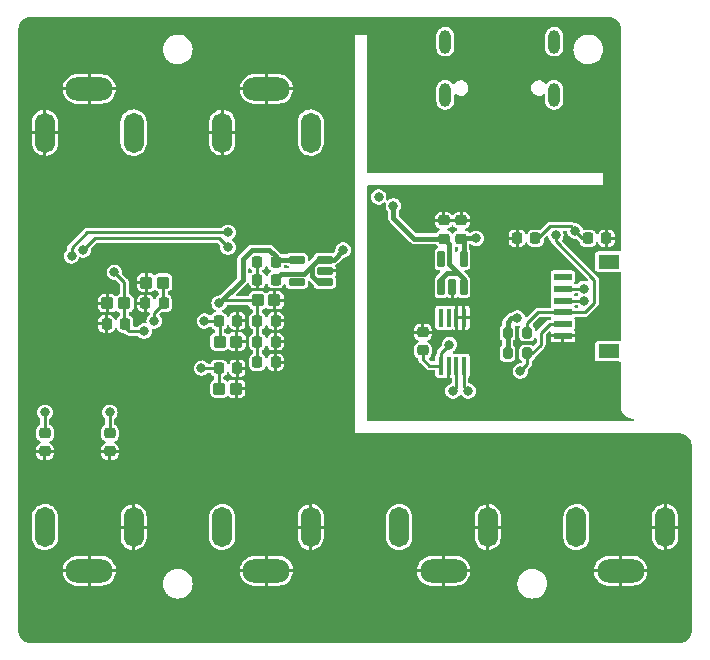
<source format=gbl>
G04 #@! TF.GenerationSoftware,KiCad,Pcbnew,7.0.2*
G04 #@! TF.CreationDate,2024-02-24T12:26:05+01:00*
G04 #@! TF.ProjectId,dsp_board,6473705f-626f-4617-9264-2e6b69636164,rev?*
G04 #@! TF.SameCoordinates,Original*
G04 #@! TF.FileFunction,Copper,L2,Bot*
G04 #@! TF.FilePolarity,Positive*
%FSLAX46Y46*%
G04 Gerber Fmt 4.6, Leading zero omitted, Abs format (unit mm)*
G04 Created by KiCad (PCBNEW 7.0.2) date 2024-02-24 12:26:05*
%MOMM*%
%LPD*%
G01*
G04 APERTURE LIST*
G04 Aperture macros list*
%AMRoundRect*
0 Rectangle with rounded corners*
0 $1 Rounding radius*
0 $2 $3 $4 $5 $6 $7 $8 $9 X,Y pos of 4 corners*
0 Add a 4 corners polygon primitive as box body*
4,1,4,$2,$3,$4,$5,$6,$7,$8,$9,$2,$3,0*
0 Add four circle primitives for the rounded corners*
1,1,$1+$1,$2,$3*
1,1,$1+$1,$4,$5*
1,1,$1+$1,$6,$7*
1,1,$1+$1,$8,$9*
0 Add four rect primitives between the rounded corners*
20,1,$1+$1,$2,$3,$4,$5,0*
20,1,$1+$1,$4,$5,$6,$7,0*
20,1,$1+$1,$6,$7,$8,$9,0*
20,1,$1+$1,$8,$9,$2,$3,0*%
G04 Aperture macros list end*
G04 #@! TA.AperFunction,ComponentPad*
%ADD10O,4.000000X2.000000*%
G04 #@! TD*
G04 #@! TA.AperFunction,ComponentPad*
%ADD11O,1.700000X3.400000*%
G04 #@! TD*
G04 #@! TA.AperFunction,ComponentPad*
%ADD12O,1.000000X2.000000*%
G04 #@! TD*
G04 #@! TA.AperFunction,SMDPad,CuDef*
%ADD13RoundRect,0.225000X-0.225000X-0.250000X0.225000X-0.250000X0.225000X0.250000X-0.225000X0.250000X0*%
G04 #@! TD*
G04 #@! TA.AperFunction,SMDPad,CuDef*
%ADD14RoundRect,0.250000X0.287500X0.275000X-0.287500X0.275000X-0.287500X-0.275000X0.287500X-0.275000X0*%
G04 #@! TD*
G04 #@! TA.AperFunction,SMDPad,CuDef*
%ADD15RoundRect,0.060000X0.240000X0.615000X-0.240000X0.615000X-0.240000X-0.615000X0.240000X-0.615000X0*%
G04 #@! TD*
G04 #@! TA.AperFunction,SMDPad,CuDef*
%ADD16RoundRect,0.200000X-0.200000X-0.275000X0.200000X-0.275000X0.200000X0.275000X-0.200000X0.275000X0*%
G04 #@! TD*
G04 #@! TA.AperFunction,SMDPad,CuDef*
%ADD17RoundRect,0.250000X-0.287500X-0.275000X0.287500X-0.275000X0.287500X0.275000X-0.287500X0.275000X0*%
G04 #@! TD*
G04 #@! TA.AperFunction,SMDPad,CuDef*
%ADD18RoundRect,0.060000X-0.615000X0.240000X-0.615000X-0.240000X0.615000X-0.240000X0.615000X0.240000X0*%
G04 #@! TD*
G04 #@! TA.AperFunction,SMDPad,CuDef*
%ADD19R,1.550000X0.600000*%
G04 #@! TD*
G04 #@! TA.AperFunction,SMDPad,CuDef*
%ADD20R,1.800000X1.200000*%
G04 #@! TD*
G04 #@! TA.AperFunction,SMDPad,CuDef*
%ADD21RoundRect,0.225000X0.250000X-0.225000X0.250000X0.225000X-0.250000X0.225000X-0.250000X-0.225000X0*%
G04 #@! TD*
G04 #@! TA.AperFunction,SMDPad,CuDef*
%ADD22R,0.457200X1.524000*%
G04 #@! TD*
G04 #@! TA.AperFunction,SMDPad,CuDef*
%ADD23RoundRect,0.225000X0.225000X0.250000X-0.225000X0.250000X-0.225000X-0.250000X0.225000X-0.250000X0*%
G04 #@! TD*
G04 #@! TA.AperFunction,ViaPad*
%ADD24C,0.800000*%
G04 #@! TD*
G04 #@! TA.AperFunction,Conductor*
%ADD25C,0.250000*%
G04 #@! TD*
G04 #@! TA.AperFunction,Conductor*
%ADD26C,0.400000*%
G04 #@! TD*
G04 APERTURE END LIST*
D10*
X70000000Y-135400000D03*
D11*
X66250000Y-131700000D03*
X73750000Y-131700000D03*
D10*
X40000000Y-135400000D03*
D11*
X36250000Y-131700000D03*
X43750000Y-131700000D03*
D10*
X55000000Y-94600000D03*
D11*
X58750000Y-98300000D03*
X51250000Y-98300000D03*
D10*
X40000000Y-94600000D03*
D11*
X43750000Y-98300000D03*
X36250000Y-98300000D03*
D10*
X85000000Y-135400000D03*
D11*
X81250000Y-131700000D03*
X88750000Y-131700000D03*
D10*
X55000000Y-135400000D03*
D11*
X51250000Y-131700000D03*
X58750000Y-131700000D03*
D12*
X79360000Y-90600000D03*
X70140000Y-90600000D03*
X79360000Y-95100000D03*
X70140000Y-95100000D03*
D13*
X50975000Y-118250000D03*
X52525000Y-118250000D03*
D14*
X46250000Y-111000000D03*
X44825000Y-111000000D03*
D13*
X54225000Y-116000000D03*
X55775000Y-116000000D03*
D15*
X71700000Y-111385000D03*
X70750000Y-111385000D03*
X69800000Y-111385000D03*
X69800000Y-109015000D03*
X71700000Y-109015000D03*
D16*
X75425000Y-115250000D03*
X77075000Y-115250000D03*
D17*
X51012500Y-120000000D03*
X52437500Y-120000000D03*
D18*
X59935000Y-109050000D03*
X59935000Y-110000000D03*
X59935000Y-110950000D03*
X57565000Y-110950000D03*
X57565000Y-109050000D03*
D19*
X80090000Y-110519500D03*
X80090000Y-111519500D03*
X80090000Y-112519500D03*
X80090000Y-113519500D03*
X80090000Y-114519500D03*
X80090000Y-115519500D03*
D20*
X83965000Y-109219500D03*
X83965000Y-116819500D03*
D21*
X36250000Y-125300000D03*
X36250000Y-123750000D03*
D22*
X69784800Y-113968000D03*
X70419800Y-113968000D03*
X71080200Y-113968000D03*
X71715200Y-113968000D03*
X71715200Y-118032000D03*
X71080200Y-118032000D03*
X70419800Y-118032000D03*
X69784800Y-118032000D03*
D16*
X75425000Y-117000000D03*
X77075000Y-117000000D03*
D13*
X50975000Y-114250000D03*
X52525000Y-114250000D03*
D23*
X46312500Y-112750000D03*
X44762500Y-112750000D03*
D21*
X70000000Y-107275000D03*
X70000000Y-105725000D03*
X68250000Y-116750000D03*
X68250000Y-115200000D03*
D23*
X55775000Y-109250000D03*
X54225000Y-109250000D03*
D17*
X51037500Y-116000000D03*
X52462500Y-116000000D03*
D14*
X42962500Y-112750000D03*
X41537500Y-112750000D03*
D23*
X43025000Y-114500000D03*
X41475000Y-114500000D03*
X55775000Y-110750000D03*
X54225000Y-110750000D03*
X77775000Y-107250000D03*
X76225000Y-107250000D03*
D13*
X54225000Y-114250000D03*
X55775000Y-114250000D03*
D17*
X54250000Y-112500000D03*
X55675000Y-112500000D03*
D21*
X41750000Y-125300000D03*
X41750000Y-123750000D03*
D13*
X54225000Y-117750000D03*
X55775000Y-117750000D03*
D21*
X71500000Y-107275000D03*
X71500000Y-105725000D03*
D13*
X82225000Y-107250000D03*
X83775000Y-107250000D03*
D24*
X42125353Y-110125353D03*
X44637563Y-115112437D03*
X76250000Y-114000000D03*
X70500000Y-116250000D03*
X81125000Y-106625000D03*
X72750000Y-107250000D03*
X65750000Y-104500000D03*
X61500000Y-108250000D03*
X51000000Y-112750000D03*
X41750000Y-122000000D03*
X49750000Y-114250000D03*
X45500000Y-114250000D03*
X36250000Y-122000000D03*
X81880000Y-111519500D03*
X81867452Y-112531551D03*
X79500000Y-107000000D03*
X76500000Y-118500000D03*
X51750000Y-106750000D03*
X38500000Y-108750000D03*
X51750000Y-108000000D03*
X39500000Y-108250000D03*
X70800000Y-120175000D03*
X72075000Y-120175000D03*
X49500000Y-118250000D03*
X64500000Y-103750000D03*
X81000000Y-101250000D03*
X41250000Y-111000000D03*
X83500000Y-120000000D03*
X47000000Y-104500000D03*
X87250000Y-128250000D03*
X42250000Y-128250000D03*
X71500000Y-97250000D03*
X78907635Y-101246731D03*
X74000000Y-101250000D03*
X77000000Y-99250000D03*
X46250000Y-105250000D03*
X38500000Y-107000000D03*
X69000000Y-97250000D03*
X83250000Y-105750000D03*
X73250000Y-109750000D03*
X84000000Y-111500000D03*
X72250000Y-128250000D03*
X49500000Y-104500000D03*
X70500000Y-97250000D03*
X57250000Y-128250000D03*
X41250000Y-117500000D03*
X44000000Y-117750000D03*
X82000000Y-96500000D03*
X46250000Y-118000000D03*
X51250000Y-110000000D03*
X39000000Y-115750000D03*
X49500000Y-117250000D03*
X73250000Y-112750000D03*
D25*
X69784800Y-118032000D02*
X69784800Y-116965200D01*
X43362437Y-115112437D02*
X44637563Y-115112437D01*
X44612437Y-115112437D02*
X44637563Y-115112437D01*
D26*
X71700000Y-107475000D02*
X71500000Y-107275000D01*
X71700000Y-109015000D02*
X71700000Y-107475000D01*
X75425000Y-115250000D02*
X75425000Y-117000000D01*
X71500000Y-107275000D02*
X71500000Y-107240000D01*
D25*
X43025000Y-114500000D02*
X43025000Y-114775000D01*
X81750000Y-107250000D02*
X81125000Y-106625000D01*
X42962500Y-110962500D02*
X42962500Y-112750000D01*
X42125353Y-110125353D02*
X42962500Y-110962500D01*
X42962500Y-114437500D02*
X43025000Y-114500000D01*
D26*
X71525000Y-107250000D02*
X72750000Y-107250000D01*
D25*
X78000000Y-107250000D02*
X79000000Y-106250000D01*
D26*
X75425000Y-114325000D02*
X75425000Y-115250000D01*
D25*
X42962500Y-112750000D02*
X42962500Y-114437500D01*
X68250000Y-116750000D02*
X68250000Y-117500000D01*
X69784800Y-116965200D02*
X70500000Y-116250000D01*
X79000000Y-106250000D02*
X80750000Y-106250000D01*
X68250000Y-117500000D02*
X68782000Y-118032000D01*
X42962500Y-112687500D02*
X43025000Y-112750000D01*
X82225000Y-107250000D02*
X81750000Y-107250000D01*
D26*
X71500000Y-107275000D02*
X71525000Y-107250000D01*
D25*
X68782000Y-118032000D02*
X69784800Y-118032000D01*
D26*
X76250000Y-114000000D02*
X75750000Y-114000000D01*
D25*
X43025000Y-114775000D02*
X43362437Y-115112437D01*
D26*
X75750000Y-114000000D02*
X75425000Y-114325000D01*
D25*
X77775000Y-107250000D02*
X78000000Y-107250000D01*
X80750000Y-106250000D02*
X81125000Y-106625000D01*
D26*
X55775000Y-110750000D02*
X56275000Y-110250000D01*
X71700000Y-110665000D02*
X71250000Y-110215000D01*
X70250000Y-110215000D02*
X69800000Y-110665000D01*
X70060000Y-107275000D02*
X70500000Y-107715000D01*
X59379462Y-109050000D02*
X58860000Y-109569462D01*
X60700000Y-109050000D02*
X59935000Y-109050000D01*
X56275000Y-110250000D02*
X58179462Y-110250000D01*
X58179462Y-110250000D02*
X58860000Y-109569462D01*
X71250000Y-110215000D02*
X70250000Y-110215000D01*
X70000000Y-107275000D02*
X67525000Y-107275000D01*
X71700000Y-111385000D02*
X71700000Y-110665000D01*
X70500000Y-107715000D02*
X70500000Y-109465000D01*
X61500000Y-108250000D02*
X60700000Y-109050000D01*
X58860000Y-110430538D02*
X59379462Y-110950000D01*
X59935000Y-109050000D02*
X59379462Y-109050000D01*
X70500000Y-109465000D02*
X71250000Y-110215000D01*
X67525000Y-107275000D02*
X65750000Y-105500000D01*
X58860000Y-109569462D02*
X58860000Y-110430538D01*
X70000000Y-107275000D02*
X70060000Y-107275000D01*
X65750000Y-105500000D02*
X65750000Y-104500000D01*
X69800000Y-110665000D02*
X69800000Y-111385000D01*
X59379462Y-110950000D02*
X59935000Y-110950000D01*
X53000000Y-110750000D02*
X53000000Y-109000000D01*
X55775000Y-108775000D02*
X55775000Y-109250000D01*
D25*
X54250000Y-112500000D02*
X51250000Y-112500000D01*
D26*
X55250000Y-108250000D02*
X55775000Y-108775000D01*
D25*
X54225000Y-114250000D02*
X54225000Y-112525000D01*
X54225000Y-117750000D02*
X54225000Y-116000000D01*
X51250000Y-112500000D02*
X51000000Y-112750000D01*
X54225000Y-114250000D02*
X54225000Y-116000000D01*
D26*
X53000000Y-109000000D02*
X53750000Y-108250000D01*
X57565000Y-109050000D02*
X55975000Y-109050000D01*
D25*
X54225000Y-112525000D02*
X54250000Y-112500000D01*
D26*
X55975000Y-109050000D02*
X55775000Y-109250000D01*
X53750000Y-108250000D02*
X55250000Y-108250000D01*
X51000000Y-112750000D02*
X53000000Y-110750000D01*
D25*
X41750000Y-123750000D02*
X41750000Y-122000000D01*
X51037500Y-116000000D02*
X51037500Y-114312500D01*
X50975000Y-114250000D02*
X49750000Y-114250000D01*
X51037500Y-114312500D02*
X50975000Y-114250000D01*
X46250000Y-112843750D02*
X46312500Y-112906250D01*
X46250000Y-111156250D02*
X46250000Y-112843750D01*
X45500000Y-114250000D02*
X45500000Y-113562500D01*
X45500000Y-113562500D02*
X46312500Y-112750000D01*
X36250000Y-123750000D02*
X36250000Y-122000000D01*
X81880000Y-111519500D02*
X80090000Y-111519500D01*
X81855401Y-112519500D02*
X81867452Y-112531551D01*
X80090000Y-112519500D02*
X81855401Y-112519500D01*
X77075000Y-114425000D02*
X77075000Y-115250000D01*
X82750000Y-112750000D02*
X81980500Y-113519500D01*
X79500000Y-107000000D02*
X79500000Y-107500000D01*
X80090000Y-113519500D02*
X77980500Y-113519500D01*
X79500000Y-107500000D02*
X82750000Y-110750000D01*
X81980500Y-113519500D02*
X80090000Y-113519500D01*
X77980500Y-113519500D02*
X77075000Y-114425000D01*
X82750000Y-110750000D02*
X82750000Y-112750000D01*
X77075000Y-117000000D02*
X77500000Y-117000000D01*
X77075000Y-117925000D02*
X77075000Y-117000000D01*
X78250000Y-116250000D02*
X78250000Y-115250000D01*
X76500000Y-118500000D02*
X77075000Y-117925000D01*
X78250000Y-115250000D02*
X78980500Y-114519500D01*
X78980500Y-114519500D02*
X80090000Y-114519500D01*
X77500000Y-117000000D02*
X78250000Y-116250000D01*
X38500000Y-108750000D02*
X38500000Y-108070264D01*
X38500000Y-108070264D02*
X39820264Y-106750000D01*
X39820264Y-106750000D02*
X51750000Y-106750000D01*
X51000000Y-107250000D02*
X40500000Y-107250000D01*
X51750000Y-108000000D02*
X51000000Y-107250000D01*
X40500000Y-107250000D02*
X39500000Y-108250000D01*
X71080200Y-118032000D02*
X71080200Y-119894800D01*
X71080200Y-119894800D02*
X70800000Y-120175000D01*
X71715200Y-118032000D02*
X71715200Y-119815200D01*
X71715200Y-119815200D02*
X72075000Y-120175000D01*
X50975000Y-119962500D02*
X51012500Y-120000000D01*
X50975000Y-118250000D02*
X50975000Y-119962500D01*
X49500000Y-118250000D02*
X50975000Y-118250000D01*
G04 #@! TA.AperFunction,Conductor*
G36*
X84004309Y-88500877D02*
G01*
X84045519Y-88504482D01*
X84173820Y-88517120D01*
X84189703Y-88520010D01*
X84256837Y-88537998D01*
X84259807Y-88538846D01*
X84353264Y-88567196D01*
X84366359Y-88572207D01*
X84434466Y-88603966D01*
X84439295Y-88606380D01*
X84520369Y-88649715D01*
X84530485Y-88655929D01*
X84593673Y-88700174D01*
X84599693Y-88704742D01*
X84669396Y-88761945D01*
X84676596Y-88768469D01*
X84731529Y-88823402D01*
X84738053Y-88830602D01*
X84795256Y-88900305D01*
X84799824Y-88906325D01*
X84844069Y-88969513D01*
X84850283Y-88979629D01*
X84893618Y-89060703D01*
X84896032Y-89065532D01*
X84927791Y-89133639D01*
X84932804Y-89146739D01*
X84961129Y-89240112D01*
X84962019Y-89243228D01*
X84979986Y-89310282D01*
X84982882Y-89326202D01*
X84995523Y-89454554D01*
X84998220Y-89485379D01*
X84998684Y-89490679D01*
X84999124Y-89495699D01*
X84999500Y-89504316D01*
X84999500Y-103768993D01*
X84989999Y-103798231D01*
X84989999Y-108266000D01*
X84971092Y-108324191D01*
X84921592Y-108360155D01*
X84890999Y-108365000D01*
X83039934Y-108365000D01*
X82965699Y-108379766D01*
X82881515Y-108436016D01*
X82825266Y-108520198D01*
X82810500Y-108594433D01*
X82810500Y-109844565D01*
X82816156Y-109872998D01*
X82825266Y-109918801D01*
X82881516Y-110002984D01*
X82965699Y-110059234D01*
X83039933Y-110074000D01*
X84890066Y-110073999D01*
X84891000Y-110073999D01*
X84949191Y-110092906D01*
X84985155Y-110142406D01*
X84990000Y-110172999D01*
X84990000Y-115866000D01*
X84971093Y-115924191D01*
X84921593Y-115960155D01*
X84891000Y-115965000D01*
X83039934Y-115965000D01*
X82965699Y-115979766D01*
X82881515Y-116036016D01*
X82825266Y-116120198D01*
X82810500Y-116194433D01*
X82810500Y-117444565D01*
X82821597Y-117500353D01*
X82825266Y-117518801D01*
X82881516Y-117602984D01*
X82965699Y-117659234D01*
X83039933Y-117674000D01*
X84890066Y-117673999D01*
X84891000Y-117673999D01*
X84949191Y-117692906D01*
X84985155Y-117742406D01*
X84990000Y-117772999D01*
X84990000Y-121819500D01*
X84990001Y-121819500D01*
X84993829Y-121823328D01*
X85040238Y-121838407D01*
X85075020Y-121884485D01*
X85088160Y-121920402D01*
X85103340Y-121947333D01*
X85110068Y-121961926D01*
X85115342Y-121976342D01*
X85117675Y-121977684D01*
X85130449Y-121995428D01*
X85133026Y-122000000D01*
X85168197Y-122062399D01*
X85188341Y-122087526D01*
X85192559Y-122098678D01*
X85211912Y-122118081D01*
X85225303Y-122134784D01*
X85235065Y-122150101D01*
X85249997Y-122164433D01*
X85270149Y-122189570D01*
X85270151Y-122189571D01*
X85270152Y-122189573D01*
X85327297Y-122240972D01*
X85335616Y-122255364D01*
X85355559Y-122268147D01*
X85368339Y-122277888D01*
X85388512Y-122296032D01*
X85391336Y-122298572D01*
X85418225Y-122315807D01*
X85528563Y-122386531D01*
X85556951Y-122398784D01*
X85565835Y-122403508D01*
X85574703Y-122406446D01*
X85678212Y-122451126D01*
X85755073Y-122470398D01*
X85759418Y-122471596D01*
X85762195Y-122472431D01*
X85767897Y-122474339D01*
X85799316Y-122485926D01*
X85816218Y-122488683D01*
X85975760Y-122536678D01*
X86040642Y-122556197D01*
X86090919Y-122591066D01*
X86111098Y-122648828D01*
X86093472Y-122707420D01*
X86044773Y-122744461D01*
X86012122Y-122750000D01*
X63599000Y-122750000D01*
X63540809Y-122731093D01*
X63504845Y-122681593D01*
X63500000Y-122651000D01*
X63500000Y-117020864D01*
X67520500Y-117020864D01*
X67520781Y-117023481D01*
X67520782Y-117023492D01*
X67526639Y-117077974D01*
X67574824Y-117207163D01*
X67603100Y-117244934D01*
X67657456Y-117317544D01*
X67714775Y-117360453D01*
X67767836Y-117400175D01*
X67803154Y-117413348D01*
X67851068Y-117451399D01*
X67866796Y-117493856D01*
X67869739Y-117517458D01*
X67870500Y-117529708D01*
X67870500Y-117531445D01*
X67874044Y-117552687D01*
X67874633Y-117556730D01*
X67881862Y-117614715D01*
X67883733Y-117620554D01*
X67911524Y-117671908D01*
X67913396Y-117675545D01*
X67939057Y-117728036D01*
X67942715Y-117732941D01*
X67946380Y-117736315D01*
X67946381Y-117736316D01*
X67985688Y-117772501D01*
X67988615Y-117775309D01*
X68478564Y-118265258D01*
X68491438Y-118281112D01*
X68498932Y-118292582D01*
X68517565Y-118307085D01*
X68525459Y-118313229D01*
X68534650Y-118321344D01*
X68535887Y-118322581D01*
X68535890Y-118322583D01*
X68553442Y-118335116D01*
X68556702Y-118337547D01*
X68576528Y-118352977D01*
X68602814Y-118373437D01*
X68608241Y-118376230D01*
X68613020Y-118377652D01*
X68613021Y-118377653D01*
X68664239Y-118392900D01*
X68668097Y-118394136D01*
X68718673Y-118411500D01*
X68723380Y-118413116D01*
X68729434Y-118413998D01*
X68787780Y-118411585D01*
X68791871Y-118411500D01*
X69202701Y-118411500D01*
X69260892Y-118430407D01*
X69296856Y-118479907D01*
X69301701Y-118510500D01*
X69301701Y-118819066D01*
X69316466Y-118893301D01*
X69372716Y-118977484D01*
X69456899Y-119033734D01*
X69531133Y-119048500D01*
X70038466Y-119048499D01*
X70084273Y-119039388D01*
X70122896Y-119039389D01*
X70166181Y-119047999D01*
X70292800Y-119047999D01*
X70292800Y-118004000D01*
X70311707Y-117945809D01*
X70361207Y-117909845D01*
X70391800Y-117905000D01*
X70447800Y-117905000D01*
X70505991Y-117923907D01*
X70541955Y-117973407D01*
X70546800Y-118004000D01*
X70546800Y-119047997D01*
X70546801Y-119047999D01*
X70601700Y-119047999D01*
X70659891Y-119066906D01*
X70695855Y-119116406D01*
X70700700Y-119146999D01*
X70700700Y-119447825D01*
X70681793Y-119506016D01*
X70632293Y-119541980D01*
X70625394Y-119543948D01*
X70566204Y-119558537D01*
X70425472Y-119632399D01*
X70306501Y-119737799D01*
X70216213Y-119868603D01*
X70159850Y-120017220D01*
X70140692Y-120175000D01*
X70159850Y-120332779D01*
X70216213Y-120481396D01*
X70305957Y-120611412D01*
X70306502Y-120612201D01*
X70332693Y-120635404D01*
X70425472Y-120717600D01*
X70543413Y-120779500D01*
X70566207Y-120791463D01*
X70720529Y-120829500D01*
X70879471Y-120829500D01*
X71033793Y-120791463D01*
X71174529Y-120717599D01*
X71293498Y-120612201D01*
X71300155Y-120602556D01*
X71356025Y-120521616D01*
X71404641Y-120484466D01*
X71465809Y-120482988D01*
X71516163Y-120517745D01*
X71518975Y-120521616D01*
X71581499Y-120612198D01*
X71581501Y-120612200D01*
X71581502Y-120612201D01*
X71607693Y-120635404D01*
X71700472Y-120717600D01*
X71818413Y-120779500D01*
X71841207Y-120791463D01*
X71995529Y-120829500D01*
X72154471Y-120829500D01*
X72308793Y-120791463D01*
X72449529Y-120717599D01*
X72568498Y-120612201D01*
X72658787Y-120481395D01*
X72715149Y-120332782D01*
X72734307Y-120175000D01*
X72715149Y-120017218D01*
X72658787Y-119868605D01*
X72568498Y-119737799D01*
X72568497Y-119737798D01*
X72449527Y-119632399D01*
X72308794Y-119558537D01*
X72170007Y-119524329D01*
X72118032Y-119492045D01*
X72094960Y-119435377D01*
X72094700Y-119428206D01*
X72094700Y-119052172D01*
X72113607Y-118993981D01*
X72121028Y-118986845D01*
X72127282Y-118977485D01*
X72127284Y-118977484D01*
X72183534Y-118893301D01*
X72198300Y-118819067D01*
X72198299Y-117327454D01*
X74770500Y-117327454D01*
X74770501Y-117329748D01*
X74770715Y-117332034D01*
X74770716Y-117332049D01*
X74773379Y-117360453D01*
X74818630Y-117489772D01*
X74818631Y-117489773D01*
X74899990Y-117600010D01*
X75002336Y-117675545D01*
X75010227Y-117681369D01*
X75104926Y-117714506D01*
X75139549Y-117726621D01*
X75170251Y-117729500D01*
X75679748Y-117729499D01*
X75710451Y-117726621D01*
X75839773Y-117681369D01*
X75950010Y-117600010D01*
X76031369Y-117489773D01*
X76076621Y-117360451D01*
X76079500Y-117329749D01*
X76079499Y-116670252D01*
X76076621Y-116639549D01*
X76031369Y-116510227D01*
X75950010Y-116399990D01*
X75919711Y-116377628D01*
X75884119Y-116327861D01*
X75879500Y-116297974D01*
X75879500Y-115952026D01*
X75898407Y-115893835D01*
X75919713Y-115872370D01*
X75928344Y-115866000D01*
X75950010Y-115850010D01*
X76031369Y-115739773D01*
X76076621Y-115610451D01*
X76079500Y-115579749D01*
X76079499Y-114920252D01*
X76076621Y-114889549D01*
X76038134Y-114779560D01*
X76036761Y-114718390D01*
X76071604Y-114668095D01*
X76129356Y-114647887D01*
X76155269Y-114650738D01*
X76170529Y-114654500D01*
X76329469Y-114654500D01*
X76329471Y-114654500D01*
X76344729Y-114650739D01*
X76405751Y-114655170D01*
X76452517Y-114694624D01*
X76467161Y-114754031D01*
X76461865Y-114779560D01*
X76423379Y-114889546D01*
X76420716Y-114917950D01*
X76420500Y-114920251D01*
X76420500Y-114922561D01*
X76420500Y-114922562D01*
X76420500Y-115577433D01*
X76420500Y-115577454D01*
X76420501Y-115579748D01*
X76420715Y-115582034D01*
X76420716Y-115582049D01*
X76423379Y-115610453D01*
X76468630Y-115739772D01*
X76468631Y-115739773D01*
X76549990Y-115850010D01*
X76660227Y-115931369D01*
X76789549Y-115976621D01*
X76820251Y-115979500D01*
X77329748Y-115979499D01*
X77360451Y-115976621D01*
X77489773Y-115931369D01*
X77600010Y-115850010D01*
X77681369Y-115739773D01*
X77681369Y-115739772D01*
X77690230Y-115727767D01*
X77692903Y-115729740D01*
X77715118Y-115700563D01*
X77773717Y-115682964D01*
X77831470Y-115703170D01*
X77866316Y-115753463D01*
X77870500Y-115781939D01*
X77870500Y-116051798D01*
X77851593Y-116109989D01*
X77841503Y-116121802D01*
X77639139Y-116324165D01*
X77584623Y-116351942D01*
X77524191Y-116342371D01*
X77510348Y-116333816D01*
X77489772Y-116318630D01*
X77360453Y-116273379D01*
X77332045Y-116270715D01*
X77332038Y-116270714D01*
X77329749Y-116270500D01*
X77327437Y-116270500D01*
X76822566Y-116270500D01*
X76822544Y-116270500D01*
X76820252Y-116270501D01*
X76817966Y-116270715D01*
X76817950Y-116270716D01*
X76789546Y-116273379D01*
X76660227Y-116318630D01*
X76549990Y-116399990D01*
X76468630Y-116510227D01*
X76423379Y-116639546D01*
X76420716Y-116667950D01*
X76420500Y-116670251D01*
X76420500Y-116672561D01*
X76420500Y-116672562D01*
X76420500Y-117327433D01*
X76420500Y-117327454D01*
X76420501Y-117329748D01*
X76420715Y-117332034D01*
X76420716Y-117332049D01*
X76423379Y-117360453D01*
X76468630Y-117489772D01*
X76468631Y-117489773D01*
X76549990Y-117600010D01*
X76621111Y-117652500D01*
X76637693Y-117664738D01*
X76673286Y-117714506D01*
X76672828Y-117775689D01*
X76648909Y-117814395D01*
X76646800Y-117816504D01*
X76592285Y-117844281D01*
X76576798Y-117845500D01*
X76420529Y-117845500D01*
X76266205Y-117883537D01*
X76125472Y-117957399D01*
X76006501Y-118062799D01*
X75916213Y-118193603D01*
X75859850Y-118342220D01*
X75840692Y-118500000D01*
X75859850Y-118657779D01*
X75916213Y-118806396D01*
X76006501Y-118937200D01*
X76125472Y-119042600D01*
X76266098Y-119116406D01*
X76266207Y-119116463D01*
X76420529Y-119154500D01*
X76579471Y-119154500D01*
X76733793Y-119116463D01*
X76874529Y-119042599D01*
X76993498Y-118937201D01*
X77083787Y-118806395D01*
X77140149Y-118657782D01*
X77159307Y-118500000D01*
X77151841Y-118438513D01*
X77163596Y-118378469D01*
X77180111Y-118356581D01*
X77308261Y-118228431D01*
X77324115Y-118215559D01*
X77335582Y-118208068D01*
X77356230Y-118181537D01*
X77364343Y-118172350D01*
X77365581Y-118171113D01*
X77378122Y-118153546D01*
X77380549Y-118150293D01*
X77401793Y-118123000D01*
X77413375Y-118108119D01*
X77413374Y-118108119D01*
X77416441Y-118104180D01*
X77419229Y-118098763D01*
X77434207Y-118048449D01*
X77435900Y-118042759D01*
X77437131Y-118038915D01*
X77454500Y-117988327D01*
X77454500Y-117988323D01*
X77456116Y-117983616D01*
X77456998Y-117977568D01*
X77454585Y-117919220D01*
X77454500Y-117915129D01*
X77454500Y-117757378D01*
X77473407Y-117699187D01*
X77494708Y-117677726D01*
X77600010Y-117600010D01*
X77681369Y-117489773D01*
X77726621Y-117360451D01*
X77728337Y-117342141D01*
X77752593Y-117285972D01*
X77754031Y-117284375D01*
X77772500Y-117264311D01*
X77775287Y-117261405D01*
X78483261Y-116553431D01*
X78499115Y-116540559D01*
X78510582Y-116533068D01*
X78531230Y-116506537D01*
X78539343Y-116497350D01*
X78540580Y-116496114D01*
X78553135Y-116478527D01*
X78555513Y-116475338D01*
X78588375Y-116433119D01*
X78588376Y-116433114D01*
X78591436Y-116429184D01*
X78594231Y-116423755D01*
X78598987Y-116407782D01*
X78606263Y-116383341D01*
X78610900Y-116367766D01*
X78612149Y-116363867D01*
X78624510Y-116327861D01*
X78629500Y-116313327D01*
X78629500Y-116313326D01*
X78631116Y-116308619D01*
X78631998Y-116302568D01*
X78629585Y-116244229D01*
X78629500Y-116240138D01*
X78629500Y-115844515D01*
X79061001Y-115844515D01*
X79075737Y-115918605D01*
X79131876Y-116002624D01*
X79215892Y-116058762D01*
X79289984Y-116073499D01*
X79962998Y-116073499D01*
X79963000Y-116073498D01*
X80217000Y-116073498D01*
X80217001Y-116073499D01*
X80890016Y-116073499D01*
X80964105Y-116058762D01*
X81048124Y-116002623D01*
X81104262Y-115918607D01*
X81119000Y-115844516D01*
X81119000Y-115646501D01*
X81118999Y-115646500D01*
X80217001Y-115646500D01*
X80217000Y-115646501D01*
X80217000Y-116073498D01*
X79963000Y-116073498D01*
X79963000Y-115646501D01*
X79962999Y-115646500D01*
X79061002Y-115646500D01*
X79061001Y-115646501D01*
X79061001Y-115844515D01*
X78629500Y-115844515D01*
X78629500Y-115448201D01*
X78648407Y-115390010D01*
X78658496Y-115378197D01*
X78891996Y-115144697D01*
X78946513Y-115116920D01*
X79006945Y-115126491D01*
X79050210Y-115169756D01*
X79061000Y-115214701D01*
X79061000Y-115392499D01*
X79061001Y-115392500D01*
X81118998Y-115392500D01*
X81118999Y-115392499D01*
X81118999Y-115194484D01*
X81104262Y-115120394D01*
X81073898Y-115074950D01*
X81057290Y-115016062D01*
X81073897Y-114964950D01*
X81104734Y-114918801D01*
X81119500Y-114844567D01*
X81119499Y-114194434D01*
X81104734Y-114120199D01*
X81074198Y-114074499D01*
X81057590Y-114015614D01*
X81074200Y-113964497D01*
X81088567Y-113942995D01*
X81136619Y-113905118D01*
X81170881Y-113899000D01*
X81930873Y-113899000D01*
X81951189Y-113901107D01*
X81964600Y-113903919D01*
X81995120Y-113900114D01*
X81997965Y-113899760D01*
X82010210Y-113899000D01*
X82011941Y-113899000D01*
X82011943Y-113899000D01*
X82033223Y-113895448D01*
X82037210Y-113894867D01*
X82090283Y-113888252D01*
X82090284Y-113888251D01*
X82095229Y-113887635D01*
X82101038Y-113885774D01*
X82105423Y-113883400D01*
X82105427Y-113883400D01*
X82152452Y-113857950D01*
X82156022Y-113856113D01*
X82204068Y-113832626D01*
X82204069Y-113832624D01*
X82208548Y-113830435D01*
X82213430Y-113826795D01*
X82216811Y-113823121D01*
X82216816Y-113823119D01*
X82253024Y-113783785D01*
X82255787Y-113780905D01*
X82983261Y-113053431D01*
X82999115Y-113040559D01*
X83006069Y-113036016D01*
X83010582Y-113033068D01*
X83031230Y-113006537D01*
X83039343Y-112997350D01*
X83040580Y-112996114D01*
X83053135Y-112978527D01*
X83055513Y-112975338D01*
X83088375Y-112933119D01*
X83088375Y-112933117D01*
X83091439Y-112929182D01*
X83094230Y-112923758D01*
X83095651Y-112918981D01*
X83095653Y-112918980D01*
X83110901Y-112867758D01*
X83112129Y-112863921D01*
X83129500Y-112813327D01*
X83129500Y-112813324D01*
X83131115Y-112808620D01*
X83131997Y-112802569D01*
X83129585Y-112744245D01*
X83129500Y-112740154D01*
X83129500Y-110799627D01*
X83131607Y-110779311D01*
X83131827Y-110778256D01*
X83134419Y-110765900D01*
X83130260Y-110732535D01*
X83129500Y-110720290D01*
X83129500Y-110718557D01*
X83127154Y-110704500D01*
X83125950Y-110697289D01*
X83125364Y-110693266D01*
X83118752Y-110640217D01*
X83118750Y-110640213D01*
X83118134Y-110635271D01*
X83116272Y-110629457D01*
X83113900Y-110625074D01*
X83113900Y-110625073D01*
X83088464Y-110578072D01*
X83086611Y-110574471D01*
X83063126Y-110526432D01*
X83063125Y-110526431D01*
X83060939Y-110521959D01*
X83057287Y-110517061D01*
X83053619Y-110513684D01*
X83014311Y-110477498D01*
X83011383Y-110474689D01*
X80043833Y-107507139D01*
X80016056Y-107452622D01*
X80025627Y-107392190D01*
X80032358Y-107380902D01*
X80083787Y-107306395D01*
X80140149Y-107157782D01*
X80159307Y-107000000D01*
X80140149Y-106842218D01*
X80110334Y-106763605D01*
X80107379Y-106702492D01*
X80140910Y-106651312D01*
X80198119Y-106629616D01*
X80202902Y-106629500D01*
X80378533Y-106629500D01*
X80436724Y-106648407D01*
X80472688Y-106697907D01*
X80476811Y-106716567D01*
X80484850Y-106782779D01*
X80541213Y-106931396D01*
X80627494Y-107056395D01*
X80631502Y-107062201D01*
X80648674Y-107077414D01*
X80750472Y-107167600D01*
X80787819Y-107187201D01*
X80891207Y-107241463D01*
X81045529Y-107279500D01*
X81201798Y-107279500D01*
X81259989Y-107298407D01*
X81271802Y-107308496D01*
X81446564Y-107483258D01*
X81459438Y-107499112D01*
X81466931Y-107510581D01*
X81488115Y-107527069D01*
X81522423Y-107577732D01*
X81525740Y-107594607D01*
X81526639Y-107602971D01*
X81574824Y-107732162D01*
X81574825Y-107732163D01*
X81657456Y-107842544D01*
X81707901Y-107880307D01*
X81767836Y-107925175D01*
X81897025Y-107973360D01*
X81917888Y-107975602D01*
X81954136Y-107979500D01*
X81956782Y-107979500D01*
X82493218Y-107979500D01*
X82495864Y-107979500D01*
X82542542Y-107974481D01*
X82552974Y-107973360D01*
X82682163Y-107925175D01*
X82709781Y-107904500D01*
X82792544Y-107842544D01*
X82875175Y-107732163D01*
X82907508Y-107645473D01*
X82945558Y-107597559D01*
X83004505Y-107581161D01*
X83061833Y-107602542D01*
X83093024Y-107645473D01*
X83125267Y-107731921D01*
X83207813Y-107842186D01*
X83318078Y-107924732D01*
X83447133Y-107972867D01*
X83501550Y-107978717D01*
X83506827Y-107979000D01*
X83647999Y-107979000D01*
X83648000Y-107978999D01*
X83902000Y-107978999D01*
X83902001Y-107979000D01*
X84043173Y-107979000D01*
X84048449Y-107978717D01*
X84102866Y-107972867D01*
X84231921Y-107924732D01*
X84342186Y-107842186D01*
X84424732Y-107731921D01*
X84472867Y-107602866D01*
X84478717Y-107548449D01*
X84479000Y-107543173D01*
X84479000Y-107377001D01*
X84478999Y-107377000D01*
X83902001Y-107377000D01*
X83902000Y-107377001D01*
X83902000Y-107978999D01*
X83648000Y-107978999D01*
X83648000Y-107122999D01*
X83902000Y-107122999D01*
X83902001Y-107123000D01*
X84478999Y-107123000D01*
X84479000Y-107122999D01*
X84479000Y-106956826D01*
X84478717Y-106951550D01*
X84472867Y-106897133D01*
X84424732Y-106768078D01*
X84342186Y-106657813D01*
X84231921Y-106575267D01*
X84102866Y-106527132D01*
X84048449Y-106521282D01*
X84043173Y-106521000D01*
X83902001Y-106521000D01*
X83902000Y-106521001D01*
X83902000Y-107122999D01*
X83648000Y-107122999D01*
X83648000Y-106521001D01*
X83647999Y-106521000D01*
X83506827Y-106521000D01*
X83501550Y-106521282D01*
X83447133Y-106527132D01*
X83318078Y-106575267D01*
X83207813Y-106657813D01*
X83125267Y-106768078D01*
X83093024Y-106854526D01*
X83054973Y-106902441D01*
X82996026Y-106918838D01*
X82938698Y-106897456D01*
X82907508Y-106854525D01*
X82875175Y-106767837D01*
X82836794Y-106716567D01*
X82792544Y-106657456D01*
X82745287Y-106622080D01*
X82682163Y-106574824D01*
X82552974Y-106526639D01*
X82498492Y-106520782D01*
X82498481Y-106520781D01*
X82495864Y-106520500D01*
X81954136Y-106520500D01*
X81951519Y-106520781D01*
X81951507Y-106520782D01*
X81897022Y-106526640D01*
X81893478Y-106527962D01*
X81832349Y-106530579D01*
X81781356Y-106496765D01*
X81766320Y-106470308D01*
X81765149Y-106467221D01*
X81765149Y-106467218D01*
X81708787Y-106318605D01*
X81704779Y-106312799D01*
X81618498Y-106187799D01*
X81499527Y-106082399D01*
X81358794Y-106008537D01*
X81204471Y-105970500D01*
X81045529Y-105970500D01*
X81043348Y-105970500D01*
X80985819Y-105952069D01*
X80978557Y-105946884D01*
X80975296Y-105944452D01*
X80929191Y-105908568D01*
X80923748Y-105905766D01*
X80867794Y-105889108D01*
X80863898Y-105887860D01*
X80808622Y-105868884D01*
X80802564Y-105868001D01*
X80745900Y-105870345D01*
X80744229Y-105870415D01*
X80740139Y-105870500D01*
X79049627Y-105870500D01*
X79029311Y-105868393D01*
X79015900Y-105865581D01*
X78982535Y-105869740D01*
X78970290Y-105870500D01*
X78968557Y-105870500D01*
X78961493Y-105871678D01*
X78947294Y-105874047D01*
X78943254Y-105874635D01*
X78885285Y-105881862D01*
X78879450Y-105883732D01*
X78875074Y-105886099D01*
X78875073Y-105886100D01*
X78828068Y-105911536D01*
X78824449Y-105913399D01*
X78771969Y-105939055D01*
X78767054Y-105942720D01*
X78727522Y-105985662D01*
X78724690Y-105988614D01*
X78208918Y-106504386D01*
X78154401Y-106532163D01*
X78104323Y-106527142D01*
X78102977Y-106526640D01*
X78048492Y-106520782D01*
X78048481Y-106520781D01*
X78045864Y-106520500D01*
X77504136Y-106520500D01*
X77501519Y-106520781D01*
X77501507Y-106520782D01*
X77447025Y-106526639D01*
X77317836Y-106574824D01*
X77207456Y-106657456D01*
X77124824Y-106767836D01*
X77092491Y-106854526D01*
X77054440Y-106902440D01*
X76995493Y-106918838D01*
X76938165Y-106897456D01*
X76906975Y-106854526D01*
X76874732Y-106768078D01*
X76792186Y-106657813D01*
X76681921Y-106575267D01*
X76552866Y-106527132D01*
X76498449Y-106521282D01*
X76493173Y-106521000D01*
X76352001Y-106521000D01*
X76352000Y-106521001D01*
X76352000Y-107978999D01*
X76352001Y-107979000D01*
X76493173Y-107979000D01*
X76498449Y-107978717D01*
X76552866Y-107972867D01*
X76681921Y-107924732D01*
X76792186Y-107842186D01*
X76874732Y-107731920D01*
X76906975Y-107645474D01*
X76945025Y-107597559D01*
X77003972Y-107581161D01*
X77061300Y-107602542D01*
X77092491Y-107645473D01*
X77124824Y-107732163D01*
X77168635Y-107790686D01*
X77207456Y-107842544D01*
X77257901Y-107880307D01*
X77317836Y-107925175D01*
X77447025Y-107973360D01*
X77467888Y-107975602D01*
X77504136Y-107979500D01*
X77506782Y-107979500D01*
X78043218Y-107979500D01*
X78045864Y-107979500D01*
X78092542Y-107974481D01*
X78102974Y-107973360D01*
X78232163Y-107925175D01*
X78259781Y-107904500D01*
X78342544Y-107842544D01*
X78425175Y-107732163D01*
X78457508Y-107645474D01*
X78473360Y-107602974D01*
X78477679Y-107562799D01*
X78479500Y-107545864D01*
X78479500Y-107348201D01*
X78498407Y-107290010D01*
X78508496Y-107278198D01*
X78691072Y-107095621D01*
X78745589Y-107067843D01*
X78806021Y-107077414D01*
X78849286Y-107120679D01*
X78859354Y-107153689D01*
X78859850Y-107157779D01*
X78916213Y-107306396D01*
X78952105Y-107358394D01*
X79006502Y-107437201D01*
X79094582Y-107515234D01*
X79125600Y-107567971D01*
X79127171Y-107577085D01*
X79131862Y-107614715D01*
X79133733Y-107620554D01*
X79161524Y-107671908D01*
X79163396Y-107675545D01*
X79189057Y-107728036D01*
X79192715Y-107732941D01*
X79196380Y-107736315D01*
X79196381Y-107736316D01*
X79235688Y-107772501D01*
X79238615Y-107775309D01*
X82197837Y-110734531D01*
X82225614Y-110789048D01*
X82216043Y-110849480D01*
X82172778Y-110892745D01*
X82112346Y-110902316D01*
X82104141Y-110900658D01*
X81959472Y-110865000D01*
X81959471Y-110865000D01*
X81800529Y-110865000D01*
X81646205Y-110903037D01*
X81505472Y-110976899D01*
X81386502Y-111082298D01*
X81383972Y-111085964D01*
X81376189Y-111097238D01*
X81327575Y-111134388D01*
X81294715Y-111140000D01*
X81170881Y-111140000D01*
X81112690Y-111121093D01*
X81088565Y-111096000D01*
X81074199Y-111074499D01*
X81057591Y-111015611D01*
X81074198Y-110964499D01*
X81104734Y-110918801D01*
X81119500Y-110844567D01*
X81119499Y-110194434D01*
X81104734Y-110120199D01*
X81048484Y-110036016D01*
X81042376Y-110031935D01*
X80964301Y-109979766D01*
X80962964Y-109979500D01*
X80890067Y-109965000D01*
X80890066Y-109965000D01*
X79289934Y-109965000D01*
X79215699Y-109979766D01*
X79131515Y-110036016D01*
X79075266Y-110120198D01*
X79060500Y-110194433D01*
X79060500Y-110844565D01*
X79071657Y-110900658D01*
X79075266Y-110918801D01*
X79105800Y-110964498D01*
X79122409Y-111023385D01*
X79105801Y-111074500D01*
X79075266Y-111120198D01*
X79060500Y-111194433D01*
X79060500Y-111844565D01*
X79069257Y-111888588D01*
X79075266Y-111918801D01*
X79105800Y-111964498D01*
X79122409Y-112023385D01*
X79105801Y-112074500D01*
X79075266Y-112120198D01*
X79060500Y-112194433D01*
X79060500Y-112844565D01*
X79066952Y-112877000D01*
X79075266Y-112918801D01*
X79105800Y-112964498D01*
X79122409Y-113023385D01*
X79105801Y-113074499D01*
X79091435Y-113096000D01*
X79043386Y-113133880D01*
X79009119Y-113140000D01*
X78030122Y-113140000D01*
X78009806Y-113137893D01*
X77996400Y-113135082D01*
X77963042Y-113139240D01*
X77950797Y-113140000D01*
X77949055Y-113140000D01*
X77927795Y-113143547D01*
X77923750Y-113144137D01*
X77865790Y-113151362D01*
X77859941Y-113153236D01*
X77808579Y-113181030D01*
X77804945Y-113182900D01*
X77752469Y-113208555D01*
X77747554Y-113212219D01*
X77708022Y-113255162D01*
X77705190Y-113258114D01*
X77058927Y-113904377D01*
X77004410Y-113932154D01*
X76943978Y-113922583D01*
X76900713Y-113879318D01*
X76890645Y-113846304D01*
X76890149Y-113842220D01*
X76890149Y-113842218D01*
X76833787Y-113693605D01*
X76818394Y-113671305D01*
X76743498Y-113562799D01*
X76624527Y-113457399D01*
X76483794Y-113383537D01*
X76329471Y-113345500D01*
X76170529Y-113345500D01*
X76016205Y-113383537D01*
X75875469Y-113457400D01*
X75808938Y-113516343D01*
X75752844Y-113540779D01*
X75733133Y-113540626D01*
X75675660Y-113551500D01*
X75672012Y-113552120D01*
X75611161Y-113561292D01*
X75601194Y-113564571D01*
X75546760Y-113593340D01*
X75543458Y-113595007D01*
X75488020Y-113621705D01*
X75479461Y-113627778D01*
X75435933Y-113671305D01*
X75433269Y-113673871D01*
X75388154Y-113715732D01*
X75377098Y-113730139D01*
X75125595Y-113981642D01*
X75117319Y-113989037D01*
X75088065Y-114012367D01*
X75055301Y-114060422D01*
X75053161Y-114063438D01*
X75016614Y-114112960D01*
X75011884Y-114122329D01*
X74993734Y-114181170D01*
X74992576Y-114184687D01*
X74972259Y-114242748D01*
X74970500Y-114253104D01*
X74970500Y-114314633D01*
X74970431Y-114318335D01*
X74968128Y-114379861D01*
X74970500Y-114397872D01*
X74970500Y-114547974D01*
X74951593Y-114606165D01*
X74930288Y-114627629D01*
X74899990Y-114649990D01*
X74818630Y-114760227D01*
X74773379Y-114889546D01*
X74770716Y-114917950D01*
X74770500Y-114920251D01*
X74770500Y-114922561D01*
X74770500Y-114922562D01*
X74770500Y-115577433D01*
X74770500Y-115577454D01*
X74770501Y-115579748D01*
X74770715Y-115582034D01*
X74770716Y-115582049D01*
X74773379Y-115610453D01*
X74818630Y-115739772D01*
X74899989Y-115850009D01*
X74930287Y-115872370D01*
X74965880Y-115922137D01*
X74970500Y-115952026D01*
X74970500Y-116297974D01*
X74951593Y-116356165D01*
X74930288Y-116377628D01*
X74922547Y-116383342D01*
X74899990Y-116399990D01*
X74818630Y-116510227D01*
X74773379Y-116639546D01*
X74770716Y-116667950D01*
X74770500Y-116670251D01*
X74770500Y-116672561D01*
X74770500Y-116672562D01*
X74770500Y-117327433D01*
X74770500Y-117327454D01*
X72198299Y-117327454D01*
X72198299Y-117244934D01*
X72183534Y-117170699D01*
X72127284Y-117086516D01*
X72114500Y-117077974D01*
X72043101Y-117030266D01*
X72013384Y-117024355D01*
X71968867Y-117015500D01*
X71968866Y-117015500D01*
X71461531Y-117015500D01*
X71417012Y-117024355D01*
X71378389Y-117024355D01*
X71333868Y-117015500D01*
X70851483Y-117015500D01*
X70793292Y-116996593D01*
X70757328Y-116947093D01*
X70757328Y-116885907D01*
X70793292Y-116836407D01*
X70805463Y-116828847D01*
X70874529Y-116792599D01*
X70993498Y-116687201D01*
X71083787Y-116556395D01*
X71140149Y-116407782D01*
X71159307Y-116250000D01*
X71140149Y-116092218D01*
X71083787Y-115943605D01*
X71070386Y-115924191D01*
X70993498Y-115812799D01*
X70874527Y-115707399D01*
X70733794Y-115633537D01*
X70579471Y-115595500D01*
X70420529Y-115595500D01*
X70266205Y-115633537D01*
X70125472Y-115707399D01*
X70006501Y-115812799D01*
X69916213Y-115943603D01*
X69859850Y-116092220D01*
X69840692Y-116250000D01*
X69848158Y-116311483D01*
X69836403Y-116371529D01*
X69819884Y-116393420D01*
X69551539Y-116661765D01*
X69535687Y-116674638D01*
X69524217Y-116682132D01*
X69503565Y-116708665D01*
X69495456Y-116717850D01*
X69494217Y-116719088D01*
X69481679Y-116736647D01*
X69479240Y-116739918D01*
X69443373Y-116786002D01*
X69440566Y-116791455D01*
X69423904Y-116847419D01*
X69422656Y-116851313D01*
X69403684Y-116906577D01*
X69402802Y-116912636D01*
X69405215Y-116970969D01*
X69405300Y-116975061D01*
X69405300Y-117011828D01*
X69386393Y-117070019D01*
X69378970Y-117077155D01*
X69316466Y-117170698D01*
X69301700Y-117244933D01*
X69301700Y-117553500D01*
X69282793Y-117611691D01*
X69233293Y-117647655D01*
X69202700Y-117652500D01*
X68980202Y-117652500D01*
X68922011Y-117633593D01*
X68910198Y-117623504D01*
X68787047Y-117500353D01*
X68759270Y-117445836D01*
X68768841Y-117385404D01*
X68797718Y-117351100D01*
X68842544Y-117317544D01*
X68925175Y-117207163D01*
X68938776Y-117170698D01*
X68973360Y-117077974D01*
X68976813Y-117045858D01*
X68979500Y-117020864D01*
X68979500Y-116479136D01*
X68974553Y-116433119D01*
X68973360Y-116422025D01*
X68925175Y-116292836D01*
X68888787Y-116244229D01*
X68842544Y-116182456D01*
X68768466Y-116127001D01*
X68732163Y-116099824D01*
X68645473Y-116067491D01*
X68597559Y-116029440D01*
X68581161Y-115970493D01*
X68602543Y-115913166D01*
X68645474Y-115881975D01*
X68731920Y-115849732D01*
X68842186Y-115767186D01*
X68924732Y-115656921D01*
X68972867Y-115527866D01*
X68978717Y-115473449D01*
X68979000Y-115468173D01*
X68979000Y-115327001D01*
X68978999Y-115327000D01*
X67521001Y-115327000D01*
X67521000Y-115327001D01*
X67521000Y-115468173D01*
X67521282Y-115473449D01*
X67527132Y-115527866D01*
X67575267Y-115656921D01*
X67657813Y-115767186D01*
X67768078Y-115849732D01*
X67854526Y-115881975D01*
X67902440Y-115920025D01*
X67918838Y-115978972D01*
X67897456Y-116036300D01*
X67854526Y-116067491D01*
X67767836Y-116099824D01*
X67657456Y-116182456D01*
X67574824Y-116292836D01*
X67526639Y-116422025D01*
X67520782Y-116476507D01*
X67520781Y-116476519D01*
X67520500Y-116479136D01*
X67520500Y-117020864D01*
X63500000Y-117020864D01*
X63500000Y-115072999D01*
X67521000Y-115072999D01*
X67521001Y-115073000D01*
X68122999Y-115073000D01*
X68123000Y-115072999D01*
X68377000Y-115072999D01*
X68377001Y-115073000D01*
X68978999Y-115073000D01*
X68979000Y-115072999D01*
X68979000Y-114931826D01*
X68978717Y-114926550D01*
X68972867Y-114872133D01*
X68929203Y-114755065D01*
X69301700Y-114755065D01*
X69313529Y-114814535D01*
X69316466Y-114829301D01*
X69372716Y-114913484D01*
X69456899Y-114969734D01*
X69531133Y-114984500D01*
X70038466Y-114984499D01*
X70082988Y-114975643D01*
X70121613Y-114975643D01*
X70166133Y-114984500D01*
X70673466Y-114984499D01*
X70731974Y-114972862D01*
X70770596Y-114972863D01*
X70826581Y-114983999D01*
X70953200Y-114983999D01*
X70953200Y-114983998D01*
X71207200Y-114983998D01*
X71207201Y-114983999D01*
X71333813Y-114983999D01*
X71378383Y-114975133D01*
X71417014Y-114975134D01*
X71461581Y-114983999D01*
X71588200Y-114983999D01*
X71588200Y-114983998D01*
X71842200Y-114983998D01*
X71842201Y-114983999D01*
X71968816Y-114983999D01*
X72042905Y-114969262D01*
X72126924Y-114913123D01*
X72183062Y-114829107D01*
X72197800Y-114755016D01*
X72197800Y-114095000D01*
X71842201Y-114095000D01*
X71842200Y-114095001D01*
X71842200Y-114983998D01*
X71588200Y-114983998D01*
X71588200Y-114095001D01*
X71588199Y-114095000D01*
X71207201Y-114095000D01*
X71207200Y-114095001D01*
X71207200Y-114983998D01*
X70953200Y-114983998D01*
X70953200Y-113840999D01*
X71207200Y-113840999D01*
X71207201Y-113841000D01*
X71588199Y-113841000D01*
X71588200Y-113840998D01*
X71588200Y-112952001D01*
X71588199Y-112952000D01*
X71842200Y-112952000D01*
X71842200Y-113840999D01*
X71842201Y-113841000D01*
X72197798Y-113841000D01*
X72197799Y-113840999D01*
X72197799Y-113180984D01*
X72183062Y-113106894D01*
X72126923Y-113022875D01*
X72042907Y-112966737D01*
X71968816Y-112952000D01*
X71842200Y-112952000D01*
X71588199Y-112952000D01*
X71461581Y-112952000D01*
X71417012Y-112960865D01*
X71378388Y-112960865D01*
X71333818Y-112952000D01*
X71207201Y-112952000D01*
X71207200Y-112952001D01*
X71207200Y-113840999D01*
X70953200Y-113840999D01*
X70953200Y-112952001D01*
X70953199Y-112952000D01*
X70826583Y-112952000D01*
X70770594Y-112963137D01*
X70731970Y-112963137D01*
X70673467Y-112951500D01*
X70673465Y-112951500D01*
X70166131Y-112951500D01*
X70121612Y-112960355D01*
X70082989Y-112960355D01*
X70038467Y-112951500D01*
X69531134Y-112951500D01*
X69456899Y-112966266D01*
X69372715Y-113022516D01*
X69316466Y-113106698D01*
X69301700Y-113180933D01*
X69301700Y-114755065D01*
X68929203Y-114755065D01*
X68924732Y-114743078D01*
X68842186Y-114632813D01*
X68731921Y-114550267D01*
X68602866Y-114502132D01*
X68548449Y-114496282D01*
X68543173Y-114496000D01*
X68377001Y-114496000D01*
X68377000Y-114496001D01*
X68377000Y-115072999D01*
X68123000Y-115072999D01*
X68123000Y-114496001D01*
X68122999Y-114496000D01*
X67956827Y-114496000D01*
X67951550Y-114496282D01*
X67897133Y-114502132D01*
X67768078Y-114550267D01*
X67657813Y-114632813D01*
X67575267Y-114743078D01*
X67527132Y-114872133D01*
X67521282Y-114926550D01*
X67521000Y-114931826D01*
X67521000Y-115072999D01*
X63500000Y-115072999D01*
X63500000Y-103750000D01*
X63840692Y-103750000D01*
X63859850Y-103907779D01*
X63916213Y-104056396D01*
X64006501Y-104187200D01*
X64125472Y-104292600D01*
X64266205Y-104366462D01*
X64266207Y-104366463D01*
X64420529Y-104404500D01*
X64579471Y-104404500D01*
X64733793Y-104366463D01*
X64874529Y-104292599D01*
X64956618Y-104219873D01*
X65012709Y-104195439D01*
X65072453Y-104208641D01*
X65113027Y-104254438D01*
X65118933Y-104315338D01*
X65114833Y-104329079D01*
X65109851Y-104342216D01*
X65090692Y-104500000D01*
X65109850Y-104657779D01*
X65166213Y-104806396D01*
X65256502Y-104937201D01*
X65262148Y-104942203D01*
X65293167Y-104994942D01*
X65295500Y-105016306D01*
X65295500Y-105468905D01*
X65294878Y-105479988D01*
X65290687Y-105517188D01*
X65301498Y-105574330D01*
X65302118Y-105577977D01*
X65311292Y-105638840D01*
X65314571Y-105648803D01*
X65343331Y-105703221D01*
X65344998Y-105706523D01*
X65371708Y-105761985D01*
X65377774Y-105770534D01*
X65421314Y-105814075D01*
X65423882Y-105816741D01*
X65465738Y-105861851D01*
X65480144Y-105872904D01*
X67181641Y-107574401D01*
X67189039Y-107582681D01*
X67205306Y-107603080D01*
X67212369Y-107611936D01*
X67260420Y-107644696D01*
X67263440Y-107646839D01*
X67312965Y-107683390D01*
X67322319Y-107688112D01*
X67325570Y-107689114D01*
X67325572Y-107689116D01*
X67381198Y-107706273D01*
X67384613Y-107707397D01*
X67439549Y-107726621D01*
X67439551Y-107726621D01*
X67442763Y-107727745D01*
X67453092Y-107729500D01*
X67456495Y-107729500D01*
X67514633Y-107729500D01*
X67518335Y-107729569D01*
X67576462Y-107731744D01*
X67576462Y-107731743D01*
X67579859Y-107731871D01*
X67597871Y-107729500D01*
X69273276Y-107729500D01*
X69331467Y-107748407D01*
X69352529Y-107769171D01*
X69407456Y-107842544D01*
X69457901Y-107880307D01*
X69506849Y-107916950D01*
X69542102Y-107966959D01*
X69541228Y-108028138D01*
X69504560Y-108077119D01*
X69489359Y-108085927D01*
X69376829Y-108138400D01*
X69376827Y-108138401D01*
X69376827Y-108138402D01*
X69298402Y-108216827D01*
X69253651Y-108312799D01*
X69251530Y-108317347D01*
X69245922Y-108359935D01*
X69245921Y-108359948D01*
X69245500Y-108363147D01*
X69245500Y-108366386D01*
X69245500Y-108366387D01*
X69245500Y-109663609D01*
X69245500Y-109663624D01*
X69245501Y-109666852D01*
X69245923Y-109670060D01*
X69245924Y-109670071D01*
X69251529Y-109712651D01*
X69251529Y-109712652D01*
X69251530Y-109712654D01*
X69298402Y-109813173D01*
X69376827Y-109891598D01*
X69477346Y-109938470D01*
X69523147Y-109944500D01*
X69638732Y-109944499D01*
X69696921Y-109963406D01*
X69732885Y-110012906D01*
X69732886Y-110074091D01*
X69708735Y-110113503D01*
X69500593Y-110321645D01*
X69492315Y-110329042D01*
X69463063Y-110352369D01*
X69430300Y-110400422D01*
X69428161Y-110403436D01*
X69391617Y-110452955D01*
X69386882Y-110462333D01*
X69378056Y-110490948D01*
X69353459Y-110531769D01*
X69298403Y-110586825D01*
X69298402Y-110586826D01*
X69298402Y-110586827D01*
X69251530Y-110687346D01*
X69251178Y-110690022D01*
X69245922Y-110729935D01*
X69245921Y-110729948D01*
X69245500Y-110733147D01*
X69245500Y-110736386D01*
X69245500Y-110736387D01*
X69245500Y-112033609D01*
X69245500Y-112033624D01*
X69245501Y-112036852D01*
X69245923Y-112040060D01*
X69245924Y-112040071D01*
X69251529Y-112082651D01*
X69251529Y-112082652D01*
X69251530Y-112082654D01*
X69298402Y-112183173D01*
X69376827Y-112261598D01*
X69477346Y-112308470D01*
X69523147Y-112314500D01*
X70076852Y-112314499D01*
X70122654Y-112308470D01*
X70223173Y-112261598D01*
X70223174Y-112261596D01*
X70233752Y-112256664D01*
X70294482Y-112249207D01*
X70317432Y-112256664D01*
X70427477Y-112307979D01*
X70469991Y-112313576D01*
X70476446Y-112313999D01*
X70623000Y-112313999D01*
X70623000Y-111357000D01*
X70641907Y-111298809D01*
X70691407Y-111262845D01*
X70722000Y-111258000D01*
X70778000Y-111258000D01*
X70836191Y-111276907D01*
X70872155Y-111326407D01*
X70877000Y-111357000D01*
X70877000Y-112313998D01*
X70877001Y-112313999D01*
X71023551Y-112313999D01*
X71030000Y-112313576D01*
X71072524Y-112307979D01*
X71182567Y-112256665D01*
X71243296Y-112249208D01*
X71266245Y-112256664D01*
X71312844Y-112278392D01*
X71377346Y-112308470D01*
X71423147Y-112314500D01*
X71976852Y-112314499D01*
X72022654Y-112308470D01*
X72123173Y-112261598D01*
X72201598Y-112183173D01*
X72248470Y-112082654D01*
X72254500Y-112036853D01*
X72254499Y-110733148D01*
X72248470Y-110687346D01*
X72201598Y-110586827D01*
X72150975Y-110536204D01*
X72133458Y-110512468D01*
X72106661Y-110461768D01*
X72105004Y-110458484D01*
X72092129Y-110431749D01*
X72079767Y-110406079D01*
X72079765Y-110406077D01*
X72078288Y-110403009D01*
X72072228Y-110394468D01*
X72028684Y-110350923D01*
X72026116Y-110348257D01*
X71984265Y-110303152D01*
X71969859Y-110292098D01*
X71791264Y-110113503D01*
X71763487Y-110058986D01*
X71773058Y-109998554D01*
X71816323Y-109955289D01*
X71861268Y-109944499D01*
X71973610Y-109944499D01*
X71976852Y-109944499D01*
X72022654Y-109938470D01*
X72123173Y-109891598D01*
X72201598Y-109813173D01*
X72248470Y-109712654D01*
X72254500Y-109666853D01*
X72254499Y-108363148D01*
X72248470Y-108317346D01*
X72201598Y-108216827D01*
X72196575Y-108211804D01*
X72183495Y-108198723D01*
X72155719Y-108144206D01*
X72154500Y-108128721D01*
X72154500Y-107816804D01*
X72173407Y-107758613D01*
X72222907Y-107722649D01*
X72284093Y-107722649D01*
X72319147Y-107742700D01*
X72352757Y-107772476D01*
X72375472Y-107792600D01*
X72475278Y-107844982D01*
X72516207Y-107866463D01*
X72670529Y-107904500D01*
X72829471Y-107904500D01*
X72983793Y-107866463D01*
X73124529Y-107792599D01*
X73243498Y-107687201D01*
X73333787Y-107556395D01*
X73338801Y-107543173D01*
X75521000Y-107543173D01*
X75521282Y-107548449D01*
X75527132Y-107602866D01*
X75575267Y-107731921D01*
X75657813Y-107842186D01*
X75768078Y-107924732D01*
X75897133Y-107972867D01*
X75951550Y-107978717D01*
X75956827Y-107979000D01*
X76097999Y-107979000D01*
X76098000Y-107978999D01*
X76098000Y-107377001D01*
X76097999Y-107377000D01*
X75521001Y-107377000D01*
X75521000Y-107377001D01*
X75521000Y-107543173D01*
X73338801Y-107543173D01*
X73390149Y-107407782D01*
X73409307Y-107250000D01*
X73393886Y-107122999D01*
X75521000Y-107122999D01*
X75521001Y-107123000D01*
X76097999Y-107123000D01*
X76098000Y-107122999D01*
X76098000Y-106521001D01*
X76097999Y-106521000D01*
X75956827Y-106521000D01*
X75951550Y-106521282D01*
X75897133Y-106527132D01*
X75768078Y-106575267D01*
X75657813Y-106657813D01*
X75575267Y-106768078D01*
X75527132Y-106897133D01*
X75521282Y-106951550D01*
X75521000Y-106956826D01*
X75521000Y-107122999D01*
X73393886Y-107122999D01*
X73390149Y-107092218D01*
X73333787Y-106943605D01*
X73330289Y-106938538D01*
X73243498Y-106812799D01*
X73124527Y-106707399D01*
X72983794Y-106633537D01*
X72829471Y-106595500D01*
X72670529Y-106595500D01*
X72516205Y-106633537D01*
X72375472Y-106707399D01*
X72336223Y-106742171D01*
X72304130Y-106770602D01*
X72248039Y-106795038D01*
X72238483Y-106795500D01*
X72208009Y-106795500D01*
X72149818Y-106776593D01*
X72128756Y-106755829D01*
X72092544Y-106707456D01*
X72045287Y-106672080D01*
X71982163Y-106624824D01*
X71895473Y-106592491D01*
X71847559Y-106554440D01*
X71831161Y-106495493D01*
X71852543Y-106438166D01*
X71895474Y-106406975D01*
X71981920Y-106374732D01*
X72092186Y-106292186D01*
X72174732Y-106181921D01*
X72222867Y-106052866D01*
X72228717Y-105998449D01*
X72229000Y-105993173D01*
X72229000Y-105852000D01*
X69271000Y-105852000D01*
X69271000Y-105993173D01*
X69271282Y-105998449D01*
X69277132Y-106052866D01*
X69325267Y-106181921D01*
X69407813Y-106292186D01*
X69518078Y-106374732D01*
X69604526Y-106406975D01*
X69652440Y-106445025D01*
X69668838Y-106503972D01*
X69647456Y-106561300D01*
X69604526Y-106592491D01*
X69517836Y-106624824D01*
X69407456Y-106707456D01*
X69352529Y-106780829D01*
X69302520Y-106816082D01*
X69273276Y-106820500D01*
X67754268Y-106820500D01*
X67696077Y-106801593D01*
X67684264Y-106791504D01*
X66490760Y-105597999D01*
X69271000Y-105597999D01*
X69271001Y-105598000D01*
X69872999Y-105598000D01*
X69873000Y-105597999D01*
X70127000Y-105597999D01*
X70127001Y-105598000D01*
X71372999Y-105598000D01*
X71373000Y-105597999D01*
X71627000Y-105597999D01*
X71627001Y-105598000D01*
X72228999Y-105598000D01*
X72229000Y-105597999D01*
X72229000Y-105456826D01*
X72228717Y-105451550D01*
X72222867Y-105397133D01*
X72174732Y-105268078D01*
X72092186Y-105157813D01*
X71981921Y-105075267D01*
X71852866Y-105027132D01*
X71798449Y-105021282D01*
X71793173Y-105021000D01*
X71627001Y-105021000D01*
X71627000Y-105021001D01*
X71627000Y-105597999D01*
X71373000Y-105597999D01*
X71373000Y-105021001D01*
X71372999Y-105021000D01*
X71206827Y-105021000D01*
X71201550Y-105021282D01*
X71147133Y-105027132D01*
X71018078Y-105075267D01*
X70907814Y-105157812D01*
X70829253Y-105262755D01*
X70779244Y-105298007D01*
X70718065Y-105297133D01*
X70670747Y-105262755D01*
X70592185Y-105157812D01*
X70481921Y-105075267D01*
X70352866Y-105027132D01*
X70298449Y-105021282D01*
X70293173Y-105021000D01*
X70127001Y-105021000D01*
X70127000Y-105021001D01*
X70127000Y-105597999D01*
X69873000Y-105597999D01*
X69873000Y-105021001D01*
X69872999Y-105021000D01*
X69706827Y-105021000D01*
X69701550Y-105021282D01*
X69647133Y-105027132D01*
X69518078Y-105075267D01*
X69407813Y-105157813D01*
X69325267Y-105268078D01*
X69277132Y-105397133D01*
X69271282Y-105451550D01*
X69271000Y-105456826D01*
X69271000Y-105597999D01*
X66490760Y-105597999D01*
X66233496Y-105340735D01*
X66205719Y-105286218D01*
X66204500Y-105270731D01*
X66204500Y-105016306D01*
X66223407Y-104958115D01*
X66237852Y-104942203D01*
X66238482Y-104941644D01*
X66243498Y-104937201D01*
X66333787Y-104806395D01*
X66390149Y-104657782D01*
X66409307Y-104500000D01*
X66390149Y-104342218D01*
X66333787Y-104193605D01*
X66243498Y-104062799D01*
X66206616Y-104030124D01*
X66124527Y-103957399D01*
X65983794Y-103883537D01*
X65829471Y-103845500D01*
X65670529Y-103845500D01*
X65516205Y-103883537D01*
X65375469Y-103957400D01*
X65293383Y-104030124D01*
X65237289Y-104054560D01*
X65177545Y-104041357D01*
X65136972Y-103995560D01*
X65131066Y-103934660D01*
X65135168Y-103920916D01*
X65135683Y-103919556D01*
X65140149Y-103907782D01*
X65159307Y-103750000D01*
X65140149Y-103592218D01*
X65083787Y-103443605D01*
X64993498Y-103312799D01*
X64874529Y-103207401D01*
X64874527Y-103207399D01*
X64733794Y-103133537D01*
X64579471Y-103095500D01*
X64420529Y-103095500D01*
X64266205Y-103133537D01*
X64125472Y-103207399D01*
X64006501Y-103312799D01*
X63916213Y-103443603D01*
X63859850Y-103592220D01*
X63840692Y-103750000D01*
X63500000Y-103750000D01*
X63500000Y-102849000D01*
X63518907Y-102790809D01*
X63568407Y-102754845D01*
X63599000Y-102750000D01*
X83499999Y-102750000D01*
X83500000Y-102750000D01*
X83500000Y-101750000D01*
X83499999Y-101750000D01*
X63599000Y-101750000D01*
X63540809Y-101731093D01*
X63504845Y-101681593D01*
X63500000Y-101651000D01*
X63500000Y-95643941D01*
X69385500Y-95643941D01*
X69400840Y-95775184D01*
X69449003Y-95907513D01*
X69461165Y-95940927D01*
X69558083Y-96088283D01*
X69558084Y-96088284D01*
X69558085Y-96088285D01*
X69686377Y-96209322D01*
X69839124Y-96297510D01*
X70008091Y-96348095D01*
X70184169Y-96358351D01*
X70327239Y-96333123D01*
X70357867Y-96327723D01*
X70427910Y-96297509D01*
X70519818Y-96257864D01*
X70661294Y-96152539D01*
X70774667Y-96017427D01*
X70853824Y-95859811D01*
X70855201Y-95854000D01*
X70894500Y-95688190D01*
X70894500Y-95139482D01*
X70913407Y-95081291D01*
X70962907Y-95045327D01*
X71024093Y-95045327D01*
X71061268Y-95067313D01*
X71064607Y-95070448D01*
X71208632Y-95149627D01*
X71367823Y-95190500D01*
X71487820Y-95190500D01*
X71490925Y-95190500D01*
X71613058Y-95175071D01*
X71765871Y-95114568D01*
X71898837Y-95017963D01*
X72003600Y-94891326D01*
X72073579Y-94742613D01*
X72104376Y-94581170D01*
X72099196Y-94498830D01*
X77395624Y-94498830D01*
X77400805Y-94581173D01*
X77405944Y-94662860D01*
X77456732Y-94819172D01*
X77544797Y-94957939D01*
X77544798Y-94957940D01*
X77664607Y-95070448D01*
X77808632Y-95149627D01*
X77967823Y-95190500D01*
X78087820Y-95190500D01*
X78090925Y-95190500D01*
X78213058Y-95175071D01*
X78365871Y-95114568D01*
X78448310Y-95054672D01*
X78506500Y-95035766D01*
X78564691Y-95054673D01*
X78600655Y-95104173D01*
X78605500Y-95134765D01*
X78605500Y-95643941D01*
X78620840Y-95775184D01*
X78669003Y-95907513D01*
X78681165Y-95940927D01*
X78778083Y-96088283D01*
X78778084Y-96088284D01*
X78778085Y-96088285D01*
X78906377Y-96209322D01*
X79059124Y-96297510D01*
X79228091Y-96348095D01*
X79404169Y-96358351D01*
X79547239Y-96333123D01*
X79577867Y-96327723D01*
X79647910Y-96297509D01*
X79739818Y-96257864D01*
X79881294Y-96152539D01*
X79994667Y-96017427D01*
X80073824Y-95859811D01*
X80075201Y-95854000D01*
X80114500Y-95688190D01*
X80114500Y-94558943D01*
X80114500Y-94556059D01*
X80099160Y-94424816D01*
X80038836Y-94259076D01*
X80038834Y-94259074D01*
X80038834Y-94259072D01*
X79941916Y-94111716D01*
X79934958Y-94105151D01*
X79813623Y-93990678D01*
X79660876Y-93902490D01*
X79491909Y-93851905D01*
X79315831Y-93841649D01*
X79315830Y-93841649D01*
X79315829Y-93841649D01*
X79142132Y-93872276D01*
X78980183Y-93942135D01*
X78838707Y-94047460D01*
X78737277Y-94168338D01*
X78685388Y-94200761D01*
X78624352Y-94196492D01*
X78577851Y-94157748D01*
X78555202Y-94122060D01*
X78435392Y-94009551D01*
X78291368Y-93930373D01*
X78132177Y-93889500D01*
X78009075Y-93889500D01*
X78006000Y-93889888D01*
X78005991Y-93889889D01*
X77886943Y-93904928D01*
X77734127Y-93965432D01*
X77601163Y-94062035D01*
X77496399Y-94188674D01*
X77426420Y-94337388D01*
X77395624Y-94498826D01*
X77395624Y-94498829D01*
X77395624Y-94498830D01*
X72099196Y-94498830D01*
X72094056Y-94417140D01*
X72043268Y-94260829D01*
X72005717Y-94201659D01*
X71955202Y-94122060D01*
X71835392Y-94009551D01*
X71691368Y-93930373D01*
X71532177Y-93889500D01*
X71409075Y-93889500D01*
X71406000Y-93889888D01*
X71405991Y-93889889D01*
X71286943Y-93904928D01*
X71134127Y-93965432D01*
X71001163Y-94062035D01*
X70912779Y-94168874D01*
X70861118Y-94201659D01*
X70800054Y-94197817D01*
X70753785Y-94160170D01*
X70721916Y-94111716D01*
X70714958Y-94105151D01*
X70593623Y-93990678D01*
X70440876Y-93902490D01*
X70271909Y-93851905D01*
X70095831Y-93841649D01*
X70095830Y-93841649D01*
X70095829Y-93841649D01*
X69922132Y-93872276D01*
X69760183Y-93942135D01*
X69689444Y-93994798D01*
X69618708Y-94047460D01*
X69618705Y-94047462D01*
X69505334Y-94182570D01*
X69426174Y-94340192D01*
X69385500Y-94511809D01*
X69385500Y-94511811D01*
X69385500Y-94511812D01*
X69385500Y-95643941D01*
X63500000Y-95643941D01*
X63500000Y-91143941D01*
X69385500Y-91143941D01*
X69385833Y-91146797D01*
X69385834Y-91146800D01*
X69387625Y-91162120D01*
X69400840Y-91275184D01*
X69432148Y-91361203D01*
X69461165Y-91440927D01*
X69558083Y-91588283D01*
X69558084Y-91588284D01*
X69558085Y-91588285D01*
X69686377Y-91709322D01*
X69839124Y-91797510D01*
X70008091Y-91848095D01*
X70184169Y-91858351D01*
X70327238Y-91833123D01*
X70357867Y-91827723D01*
X70427910Y-91797509D01*
X70519818Y-91757864D01*
X70661294Y-91652539D01*
X70774667Y-91517427D01*
X70853824Y-91359811D01*
X70860414Y-91332005D01*
X70894500Y-91188190D01*
X70894500Y-91143941D01*
X78605500Y-91143941D01*
X78605833Y-91146797D01*
X78605834Y-91146800D01*
X78607625Y-91162120D01*
X78620840Y-91275184D01*
X78652148Y-91361203D01*
X78681165Y-91440927D01*
X78778083Y-91588283D01*
X78778084Y-91588284D01*
X78778085Y-91588285D01*
X78906377Y-91709322D01*
X79059124Y-91797510D01*
X79228091Y-91848095D01*
X79404169Y-91858351D01*
X79547239Y-91833123D01*
X79577867Y-91827723D01*
X79647910Y-91797509D01*
X79739818Y-91757864D01*
X79881294Y-91652539D01*
X79994667Y-91517427D01*
X80073824Y-91359811D01*
X80080414Y-91332005D01*
X80099850Y-91249999D01*
X80994722Y-91249999D01*
X81001260Y-91324726D01*
X80999579Y-91332005D01*
X81003239Y-91352174D01*
X81004451Y-91361197D01*
X81004654Y-91363522D01*
X81005032Y-91372154D01*
X81005032Y-91385397D01*
X81007536Y-91396462D01*
X81013792Y-91467974D01*
X81034045Y-91543558D01*
X81033599Y-91552051D01*
X81041417Y-91572881D01*
X81044358Y-91582049D01*
X81045152Y-91585013D01*
X81046933Y-91592951D01*
X81049004Y-91604366D01*
X81052673Y-91613078D01*
X81070425Y-91679330D01*
X81104865Y-91753187D01*
X81106023Y-91762621D01*
X81118189Y-91782983D01*
X81122929Y-91791926D01*
X81124891Y-91796134D01*
X81127852Y-91803182D01*
X81131192Y-91812081D01*
X81135258Y-91818366D01*
X81153904Y-91858351D01*
X81162899Y-91877641D01*
X81211508Y-91947062D01*
X81214571Y-91957080D01*
X81230986Y-91975869D01*
X81237530Y-91984224D01*
X81241586Y-91990017D01*
X81245474Y-91996021D01*
X81249000Y-92001923D01*
X81252708Y-92005901D01*
X81288402Y-92056877D01*
X81350644Y-92119119D01*
X81355829Y-92129295D01*
X81376131Y-92145486D01*
X81384399Y-92152874D01*
X81391799Y-92160274D01*
X81396335Y-92165127D01*
X81398681Y-92167812D01*
X81401331Y-92169806D01*
X81443123Y-92211598D01*
X81443126Y-92211600D01*
X81517910Y-92263965D01*
X81525337Y-92273821D01*
X81548952Y-92286529D01*
X81558823Y-92292612D01*
X81571028Y-92301158D01*
X81575414Y-92304437D01*
X81576486Y-92304980D01*
X81622361Y-92337102D01*
X81622362Y-92337102D01*
X81622363Y-92337103D01*
X81708084Y-92377076D01*
X81717762Y-92386100D01*
X81743923Y-92394601D01*
X81755166Y-92399030D01*
X81820670Y-92429575D01*
X81915215Y-92454908D01*
X81927046Y-92462591D01*
X81954863Y-92466359D01*
X81967189Y-92468834D01*
X82032023Y-92486207D01*
X82132808Y-92495024D01*
X82146574Y-92500867D01*
X82175065Y-92499587D01*
X82188123Y-92499863D01*
X82250000Y-92505277D01*
X82354079Y-92496171D01*
X82369453Y-92499720D01*
X82397593Y-92493297D01*
X82410985Y-92491192D01*
X82467977Y-92486207D01*
X82679330Y-92429575D01*
X82877639Y-92337102D01*
X83056877Y-92211598D01*
X83211598Y-92056877D01*
X83337102Y-91877639D01*
X83429575Y-91679330D01*
X83486207Y-91467977D01*
X83505277Y-91250000D01*
X83486207Y-91032023D01*
X83429575Y-90820670D01*
X83381237Y-90717010D01*
X83337103Y-90622364D01*
X83337100Y-90622360D01*
X83211598Y-90443123D01*
X83056877Y-90288402D01*
X82877639Y-90162898D01*
X82877638Y-90162897D01*
X82877636Y-90162896D01*
X82679334Y-90070426D01*
X82467973Y-90013792D01*
X82411001Y-90008808D01*
X82397601Y-90006703D01*
X82379213Y-90002506D01*
X82378307Y-90002969D01*
X82354082Y-90003828D01*
X82250000Y-89994722D01*
X82188145Y-90000134D01*
X82175075Y-90000411D01*
X82157069Y-89999602D01*
X82156758Y-89999839D01*
X82132811Y-90004975D01*
X82049018Y-90012306D01*
X82032023Y-90013793D01*
X82010788Y-90019483D01*
X81967204Y-90031161D01*
X81954871Y-90033638D01*
X81937561Y-90035982D01*
X81915216Y-90045090D01*
X81820674Y-90070423D01*
X81755183Y-90100962D01*
X81743938Y-90105391D01*
X81727311Y-90110793D01*
X81708087Y-90122923D01*
X81622363Y-90162897D01*
X81576486Y-90195020D01*
X81575897Y-90195199D01*
X81571014Y-90198851D01*
X81558828Y-90207384D01*
X81548957Y-90213467D01*
X81533644Y-90221707D01*
X81517913Y-90236032D01*
X81443123Y-90288401D01*
X81401335Y-90330189D01*
X81399697Y-90331023D01*
X81396330Y-90334877D01*
X81391784Y-90339741D01*
X81384418Y-90347107D01*
X81376141Y-90354503D01*
X81362710Y-90365213D01*
X81350644Y-90380880D01*
X81288404Y-90443120D01*
X81252709Y-90494098D01*
X81250285Y-90495924D01*
X81245465Y-90503991D01*
X81241581Y-90509988D01*
X81237535Y-90515767D01*
X81230991Y-90524123D01*
X81219933Y-90536779D01*
X81211510Y-90552936D01*
X81162898Y-90622360D01*
X81135260Y-90681630D01*
X81132400Y-90684695D01*
X81127848Y-90696826D01*
X81124887Y-90703875D01*
X81122930Y-90708072D01*
X81118192Y-90717010D01*
X81109845Y-90730979D01*
X81104866Y-90746809D01*
X81070423Y-90820672D01*
X81052672Y-90886920D01*
X81049777Y-90891377D01*
X81046933Y-90907049D01*
X81045150Y-90914998D01*
X81044357Y-90917957D01*
X81041419Y-90927115D01*
X81035964Y-90941650D01*
X81034045Y-90956439D01*
X81013792Y-91032024D01*
X81007536Y-91103536D01*
X81005032Y-91109435D01*
X81005032Y-91127845D01*
X81004653Y-91136499D01*
X81004451Y-91138801D01*
X81003239Y-91147822D01*
X81000644Y-91162120D01*
X81001260Y-91175272D01*
X80994722Y-91249999D01*
X80099850Y-91249999D01*
X80114500Y-91188190D01*
X80114500Y-90058943D01*
X80114500Y-90058942D01*
X80114500Y-90056059D01*
X80099160Y-89924816D01*
X80038836Y-89759076D01*
X80038834Y-89759074D01*
X80038834Y-89759072D01*
X79941916Y-89611716D01*
X79828080Y-89504317D01*
X79813623Y-89490678D01*
X79660876Y-89402490D01*
X79491909Y-89351905D01*
X79315831Y-89341649D01*
X79315830Y-89341649D01*
X79315829Y-89341649D01*
X79142132Y-89372276D01*
X78980183Y-89442135D01*
X78914979Y-89490678D01*
X78896659Y-89504317D01*
X78838705Y-89547462D01*
X78725334Y-89682570D01*
X78646174Y-89840192D01*
X78605500Y-90011809D01*
X78605500Y-90011812D01*
X78605500Y-91143941D01*
X70894500Y-91143941D01*
X70894500Y-90058943D01*
X70894500Y-90058942D01*
X70894500Y-90056059D01*
X70879160Y-89924816D01*
X70818836Y-89759076D01*
X70818834Y-89759074D01*
X70818834Y-89759072D01*
X70721916Y-89611716D01*
X70608080Y-89504317D01*
X70593623Y-89490678D01*
X70440876Y-89402490D01*
X70271909Y-89351905D01*
X70095831Y-89341649D01*
X70095830Y-89341649D01*
X70095829Y-89341649D01*
X69922132Y-89372276D01*
X69760183Y-89442135D01*
X69694979Y-89490678D01*
X69676659Y-89504317D01*
X69618705Y-89547462D01*
X69505334Y-89682570D01*
X69426174Y-89840192D01*
X69385500Y-90011809D01*
X69385500Y-90011812D01*
X69385500Y-91143941D01*
X63500000Y-91143941D01*
X63500000Y-90000001D01*
X63500000Y-90000000D01*
X63499999Y-90000000D01*
X62500001Y-90000000D01*
X62500000Y-90000000D01*
X62500000Y-123750000D01*
X63500000Y-123750000D01*
X89994440Y-123750000D01*
X90022960Y-123754197D01*
X90435077Y-123878174D01*
X90457686Y-123888202D01*
X90479687Y-123901472D01*
X90584359Y-123966482D01*
X90595948Y-123974903D01*
X90644504Y-124015877D01*
X90647403Y-124018423D01*
X90680285Y-124048474D01*
X90714811Y-124080029D01*
X90722990Y-124088446D01*
X90767825Y-124140427D01*
X90771920Y-124145504D01*
X90824058Y-124214686D01*
X90829212Y-124222225D01*
X90865906Y-124281601D01*
X90870342Y-124289580D01*
X90908888Y-124367128D01*
X90911598Y-124373063D01*
X90938044Y-124436427D01*
X90941915Y-124447507D01*
X90966852Y-124535299D01*
X90967847Y-124539085D01*
X90982782Y-124600859D01*
X90985133Y-124615005D01*
X90996320Y-124735954D01*
X90999197Y-124772260D01*
X90999500Y-124779939D01*
X90999500Y-140495676D01*
X90999123Y-140504307D01*
X90995523Y-140545445D01*
X90982882Y-140673799D01*
X90979986Y-140689713D01*
X90962019Y-140756769D01*
X90961129Y-140759886D01*
X90932804Y-140853259D01*
X90927791Y-140866359D01*
X90896032Y-140934466D01*
X90893618Y-140939295D01*
X90850283Y-141020369D01*
X90844069Y-141030485D01*
X90799824Y-141093673D01*
X90795256Y-141099693D01*
X90738053Y-141169396D01*
X90731529Y-141176596D01*
X90676596Y-141231529D01*
X90669396Y-141238053D01*
X90599693Y-141295256D01*
X90593673Y-141299824D01*
X90530485Y-141344069D01*
X90520369Y-141350283D01*
X90439295Y-141393618D01*
X90434466Y-141396032D01*
X90366359Y-141427791D01*
X90353259Y-141432804D01*
X90259886Y-141461129D01*
X90256770Y-141462019D01*
X90189716Y-141479986D01*
X90173796Y-141482882D01*
X90045445Y-141495523D01*
X90013912Y-141498282D01*
X90004294Y-141499124D01*
X89995684Y-141499500D01*
X35004323Y-141499500D01*
X34995692Y-141499123D01*
X34954554Y-141495523D01*
X34848097Y-141485038D01*
X34826196Y-141482881D01*
X34810285Y-141479986D01*
X34743229Y-141462019D01*
X34740112Y-141461129D01*
X34646739Y-141432804D01*
X34633639Y-141427791D01*
X34565532Y-141396032D01*
X34560703Y-141393618D01*
X34479629Y-141350283D01*
X34469513Y-141344069D01*
X34406325Y-141299824D01*
X34400305Y-141295256D01*
X34330602Y-141238053D01*
X34323402Y-141231529D01*
X34268469Y-141176596D01*
X34261945Y-141169396D01*
X34204742Y-141099693D01*
X34200174Y-141093673D01*
X34155929Y-141030485D01*
X34149715Y-141020369D01*
X34106380Y-140939295D01*
X34103966Y-140934466D01*
X34072207Y-140866359D01*
X34067194Y-140853259D01*
X34038846Y-140759806D01*
X34038002Y-140756853D01*
X34020008Y-140689696D01*
X34017119Y-140673816D01*
X34004482Y-140545519D01*
X34000875Y-140504294D01*
X34000500Y-140495686D01*
X34000500Y-135273000D01*
X37750439Y-135273000D01*
X38762506Y-135273000D01*
X38746127Y-135358862D01*
X38756439Y-135522766D01*
X38757815Y-135527000D01*
X37751750Y-135527000D01*
X37772497Y-135680166D01*
X37842252Y-135894848D01*
X37949214Y-136093615D01*
X38089951Y-136270097D01*
X38259939Y-136418608D01*
X38453709Y-136534381D01*
X38665039Y-136613695D01*
X38887138Y-136654000D01*
X39872999Y-136654000D01*
X39873000Y-136653999D01*
X39873000Y-136050000D01*
X40127000Y-136050000D01*
X40127000Y-136653999D01*
X40127001Y-136654000D01*
X41054097Y-136654000D01*
X41058539Y-136653800D01*
X41224814Y-136638835D01*
X41442404Y-136578784D01*
X41606003Y-136499999D01*
X46244722Y-136499999D01*
X46251260Y-136574726D01*
X46249579Y-136582005D01*
X46253239Y-136602174D01*
X46254456Y-136611248D01*
X46254656Y-136613541D01*
X46255030Y-136622140D01*
X46255030Y-136635388D01*
X46257536Y-136646461D01*
X46263792Y-136717974D01*
X46284045Y-136793558D01*
X46283599Y-136802051D01*
X46291417Y-136822881D01*
X46294358Y-136832049D01*
X46295152Y-136835013D01*
X46296933Y-136842951D01*
X46299004Y-136854366D01*
X46302673Y-136863078D01*
X46320425Y-136929330D01*
X46354865Y-137003187D01*
X46356023Y-137012621D01*
X46368189Y-137032983D01*
X46372929Y-137041926D01*
X46374891Y-137046134D01*
X46377852Y-137053182D01*
X46381192Y-137062081D01*
X46385258Y-137068366D01*
X46411551Y-137124750D01*
X46412899Y-137127641D01*
X46461508Y-137197062D01*
X46464571Y-137207080D01*
X46480986Y-137225869D01*
X46487530Y-137234224D01*
X46491586Y-137240017D01*
X46495474Y-137246021D01*
X46499000Y-137251923D01*
X46502708Y-137255901D01*
X46538402Y-137306877D01*
X46600644Y-137369119D01*
X46605829Y-137379295D01*
X46626131Y-137395486D01*
X46634399Y-137402874D01*
X46641799Y-137410274D01*
X46646335Y-137415127D01*
X46648681Y-137417812D01*
X46651331Y-137419806D01*
X46693123Y-137461598D01*
X46693126Y-137461600D01*
X46767910Y-137513965D01*
X46775337Y-137523821D01*
X46798952Y-137536529D01*
X46808823Y-137542612D01*
X46821028Y-137551158D01*
X46825414Y-137554437D01*
X46826486Y-137554980D01*
X46872361Y-137587102D01*
X46872362Y-137587102D01*
X46872363Y-137587103D01*
X46958084Y-137627076D01*
X46967762Y-137636100D01*
X46993923Y-137644601D01*
X47005166Y-137649030D01*
X47070670Y-137679575D01*
X47165215Y-137704908D01*
X47177046Y-137712591D01*
X47204863Y-137716359D01*
X47217189Y-137718834D01*
X47282023Y-137736207D01*
X47382808Y-137745024D01*
X47396574Y-137750867D01*
X47425065Y-137749587D01*
X47438123Y-137749863D01*
X47500000Y-137755277D01*
X47604079Y-137746171D01*
X47619453Y-137749720D01*
X47647593Y-137743297D01*
X47660985Y-137741192D01*
X47717977Y-137736207D01*
X47929330Y-137679575D01*
X48127639Y-137587102D01*
X48306877Y-137461598D01*
X48461598Y-137306877D01*
X48587102Y-137127639D01*
X48679575Y-136929330D01*
X48736207Y-136717977D01*
X48755277Y-136500000D01*
X48736207Y-136282023D01*
X48679575Y-136070670D01*
X48669936Y-136050000D01*
X48587103Y-135872364D01*
X48587100Y-135872360D01*
X48461598Y-135693123D01*
X48306877Y-135538402D01*
X48290593Y-135527000D01*
X48127636Y-135412896D01*
X47929334Y-135320426D01*
X47752338Y-135273000D01*
X52750439Y-135273000D01*
X53762506Y-135273000D01*
X53746127Y-135358862D01*
X53756439Y-135522766D01*
X53757815Y-135527000D01*
X52751750Y-135527000D01*
X52772497Y-135680166D01*
X52842252Y-135894848D01*
X52949214Y-136093615D01*
X53089951Y-136270097D01*
X53259939Y-136418608D01*
X53453709Y-136534381D01*
X53665039Y-136613695D01*
X53887138Y-136654000D01*
X54872999Y-136654000D01*
X54873000Y-136653999D01*
X54873000Y-136050000D01*
X55127000Y-136050000D01*
X55127000Y-136653999D01*
X55127001Y-136654000D01*
X56054097Y-136654000D01*
X56058539Y-136653800D01*
X56224814Y-136638835D01*
X56442404Y-136578784D01*
X56645772Y-136480847D01*
X56828394Y-136348164D01*
X56984376Y-136185021D01*
X57108732Y-135996629D01*
X57197445Y-135789076D01*
X57247673Y-135569007D01*
X57249561Y-135527000D01*
X56237494Y-135527000D01*
X56253873Y-135441138D01*
X56243561Y-135277234D01*
X56242185Y-135273000D01*
X57248249Y-135273000D01*
X67750439Y-135273000D01*
X68762506Y-135273000D01*
X68746127Y-135358862D01*
X68756439Y-135522766D01*
X68757815Y-135527000D01*
X67751750Y-135527000D01*
X67772497Y-135680166D01*
X67842252Y-135894848D01*
X67949214Y-136093615D01*
X68089951Y-136270097D01*
X68259939Y-136418608D01*
X68453709Y-136534381D01*
X68665039Y-136613695D01*
X68887138Y-136654000D01*
X69872999Y-136654000D01*
X69873000Y-136653999D01*
X69873000Y-136050000D01*
X70127000Y-136050000D01*
X70127000Y-136653999D01*
X70127001Y-136654000D01*
X71054097Y-136654000D01*
X71058539Y-136653800D01*
X71224814Y-136638835D01*
X71442404Y-136578784D01*
X71606003Y-136499999D01*
X76244722Y-136499999D01*
X76251260Y-136574726D01*
X76249579Y-136582005D01*
X76253239Y-136602174D01*
X76254451Y-136611197D01*
X76254654Y-136613522D01*
X76255032Y-136622154D01*
X76255032Y-136635397D01*
X76257536Y-136646462D01*
X76263792Y-136717974D01*
X76284045Y-136793558D01*
X76283599Y-136802051D01*
X76291417Y-136822881D01*
X76294358Y-136832049D01*
X76295152Y-136835013D01*
X76296933Y-136842951D01*
X76299004Y-136854366D01*
X76302673Y-136863078D01*
X76320425Y-136929330D01*
X76354865Y-137003187D01*
X76356023Y-137012621D01*
X76368189Y-137032983D01*
X76372929Y-137041926D01*
X76374891Y-137046134D01*
X76377852Y-137053182D01*
X76381192Y-137062081D01*
X76385258Y-137068366D01*
X76411551Y-137124750D01*
X76412899Y-137127641D01*
X76461508Y-137197062D01*
X76464571Y-137207080D01*
X76480986Y-137225869D01*
X76487530Y-137234224D01*
X76491586Y-137240017D01*
X76495474Y-137246021D01*
X76499000Y-137251923D01*
X76502708Y-137255901D01*
X76538402Y-137306877D01*
X76600644Y-137369119D01*
X76605829Y-137379295D01*
X76626131Y-137395486D01*
X76634399Y-137402874D01*
X76641799Y-137410274D01*
X76646335Y-137415127D01*
X76648681Y-137417812D01*
X76651331Y-137419806D01*
X76693123Y-137461598D01*
X76693126Y-137461600D01*
X76767910Y-137513965D01*
X76775337Y-137523821D01*
X76798952Y-137536529D01*
X76808823Y-137542612D01*
X76821028Y-137551158D01*
X76825414Y-137554437D01*
X76826486Y-137554980D01*
X76872361Y-137587102D01*
X76872362Y-137587102D01*
X76872363Y-137587103D01*
X76958084Y-137627076D01*
X76967762Y-137636100D01*
X76993923Y-137644601D01*
X77005166Y-137649030D01*
X77070670Y-137679575D01*
X77165215Y-137704908D01*
X77177046Y-137712591D01*
X77204863Y-137716359D01*
X77217189Y-137718834D01*
X77282023Y-137736207D01*
X77382808Y-137745024D01*
X77396574Y-137750867D01*
X77425065Y-137749587D01*
X77438123Y-137749863D01*
X77500000Y-137755277D01*
X77604079Y-137746171D01*
X77619453Y-137749720D01*
X77647593Y-137743297D01*
X77660985Y-137741192D01*
X77717977Y-137736207D01*
X77929330Y-137679575D01*
X78127639Y-137587102D01*
X78306877Y-137461598D01*
X78461598Y-137306877D01*
X78587102Y-137127639D01*
X78679575Y-136929330D01*
X78736207Y-136717977D01*
X78755277Y-136500000D01*
X78736207Y-136282023D01*
X78679575Y-136070670D01*
X78669936Y-136050000D01*
X78587103Y-135872364D01*
X78587100Y-135872360D01*
X78461598Y-135693123D01*
X78306877Y-135538402D01*
X78290593Y-135527000D01*
X78127636Y-135412896D01*
X77929334Y-135320426D01*
X77752338Y-135273000D01*
X82750439Y-135273000D01*
X83762506Y-135273000D01*
X83746127Y-135358862D01*
X83756439Y-135522766D01*
X83757815Y-135527000D01*
X82751750Y-135527000D01*
X82772497Y-135680166D01*
X82842252Y-135894848D01*
X82949214Y-136093615D01*
X83089951Y-136270097D01*
X83259939Y-136418608D01*
X83453709Y-136534381D01*
X83665039Y-136613695D01*
X83887138Y-136654000D01*
X84872999Y-136654000D01*
X84873000Y-136653999D01*
X84873000Y-136050000D01*
X85127000Y-136050000D01*
X85127000Y-136653999D01*
X85127001Y-136654000D01*
X86054097Y-136654000D01*
X86058539Y-136653800D01*
X86224814Y-136638835D01*
X86442404Y-136578784D01*
X86645772Y-136480847D01*
X86828394Y-136348164D01*
X86984376Y-136185021D01*
X87108732Y-135996629D01*
X87197445Y-135789076D01*
X87247673Y-135569007D01*
X87249561Y-135527000D01*
X86237494Y-135527000D01*
X86253873Y-135441138D01*
X86243561Y-135277234D01*
X86242185Y-135273000D01*
X87248249Y-135273000D01*
X87227502Y-135119833D01*
X87157747Y-134905151D01*
X87050785Y-134706384D01*
X86910048Y-134529902D01*
X86740060Y-134381391D01*
X86546290Y-134265618D01*
X86334960Y-134186304D01*
X86112862Y-134146000D01*
X85127001Y-134146000D01*
X85127000Y-134146001D01*
X85127000Y-134750000D01*
X84873000Y-134750000D01*
X84873000Y-134146000D01*
X83945903Y-134146000D01*
X83941460Y-134146199D01*
X83775185Y-134161164D01*
X83557595Y-134221215D01*
X83354227Y-134319152D01*
X83171605Y-134451835D01*
X83015623Y-134614978D01*
X82891267Y-134803370D01*
X82802554Y-135010923D01*
X82752326Y-135230992D01*
X82750439Y-135273000D01*
X77752338Y-135273000D01*
X77717973Y-135263792D01*
X77661001Y-135258808D01*
X77647601Y-135256703D01*
X77629213Y-135252506D01*
X77628307Y-135252969D01*
X77604082Y-135253828D01*
X77500000Y-135244722D01*
X77438145Y-135250134D01*
X77425075Y-135250411D01*
X77407069Y-135249602D01*
X77406758Y-135249839D01*
X77382811Y-135254975D01*
X77299018Y-135262306D01*
X77282023Y-135263793D01*
X77260788Y-135269483D01*
X77217204Y-135281161D01*
X77204871Y-135283638D01*
X77187561Y-135285982D01*
X77165216Y-135295090D01*
X77070674Y-135320423D01*
X77005183Y-135350962D01*
X76993938Y-135355391D01*
X76977311Y-135360793D01*
X76958087Y-135372923D01*
X76872363Y-135412897D01*
X76826486Y-135445020D01*
X76825897Y-135445199D01*
X76821014Y-135448851D01*
X76808828Y-135457384D01*
X76798957Y-135463467D01*
X76783644Y-135471707D01*
X76767913Y-135486032D01*
X76693123Y-135538401D01*
X76651335Y-135580189D01*
X76649697Y-135581023D01*
X76646330Y-135584877D01*
X76641784Y-135589741D01*
X76634418Y-135597107D01*
X76626141Y-135604503D01*
X76612710Y-135615213D01*
X76600644Y-135630880D01*
X76538404Y-135693120D01*
X76502709Y-135744098D01*
X76500285Y-135745924D01*
X76495465Y-135753991D01*
X76491581Y-135759988D01*
X76487535Y-135765767D01*
X76480991Y-135774123D01*
X76469933Y-135786779D01*
X76461510Y-135802936D01*
X76412898Y-135872360D01*
X76385260Y-135931630D01*
X76382400Y-135934695D01*
X76377848Y-135946826D01*
X76374887Y-135953875D01*
X76372930Y-135958072D01*
X76368192Y-135967010D01*
X76359845Y-135980979D01*
X76354866Y-135996809D01*
X76320423Y-136070672D01*
X76302672Y-136136920D01*
X76299777Y-136141377D01*
X76296933Y-136157049D01*
X76295150Y-136164998D01*
X76294357Y-136167957D01*
X76291419Y-136177115D01*
X76285964Y-136191650D01*
X76284045Y-136206439D01*
X76263792Y-136282024D01*
X76257536Y-136353536D01*
X76255032Y-136359435D01*
X76255032Y-136377845D01*
X76254653Y-136386499D01*
X76254451Y-136388801D01*
X76253239Y-136397822D01*
X76250644Y-136412120D01*
X76251260Y-136425272D01*
X76244722Y-136499999D01*
X71606003Y-136499999D01*
X71645772Y-136480847D01*
X71828394Y-136348164D01*
X71984376Y-136185021D01*
X72108732Y-135996629D01*
X72197445Y-135789076D01*
X72247673Y-135569007D01*
X72249561Y-135527000D01*
X71237494Y-135527000D01*
X71253873Y-135441138D01*
X71243561Y-135277234D01*
X71242185Y-135273000D01*
X72248249Y-135273000D01*
X72227502Y-135119833D01*
X72157747Y-134905151D01*
X72050785Y-134706384D01*
X71910048Y-134529902D01*
X71740060Y-134381391D01*
X71546290Y-134265618D01*
X71334960Y-134186304D01*
X71112862Y-134146000D01*
X70127001Y-134146000D01*
X70127000Y-134146001D01*
X70127000Y-134750000D01*
X69873000Y-134750000D01*
X69873000Y-134146001D01*
X69872999Y-134146000D01*
X68945903Y-134146000D01*
X68941460Y-134146199D01*
X68775185Y-134161164D01*
X68557595Y-134221215D01*
X68354227Y-134319152D01*
X68171605Y-134451835D01*
X68015623Y-134614978D01*
X67891267Y-134803370D01*
X67802554Y-135010923D01*
X67752326Y-135230992D01*
X67750439Y-135273000D01*
X57248249Y-135273000D01*
X57227502Y-135119833D01*
X57157747Y-134905151D01*
X57050785Y-134706384D01*
X56910048Y-134529902D01*
X56740060Y-134381391D01*
X56546290Y-134265618D01*
X56334960Y-134186304D01*
X56112862Y-134146000D01*
X55127001Y-134146000D01*
X55127000Y-134146001D01*
X55127000Y-134750000D01*
X54873000Y-134750000D01*
X54873000Y-134146001D01*
X54872999Y-134146000D01*
X53945903Y-134146000D01*
X53941460Y-134146199D01*
X53775185Y-134161164D01*
X53557595Y-134221215D01*
X53354227Y-134319152D01*
X53171605Y-134451835D01*
X53015623Y-134614978D01*
X52891267Y-134803370D01*
X52802554Y-135010923D01*
X52752326Y-135230992D01*
X52750439Y-135273000D01*
X47752338Y-135273000D01*
X47717973Y-135263792D01*
X47661001Y-135258808D01*
X47647601Y-135256703D01*
X47629213Y-135252506D01*
X47628307Y-135252969D01*
X47604082Y-135253828D01*
X47500000Y-135244722D01*
X47438145Y-135250134D01*
X47425075Y-135250411D01*
X47407069Y-135249602D01*
X47406758Y-135249839D01*
X47382811Y-135254975D01*
X47299018Y-135262306D01*
X47282023Y-135263793D01*
X47260788Y-135269483D01*
X47217204Y-135281161D01*
X47204871Y-135283638D01*
X47187561Y-135285982D01*
X47165216Y-135295090D01*
X47070674Y-135320423D01*
X47005183Y-135350962D01*
X46993938Y-135355391D01*
X46977311Y-135360793D01*
X46958087Y-135372923D01*
X46872363Y-135412897D01*
X46826486Y-135445020D01*
X46825897Y-135445199D01*
X46821014Y-135448851D01*
X46808828Y-135457384D01*
X46798957Y-135463467D01*
X46783644Y-135471707D01*
X46767913Y-135486032D01*
X46693123Y-135538401D01*
X46651335Y-135580189D01*
X46649697Y-135581023D01*
X46646330Y-135584877D01*
X46641784Y-135589741D01*
X46634418Y-135597107D01*
X46626141Y-135604503D01*
X46612710Y-135615213D01*
X46600644Y-135630880D01*
X46538404Y-135693120D01*
X46502709Y-135744098D01*
X46500285Y-135745924D01*
X46495465Y-135753991D01*
X46491581Y-135759988D01*
X46487535Y-135765767D01*
X46480991Y-135774123D01*
X46469933Y-135786779D01*
X46461510Y-135802936D01*
X46412898Y-135872360D01*
X46385260Y-135931630D01*
X46382400Y-135934695D01*
X46377848Y-135946826D01*
X46374887Y-135953875D01*
X46372930Y-135958072D01*
X46368192Y-135967010D01*
X46359845Y-135980979D01*
X46354866Y-135996809D01*
X46320423Y-136070672D01*
X46302672Y-136136920D01*
X46299777Y-136141377D01*
X46296933Y-136157049D01*
X46295150Y-136164998D01*
X46294357Y-136167957D01*
X46291419Y-136177115D01*
X46285964Y-136191650D01*
X46284045Y-136206439D01*
X46263793Y-136282024D01*
X46257536Y-136353537D01*
X46255030Y-136359439D01*
X46255030Y-136377859D01*
X46254655Y-136386466D01*
X46254455Y-136388757D01*
X46253239Y-136397822D01*
X46250644Y-136412120D01*
X46251260Y-136425272D01*
X46244722Y-136499999D01*
X41606003Y-136499999D01*
X41645772Y-136480847D01*
X41828394Y-136348164D01*
X41984376Y-136185021D01*
X42108732Y-135996629D01*
X42197445Y-135789076D01*
X42247673Y-135569007D01*
X42249561Y-135527000D01*
X41237494Y-135527000D01*
X41253873Y-135441138D01*
X41243561Y-135277234D01*
X41242185Y-135273000D01*
X42248249Y-135273000D01*
X42227502Y-135119833D01*
X42157747Y-134905151D01*
X42050785Y-134706384D01*
X41910048Y-134529902D01*
X41740060Y-134381391D01*
X41546290Y-134265618D01*
X41334960Y-134186304D01*
X41112862Y-134146000D01*
X40127000Y-134146000D01*
X40127000Y-134750000D01*
X39873000Y-134750000D01*
X39873000Y-134146000D01*
X38945903Y-134146000D01*
X38941460Y-134146199D01*
X38775185Y-134161164D01*
X38557595Y-134221215D01*
X38354227Y-134319152D01*
X38171605Y-134451835D01*
X38015623Y-134614978D01*
X37891267Y-134803370D01*
X37802554Y-135010923D01*
X37752326Y-135230992D01*
X37750439Y-135273000D01*
X34000500Y-135273000D01*
X34000500Y-132602613D01*
X35145500Y-132602613D01*
X35145722Y-132604934D01*
X35145723Y-132604953D01*
X35160527Y-132759980D01*
X35219951Y-132962365D01*
X35316610Y-133149856D01*
X35447000Y-133315660D01*
X35606409Y-133453789D01*
X35606410Y-133453789D01*
X35606413Y-133453792D01*
X35789087Y-133559259D01*
X35789090Y-133559260D01*
X35988420Y-133628248D01*
X36197204Y-133658267D01*
X36197206Y-133658266D01*
X36197207Y-133658267D01*
X36407902Y-133648231D01*
X36612890Y-133598501D01*
X36804762Y-133510876D01*
X36976584Y-133388522D01*
X37122145Y-133235862D01*
X37236184Y-133058413D01*
X37236185Y-133058412D01*
X37314579Y-132862592D01*
X37320522Y-132831761D01*
X37354500Y-132655467D01*
X37354500Y-132600238D01*
X42646000Y-132600238D01*
X42646223Y-132604934D01*
X42661019Y-132759883D01*
X42720421Y-132962183D01*
X42817031Y-133149583D01*
X42947363Y-133315314D01*
X43106700Y-133453380D01*
X43289297Y-133558802D01*
X43488539Y-133627760D01*
X43623000Y-133647093D01*
X43623000Y-132933818D01*
X43678111Y-132950000D01*
X43821889Y-132950000D01*
X43877000Y-132933818D01*
X43877000Y-133649201D01*
X43907832Y-133647733D01*
X44112724Y-133598027D01*
X44304512Y-133510440D01*
X44476251Y-133388145D01*
X44621749Y-133235551D01*
X44735739Y-133058180D01*
X44814098Y-132862449D01*
X44854000Y-132655418D01*
X44854000Y-132602613D01*
X50145500Y-132602613D01*
X50145722Y-132604934D01*
X50145723Y-132604953D01*
X50160527Y-132759980D01*
X50219951Y-132962365D01*
X50316610Y-133149856D01*
X50447000Y-133315660D01*
X50606409Y-133453789D01*
X50606410Y-133453789D01*
X50606413Y-133453792D01*
X50789087Y-133559259D01*
X50789090Y-133559260D01*
X50988420Y-133628248D01*
X51197204Y-133658267D01*
X51197206Y-133658266D01*
X51197207Y-133658267D01*
X51407902Y-133648231D01*
X51612890Y-133598501D01*
X51804762Y-133510876D01*
X51976584Y-133388522D01*
X52122145Y-133235862D01*
X52236184Y-133058413D01*
X52236185Y-133058412D01*
X52314579Y-132862592D01*
X52320522Y-132831761D01*
X52354500Y-132655467D01*
X52354500Y-131572999D01*
X57645999Y-131572999D01*
X57646001Y-131573000D01*
X58250000Y-131573000D01*
X58250000Y-131827000D01*
X57646001Y-131827000D01*
X57646000Y-131827001D01*
X57646000Y-132600238D01*
X57646223Y-132604934D01*
X57661019Y-132759883D01*
X57720421Y-132962183D01*
X57817031Y-133149583D01*
X57947363Y-133315314D01*
X58106700Y-133453380D01*
X58289297Y-133558802D01*
X58488539Y-133627760D01*
X58623000Y-133647093D01*
X58623000Y-132933818D01*
X58678111Y-132950000D01*
X58821889Y-132950000D01*
X58876999Y-132933818D01*
X58876999Y-133649201D01*
X58907832Y-133647733D01*
X59112724Y-133598027D01*
X59304512Y-133510440D01*
X59476251Y-133388145D01*
X59621749Y-133235551D01*
X59735739Y-133058180D01*
X59814098Y-132862449D01*
X59854000Y-132655418D01*
X59854000Y-131827001D01*
X59853999Y-131827000D01*
X59250000Y-131827000D01*
X59250000Y-131573000D01*
X59853999Y-131573000D01*
X59854000Y-131572998D01*
X59854000Y-130799761D01*
X59853776Y-130795065D01*
X59848951Y-130744533D01*
X65145499Y-130744533D01*
X65145500Y-131827000D01*
X65145500Y-132602613D01*
X65145722Y-132604934D01*
X65145723Y-132604953D01*
X65160527Y-132759980D01*
X65219951Y-132962365D01*
X65316610Y-133149856D01*
X65447000Y-133315660D01*
X65606409Y-133453789D01*
X65606410Y-133453789D01*
X65606413Y-133453792D01*
X65789087Y-133559259D01*
X65789090Y-133559260D01*
X65988420Y-133628248D01*
X66197204Y-133658267D01*
X66197206Y-133658266D01*
X66197207Y-133658267D01*
X66407902Y-133648231D01*
X66612890Y-133598501D01*
X66804762Y-133510876D01*
X66976584Y-133388522D01*
X67122145Y-133235862D01*
X67236184Y-133058413D01*
X67236185Y-133058412D01*
X67314579Y-132862592D01*
X67320522Y-132831761D01*
X67354500Y-132655467D01*
X67354500Y-132600238D01*
X72646000Y-132600238D01*
X72646223Y-132604934D01*
X72661019Y-132759883D01*
X72720421Y-132962183D01*
X72817031Y-133149583D01*
X72947363Y-133315314D01*
X73106700Y-133453380D01*
X73289297Y-133558802D01*
X73488539Y-133627760D01*
X73623000Y-133647093D01*
X73623000Y-132933818D01*
X73678111Y-132950000D01*
X73821889Y-132950000D01*
X73877000Y-132933818D01*
X73877000Y-133649201D01*
X73907832Y-133647733D01*
X74112724Y-133598027D01*
X74304512Y-133510440D01*
X74476251Y-133388145D01*
X74621749Y-133235551D01*
X74735739Y-133058180D01*
X74814098Y-132862449D01*
X74854000Y-132655418D01*
X74854000Y-132602613D01*
X80145500Y-132602613D01*
X80145722Y-132604934D01*
X80145723Y-132604953D01*
X80160527Y-132759980D01*
X80219951Y-132962365D01*
X80316610Y-133149856D01*
X80447000Y-133315660D01*
X80606409Y-133453789D01*
X80606410Y-133453789D01*
X80606413Y-133453792D01*
X80789087Y-133559259D01*
X80789090Y-133559260D01*
X80988420Y-133628248D01*
X81197204Y-133658267D01*
X81197206Y-133658266D01*
X81197207Y-133658267D01*
X81407902Y-133648231D01*
X81612890Y-133598501D01*
X81804762Y-133510876D01*
X81976584Y-133388522D01*
X82122145Y-133235862D01*
X82236184Y-133058413D01*
X82236185Y-133058412D01*
X82314579Y-132862592D01*
X82320522Y-132831761D01*
X82354500Y-132655467D01*
X82354500Y-132600238D01*
X87646000Y-132600238D01*
X87646223Y-132604934D01*
X87661019Y-132759883D01*
X87720421Y-132962183D01*
X87817031Y-133149583D01*
X87947363Y-133315314D01*
X88106700Y-133453380D01*
X88289297Y-133558802D01*
X88488539Y-133627760D01*
X88623000Y-133647093D01*
X88623000Y-132933818D01*
X88678111Y-132950000D01*
X88821889Y-132950000D01*
X88877000Y-132933818D01*
X88877000Y-133649201D01*
X88907832Y-133647733D01*
X89112724Y-133598027D01*
X89304512Y-133510440D01*
X89476251Y-133388145D01*
X89621749Y-133235551D01*
X89735739Y-133058180D01*
X89814098Y-132862449D01*
X89854000Y-132655418D01*
X89854000Y-131827001D01*
X89853999Y-131827000D01*
X89250000Y-131827000D01*
X89250000Y-131573000D01*
X89853999Y-131573000D01*
X89854000Y-131572998D01*
X89854000Y-130799761D01*
X89853776Y-130795065D01*
X89838980Y-130640116D01*
X89779578Y-130437816D01*
X89682968Y-130250416D01*
X89552636Y-130084685D01*
X89393299Y-129946619D01*
X89210701Y-129841197D01*
X89011461Y-129772239D01*
X88877000Y-129752905D01*
X88877000Y-130466181D01*
X88821889Y-130450000D01*
X88678111Y-130450000D01*
X88622999Y-130466182D01*
X88622999Y-129750796D01*
X88622998Y-129750796D01*
X88592167Y-129752266D01*
X88387275Y-129801971D01*
X88195487Y-129889559D01*
X88023748Y-130011854D01*
X87878250Y-130164448D01*
X87764260Y-130341819D01*
X87685901Y-130537550D01*
X87646000Y-130744581D01*
X87646000Y-131572999D01*
X87646001Y-131573000D01*
X88250000Y-131573000D01*
X88250000Y-131827000D01*
X87646001Y-131827000D01*
X87646000Y-131827001D01*
X87646000Y-132600238D01*
X82354500Y-132600238D01*
X82354500Y-130797387D01*
X82339473Y-130640021D01*
X82280047Y-130437632D01*
X82183391Y-130250146D01*
X82183389Y-130250143D01*
X82052999Y-130084339D01*
X81893590Y-129946210D01*
X81795468Y-129889559D01*
X81710913Y-129840741D01*
X81710911Y-129840740D01*
X81710909Y-129840739D01*
X81511579Y-129771751D01*
X81302795Y-129741732D01*
X81092095Y-129751769D01*
X80887109Y-129801498D01*
X80695238Y-129889123D01*
X80523419Y-130011475D01*
X80523416Y-130011477D01*
X80523416Y-130011478D01*
X80453943Y-130084339D01*
X80377853Y-130164140D01*
X80263814Y-130341587D01*
X80185420Y-130537407D01*
X80165643Y-130640021D01*
X80145500Y-130744533D01*
X80145500Y-132602613D01*
X74854000Y-132602613D01*
X74854000Y-131827001D01*
X74853999Y-131827000D01*
X74250000Y-131827000D01*
X74250000Y-131573000D01*
X74853999Y-131573000D01*
X74854000Y-131572999D01*
X74854000Y-130799761D01*
X74853776Y-130795065D01*
X74838980Y-130640116D01*
X74779578Y-130437816D01*
X74682968Y-130250416D01*
X74552636Y-130084685D01*
X74393299Y-129946619D01*
X74210701Y-129841197D01*
X74011461Y-129772239D01*
X73877000Y-129752905D01*
X73876999Y-130466181D01*
X73821889Y-130450000D01*
X73678111Y-130450000D01*
X73623000Y-130466181D01*
X73623000Y-129750796D01*
X73622999Y-129750796D01*
X73592166Y-129752266D01*
X73387275Y-129801971D01*
X73195487Y-129889559D01*
X73023748Y-130011854D01*
X72878250Y-130164448D01*
X72764260Y-130341819D01*
X72685901Y-130537550D01*
X72646000Y-130744581D01*
X72646000Y-131572999D01*
X72646001Y-131573000D01*
X73250000Y-131573000D01*
X73250000Y-131827000D01*
X72646000Y-131827000D01*
X72646000Y-132600238D01*
X67354500Y-132600238D01*
X67354500Y-130797387D01*
X67339473Y-130640021D01*
X67280047Y-130437632D01*
X67183391Y-130250146D01*
X67183389Y-130250143D01*
X67052999Y-130084339D01*
X66893590Y-129946210D01*
X66795468Y-129889559D01*
X66710913Y-129840741D01*
X66710911Y-129840740D01*
X66710909Y-129840739D01*
X66511579Y-129771751D01*
X66302795Y-129741732D01*
X66092095Y-129751769D01*
X65887109Y-129801498D01*
X65695238Y-129889123D01*
X65523419Y-130011475D01*
X65523416Y-130011477D01*
X65523416Y-130011478D01*
X65453943Y-130084339D01*
X65377853Y-130164140D01*
X65263814Y-130341587D01*
X65185420Y-130537407D01*
X65145499Y-130744533D01*
X59848951Y-130744533D01*
X59838980Y-130640116D01*
X59779578Y-130437816D01*
X59682968Y-130250416D01*
X59552636Y-130084685D01*
X59393299Y-129946619D01*
X59210701Y-129841197D01*
X59011461Y-129772239D01*
X58877000Y-129752905D01*
X58877000Y-130466181D01*
X58821889Y-130450000D01*
X58678111Y-130450000D01*
X58623000Y-130466181D01*
X58623000Y-129750796D01*
X58622999Y-129750796D01*
X58592166Y-129752266D01*
X58387275Y-129801971D01*
X58195487Y-129889559D01*
X58023748Y-130011854D01*
X57878250Y-130164448D01*
X57764260Y-130341819D01*
X57685901Y-130537550D01*
X57646000Y-130744581D01*
X57645999Y-131572999D01*
X52354500Y-131572999D01*
X52354500Y-130797387D01*
X52339473Y-130640021D01*
X52280047Y-130437632D01*
X52183391Y-130250146D01*
X52183389Y-130250143D01*
X52052999Y-130084339D01*
X51893590Y-129946210D01*
X51795468Y-129889559D01*
X51710913Y-129840741D01*
X51710911Y-129840740D01*
X51710909Y-129840739D01*
X51511579Y-129771751D01*
X51302795Y-129741732D01*
X51092095Y-129751769D01*
X50887109Y-129801498D01*
X50695238Y-129889123D01*
X50523419Y-130011475D01*
X50523416Y-130011477D01*
X50523416Y-130011478D01*
X50453943Y-130084339D01*
X50377853Y-130164140D01*
X50263814Y-130341587D01*
X50185420Y-130537407D01*
X50165643Y-130640021D01*
X50145500Y-130744533D01*
X50145500Y-132602613D01*
X44854000Y-132602613D01*
X44854000Y-131827001D01*
X44853999Y-131827000D01*
X44250000Y-131827000D01*
X44250000Y-131573000D01*
X44853999Y-131573000D01*
X44854000Y-131572999D01*
X44854000Y-130799761D01*
X44853776Y-130795065D01*
X44838980Y-130640116D01*
X44779578Y-130437816D01*
X44682968Y-130250416D01*
X44552636Y-130084685D01*
X44393299Y-129946619D01*
X44210701Y-129841197D01*
X44011461Y-129772239D01*
X43877000Y-129752905D01*
X43877000Y-130466181D01*
X43821889Y-130450000D01*
X43678111Y-130450000D01*
X43623000Y-130466181D01*
X43623000Y-129750796D01*
X43622999Y-129750796D01*
X43592166Y-129752266D01*
X43387275Y-129801971D01*
X43195487Y-129889559D01*
X43023748Y-130011854D01*
X42878250Y-130164448D01*
X42764260Y-130341819D01*
X42685901Y-130537550D01*
X42646000Y-130744581D01*
X42646000Y-131572999D01*
X42646001Y-131573000D01*
X43250000Y-131573000D01*
X43250000Y-131827000D01*
X42646001Y-131827000D01*
X42646000Y-131827001D01*
X42646000Y-132600238D01*
X37354500Y-132600238D01*
X37354500Y-130797387D01*
X37339473Y-130640021D01*
X37280047Y-130437632D01*
X37183391Y-130250146D01*
X37183389Y-130250143D01*
X37052999Y-130084339D01*
X36893590Y-129946210D01*
X36795468Y-129889559D01*
X36710913Y-129840741D01*
X36710911Y-129840740D01*
X36710909Y-129840739D01*
X36511579Y-129771751D01*
X36302795Y-129741732D01*
X36092095Y-129751769D01*
X35887109Y-129801498D01*
X35695238Y-129889123D01*
X35523419Y-130011475D01*
X35523416Y-130011477D01*
X35523416Y-130011478D01*
X35453943Y-130084339D01*
X35377853Y-130164140D01*
X35263814Y-130341587D01*
X35185420Y-130537407D01*
X35165643Y-130640021D01*
X35145500Y-130744533D01*
X35145500Y-132602613D01*
X34000500Y-132602613D01*
X34000500Y-125568173D01*
X35521000Y-125568173D01*
X35521282Y-125573449D01*
X35527132Y-125627866D01*
X35575267Y-125756921D01*
X35657813Y-125867186D01*
X35768078Y-125949732D01*
X35897133Y-125997867D01*
X35951550Y-126003717D01*
X35956827Y-126004000D01*
X36122999Y-126004000D01*
X36123000Y-126003999D01*
X36123000Y-126003998D01*
X36377000Y-126003998D01*
X36377001Y-126004000D01*
X36543173Y-126004000D01*
X36548449Y-126003717D01*
X36602866Y-125997867D01*
X36731921Y-125949732D01*
X36842186Y-125867186D01*
X36924732Y-125756921D01*
X36972867Y-125627866D01*
X36978717Y-125573449D01*
X36979000Y-125568173D01*
X41021000Y-125568173D01*
X41021282Y-125573449D01*
X41027132Y-125627866D01*
X41075267Y-125756921D01*
X41157813Y-125867186D01*
X41268078Y-125949732D01*
X41397133Y-125997867D01*
X41451550Y-126003717D01*
X41456827Y-126004000D01*
X41622999Y-126004000D01*
X41623000Y-126003998D01*
X41877000Y-126003998D01*
X41877001Y-126004000D01*
X42043173Y-126004000D01*
X42048449Y-126003717D01*
X42102866Y-125997867D01*
X42231921Y-125949732D01*
X42342186Y-125867186D01*
X42424732Y-125756921D01*
X42472867Y-125627866D01*
X42478717Y-125573449D01*
X42479000Y-125568173D01*
X42479000Y-125427000D01*
X41877001Y-125427000D01*
X41877000Y-125427001D01*
X41877000Y-126003998D01*
X41623000Y-126003998D01*
X41623000Y-125427001D01*
X41622999Y-125427000D01*
X41021001Y-125427000D01*
X41021000Y-125427001D01*
X41021000Y-125568173D01*
X36979000Y-125568173D01*
X36979000Y-125427001D01*
X36978999Y-125427000D01*
X36377001Y-125427000D01*
X36377000Y-125427001D01*
X36377000Y-126003998D01*
X36123000Y-126003998D01*
X36123000Y-125427001D01*
X36122999Y-125427000D01*
X35521001Y-125427000D01*
X35521000Y-125427001D01*
X35521000Y-125568173D01*
X34000500Y-125568173D01*
X34000500Y-124020864D01*
X35520500Y-124020864D01*
X35520781Y-124023481D01*
X35520782Y-124023492D01*
X35526639Y-124077974D01*
X35574824Y-124207163D01*
X35586100Y-124222225D01*
X35657456Y-124317544D01*
X35723692Y-124367128D01*
X35767837Y-124400175D01*
X35854525Y-124432508D01*
X35902440Y-124470558D01*
X35918838Y-124529505D01*
X35897456Y-124586833D01*
X35854526Y-124618024D01*
X35768078Y-124650267D01*
X35657813Y-124732813D01*
X35575267Y-124843078D01*
X35527132Y-124972133D01*
X35521282Y-125026550D01*
X35521000Y-125031826D01*
X35521000Y-125172999D01*
X35521001Y-125173000D01*
X36978999Y-125173000D01*
X36979000Y-125172999D01*
X36979000Y-125031826D01*
X36978717Y-125026550D01*
X36972867Y-124972133D01*
X36924732Y-124843078D01*
X36842186Y-124732813D01*
X36731921Y-124650267D01*
X36645473Y-124618024D01*
X36597559Y-124579973D01*
X36581161Y-124521026D01*
X36602543Y-124463698D01*
X36645474Y-124432508D01*
X36732163Y-124400175D01*
X36842544Y-124317544D01*
X36925175Y-124207163D01*
X36933538Y-124184740D01*
X36973360Y-124077974D01*
X36974738Y-124065158D01*
X36979500Y-124020864D01*
X41020500Y-124020864D01*
X41020781Y-124023481D01*
X41020782Y-124023492D01*
X41026639Y-124077974D01*
X41074824Y-124207163D01*
X41086100Y-124222225D01*
X41157456Y-124317544D01*
X41223692Y-124367128D01*
X41267837Y-124400175D01*
X41354525Y-124432508D01*
X41402440Y-124470558D01*
X41418838Y-124529505D01*
X41397456Y-124586833D01*
X41354526Y-124618024D01*
X41268078Y-124650267D01*
X41157813Y-124732813D01*
X41075267Y-124843078D01*
X41027132Y-124972133D01*
X41021282Y-125026550D01*
X41021000Y-125031826D01*
X41021000Y-125172999D01*
X41021001Y-125173000D01*
X42478999Y-125173000D01*
X42479000Y-125172999D01*
X42479000Y-125031826D01*
X42478717Y-125026550D01*
X42472867Y-124972133D01*
X42424732Y-124843078D01*
X42342186Y-124732813D01*
X42231921Y-124650267D01*
X42145473Y-124618024D01*
X42097559Y-124579973D01*
X42081161Y-124521026D01*
X42102543Y-124463698D01*
X42145474Y-124432508D01*
X42232163Y-124400175D01*
X42342544Y-124317544D01*
X42425175Y-124207163D01*
X42433538Y-124184740D01*
X42473360Y-124077974D01*
X42474738Y-124065158D01*
X42479500Y-124020864D01*
X42479500Y-123479136D01*
X42473360Y-123422027D01*
X42473360Y-123422025D01*
X42425175Y-123292836D01*
X42389799Y-123245580D01*
X42342544Y-123182456D01*
X42232163Y-123099825D01*
X42232161Y-123099824D01*
X42193901Y-123085553D01*
X42145987Y-123047502D01*
X42129500Y-122992799D01*
X42129500Y-122582749D01*
X42148407Y-122524559D01*
X42162844Y-122508654D01*
X42243498Y-122437201D01*
X42333787Y-122306395D01*
X42390149Y-122157782D01*
X42409307Y-122000000D01*
X42390149Y-121842218D01*
X42333787Y-121693605D01*
X42243498Y-121562799D01*
X42124529Y-121457401D01*
X42124527Y-121457399D01*
X41983794Y-121383537D01*
X41829471Y-121345500D01*
X41670529Y-121345500D01*
X41516205Y-121383537D01*
X41375472Y-121457399D01*
X41256501Y-121562799D01*
X41166213Y-121693603D01*
X41109850Y-121842220D01*
X41090692Y-121999999D01*
X41109850Y-122157779D01*
X41166213Y-122306396D01*
X41221526Y-122386530D01*
X41256502Y-122437201D01*
X41337150Y-122508649D01*
X41368168Y-122561387D01*
X41370500Y-122582750D01*
X41370500Y-122992796D01*
X41351593Y-123050987D01*
X41306099Y-123085553D01*
X41267837Y-123099824D01*
X41157456Y-123182456D01*
X41074824Y-123292836D01*
X41026639Y-123422025D01*
X41020782Y-123476507D01*
X41020781Y-123476519D01*
X41020500Y-123479136D01*
X41020500Y-124020864D01*
X36979500Y-124020864D01*
X36979500Y-123479136D01*
X36973360Y-123422027D01*
X36973360Y-123422025D01*
X36925175Y-123292836D01*
X36889799Y-123245580D01*
X36842544Y-123182456D01*
X36732163Y-123099825D01*
X36732162Y-123099824D01*
X36693901Y-123085553D01*
X36645987Y-123047501D01*
X36629500Y-122992796D01*
X36629500Y-122582750D01*
X36648407Y-122524559D01*
X36662844Y-122508654D01*
X36743498Y-122437201D01*
X36833787Y-122306395D01*
X36890149Y-122157782D01*
X36909307Y-122000000D01*
X36890149Y-121842218D01*
X36833787Y-121693605D01*
X36743498Y-121562799D01*
X36624529Y-121457401D01*
X36624527Y-121457399D01*
X36483794Y-121383537D01*
X36329471Y-121345500D01*
X36170529Y-121345500D01*
X36016205Y-121383537D01*
X35875472Y-121457399D01*
X35756501Y-121562799D01*
X35666213Y-121693603D01*
X35609850Y-121842220D01*
X35590692Y-121999999D01*
X35609850Y-122157779D01*
X35666213Y-122306396D01*
X35721526Y-122386530D01*
X35756502Y-122437201D01*
X35837150Y-122508649D01*
X35868168Y-122561387D01*
X35870500Y-122582750D01*
X35870500Y-122992796D01*
X35851593Y-123050987D01*
X35806099Y-123085553D01*
X35767837Y-123099824D01*
X35657456Y-123182456D01*
X35574824Y-123292836D01*
X35526639Y-123422025D01*
X35520782Y-123476507D01*
X35520781Y-123476519D01*
X35520500Y-123479136D01*
X35520500Y-124020864D01*
X34000500Y-124020864D01*
X34000500Y-118249999D01*
X48840692Y-118249999D01*
X48859850Y-118407779D01*
X48859850Y-118407781D01*
X48859851Y-118407782D01*
X48866279Y-118424732D01*
X48916213Y-118556396D01*
X49006501Y-118687200D01*
X49125472Y-118792600D01*
X49219951Y-118842186D01*
X49266207Y-118866463D01*
X49420529Y-118904500D01*
X49579471Y-118904500D01*
X49733793Y-118866463D01*
X49874529Y-118792599D01*
X49993498Y-118687201D01*
X50003810Y-118672261D01*
X50052425Y-118635112D01*
X50085285Y-118629500D01*
X50217797Y-118629500D01*
X50275988Y-118648407D01*
X50310555Y-118693904D01*
X50324824Y-118732162D01*
X50324825Y-118732163D01*
X50407456Y-118842544D01*
X50517837Y-118925175D01*
X50531096Y-118930120D01*
X50579010Y-118968169D01*
X50595500Y-119022878D01*
X50595500Y-119166114D01*
X50576593Y-119224305D01*
X50531098Y-119258872D01*
X50480734Y-119277657D01*
X50461304Y-119292201D01*
X50364596Y-119364596D01*
X50364593Y-119364598D01*
X50364595Y-119364598D01*
X50277657Y-119480733D01*
X50226959Y-119616657D01*
X50220782Y-119674114D01*
X50220781Y-119674129D01*
X50220500Y-119676745D01*
X50220500Y-119679389D01*
X50220500Y-119679390D01*
X50220500Y-120320606D01*
X50220500Y-120320624D01*
X50220501Y-120323254D01*
X50220782Y-120325869D01*
X50220783Y-120325885D01*
X50226959Y-120383341D01*
X50277657Y-120519266D01*
X50277658Y-120519267D01*
X50364596Y-120635404D01*
X50474397Y-120717599D01*
X50480733Y-120722342D01*
X50616657Y-120773040D01*
X50641700Y-120775732D01*
X50676745Y-120779500D01*
X51348254Y-120779499D01*
X51408342Y-120773040D01*
X51544267Y-120722342D01*
X51660404Y-120635404D01*
X51660405Y-120635401D01*
X51666088Y-120631148D01*
X51724002Y-120611412D01*
X51782457Y-120629487D01*
X51784744Y-120631148D01*
X51905974Y-120721899D01*
X52041764Y-120772547D01*
X52099158Y-120778717D01*
X52104435Y-120778999D01*
X52310498Y-120778999D01*
X52310500Y-120778998D01*
X52564500Y-120778998D01*
X52564501Y-120778999D01*
X52770562Y-120778999D01*
X52775843Y-120778715D01*
X52833234Y-120772547D01*
X52969025Y-120721899D01*
X53085046Y-120635046D01*
X53171899Y-120519025D01*
X53222547Y-120383235D01*
X53228717Y-120325841D01*
X53229000Y-120320564D01*
X53229000Y-120127001D01*
X53228999Y-120127000D01*
X52564501Y-120127000D01*
X52564500Y-120127001D01*
X52564500Y-120778998D01*
X52310500Y-120778998D01*
X52310500Y-119872999D01*
X52564500Y-119872999D01*
X52564501Y-119873000D01*
X53228998Y-119873000D01*
X53228999Y-119872998D01*
X53228999Y-119679438D01*
X53228715Y-119674156D01*
X53222547Y-119616765D01*
X53171899Y-119480974D01*
X53085046Y-119364953D01*
X52969025Y-119278100D01*
X52833235Y-119227452D01*
X52775841Y-119221282D01*
X52770564Y-119221000D01*
X52564501Y-119221000D01*
X52564500Y-119221001D01*
X52564500Y-119872999D01*
X52310500Y-119872999D01*
X52310500Y-119221001D01*
X52310499Y-119221000D01*
X52104438Y-119221000D01*
X52099156Y-119221284D01*
X52041765Y-119227452D01*
X51905974Y-119278100D01*
X51784744Y-119368852D01*
X51726829Y-119388588D01*
X51668375Y-119370513D01*
X51666088Y-119368852D01*
X51660405Y-119364598D01*
X51660404Y-119364596D01*
X51567563Y-119295097D01*
X51544266Y-119277657D01*
X51429498Y-119234851D01*
X51418901Y-119230898D01*
X51370988Y-119192848D01*
X51354499Y-119138141D01*
X51354499Y-119116406D01*
X51354499Y-119022875D01*
X51373406Y-118964687D01*
X51418904Y-118930119D01*
X51432163Y-118925175D01*
X51542544Y-118842544D01*
X51625175Y-118732163D01*
X51657508Y-118645473D01*
X51695558Y-118597559D01*
X51754505Y-118581161D01*
X51811833Y-118602542D01*
X51843024Y-118645473D01*
X51875267Y-118731921D01*
X51957813Y-118842186D01*
X52068078Y-118924732D01*
X52197133Y-118972867D01*
X52251550Y-118978717D01*
X52256827Y-118979000D01*
X52397999Y-118979000D01*
X52398000Y-118978999D01*
X52652000Y-118978999D01*
X52652001Y-118979000D01*
X52793173Y-118979000D01*
X52798449Y-118978717D01*
X52852866Y-118972867D01*
X52981921Y-118924732D01*
X53092186Y-118842186D01*
X53174732Y-118731921D01*
X53222867Y-118602866D01*
X53228717Y-118548449D01*
X53229000Y-118543173D01*
X53229000Y-118377001D01*
X53228999Y-118377000D01*
X52652001Y-118377000D01*
X52652000Y-118377001D01*
X52652000Y-118978999D01*
X52398000Y-118978999D01*
X52398000Y-118978998D01*
X52398000Y-118122999D01*
X52652000Y-118122999D01*
X52652001Y-118123000D01*
X53228999Y-118123000D01*
X53229000Y-118122999D01*
X53229000Y-117956826D01*
X53228717Y-117951550D01*
X53222867Y-117897133D01*
X53174732Y-117768078D01*
X53092186Y-117657813D01*
X52981921Y-117575267D01*
X52852866Y-117527132D01*
X52798449Y-117521282D01*
X52793173Y-117521000D01*
X52652001Y-117521000D01*
X52652000Y-117521001D01*
X52652000Y-118122999D01*
X52398000Y-118122999D01*
X52398000Y-117521001D01*
X52397999Y-117521000D01*
X52256827Y-117521000D01*
X52251550Y-117521282D01*
X52197133Y-117527132D01*
X52068078Y-117575267D01*
X51957813Y-117657813D01*
X51875267Y-117768078D01*
X51843024Y-117854526D01*
X51804973Y-117902441D01*
X51746026Y-117918838D01*
X51688698Y-117897456D01*
X51657508Y-117854525D01*
X51625175Y-117767837D01*
X51596314Y-117729284D01*
X51542544Y-117657456D01*
X51469779Y-117602984D01*
X51432163Y-117574824D01*
X51302974Y-117526639D01*
X51248492Y-117520782D01*
X51248481Y-117520781D01*
X51245864Y-117520500D01*
X50704136Y-117520500D01*
X50701519Y-117520781D01*
X50701507Y-117520782D01*
X50647025Y-117526639D01*
X50517836Y-117574824D01*
X50407456Y-117657456D01*
X50324824Y-117767837D01*
X50310555Y-117806096D01*
X50272505Y-117854011D01*
X50217797Y-117870500D01*
X50085285Y-117870500D01*
X50027094Y-117851593D01*
X50003811Y-117827740D01*
X49993498Y-117812799D01*
X49949568Y-117773880D01*
X49874527Y-117707399D01*
X49733794Y-117633537D01*
X49579471Y-117595500D01*
X49420529Y-117595500D01*
X49266205Y-117633537D01*
X49125472Y-117707399D01*
X49006501Y-117812799D01*
X48916213Y-117943603D01*
X48859850Y-118092220D01*
X48840692Y-118249999D01*
X34000500Y-118249999D01*
X34000500Y-114793173D01*
X40771000Y-114793173D01*
X40771282Y-114798449D01*
X40777132Y-114852866D01*
X40825267Y-114981921D01*
X40907813Y-115092186D01*
X41018078Y-115174732D01*
X41147133Y-115222867D01*
X41201550Y-115228717D01*
X41206827Y-115229000D01*
X41347999Y-115229000D01*
X41348000Y-115228999D01*
X41348000Y-114627001D01*
X41347999Y-114627000D01*
X40771001Y-114627000D01*
X40771000Y-114627001D01*
X40771000Y-114793173D01*
X34000500Y-114793173D01*
X34000500Y-114372999D01*
X40771000Y-114372999D01*
X40771001Y-114373000D01*
X41347999Y-114373000D01*
X41348000Y-114372999D01*
X41348000Y-113771001D01*
X41347999Y-113771000D01*
X41206827Y-113771000D01*
X41201550Y-113771282D01*
X41147133Y-113777132D01*
X41018078Y-113825267D01*
X40907813Y-113907813D01*
X40825267Y-114018078D01*
X40777132Y-114147133D01*
X40771282Y-114201550D01*
X40771000Y-114206826D01*
X40771000Y-114372999D01*
X34000500Y-114372999D01*
X34000500Y-113070561D01*
X40746001Y-113070561D01*
X40746284Y-113075843D01*
X40752452Y-113133234D01*
X40803100Y-113269025D01*
X40889953Y-113385046D01*
X41005974Y-113471899D01*
X41141764Y-113522547D01*
X41199158Y-113528717D01*
X41204435Y-113528999D01*
X41410498Y-113528999D01*
X41410500Y-113528998D01*
X41410500Y-112877001D01*
X41410499Y-112877000D01*
X40746002Y-112877000D01*
X40746001Y-112877001D01*
X40746001Y-113070561D01*
X34000500Y-113070561D01*
X34000500Y-112622999D01*
X40746000Y-112622999D01*
X40746001Y-112623000D01*
X41410499Y-112623000D01*
X41410500Y-112622999D01*
X41410500Y-111971000D01*
X41204438Y-111971000D01*
X41199156Y-111971284D01*
X41141765Y-111977452D01*
X41005974Y-112028100D01*
X40889953Y-112114953D01*
X40803100Y-112230974D01*
X40752452Y-112366764D01*
X40746282Y-112424158D01*
X40746000Y-112429435D01*
X40746000Y-112622999D01*
X34000500Y-112622999D01*
X34000500Y-110125353D01*
X41466045Y-110125353D01*
X41485203Y-110283132D01*
X41541566Y-110431749D01*
X41631854Y-110562553D01*
X41750825Y-110667953D01*
X41886065Y-110738932D01*
X41891560Y-110741816D01*
X42045882Y-110779853D01*
X42202151Y-110779853D01*
X42260342Y-110798760D01*
X42272155Y-110808849D01*
X42554004Y-111090698D01*
X42581781Y-111145215D01*
X42583000Y-111160702D01*
X42583000Y-111902128D01*
X42564093Y-111960319D01*
X42518597Y-111994886D01*
X42430731Y-112027658D01*
X42308909Y-112118851D01*
X42250994Y-112138587D01*
X42192540Y-112120512D01*
X42190254Y-112118851D01*
X42069025Y-112028100D01*
X41933235Y-111977452D01*
X41875841Y-111971282D01*
X41870564Y-111971000D01*
X41664501Y-111971000D01*
X41664500Y-111971001D01*
X41664500Y-113528998D01*
X41664501Y-113528999D01*
X41870562Y-113528999D01*
X41875843Y-113528715D01*
X41933234Y-113522547D01*
X42069025Y-113471899D01*
X42190253Y-113381149D01*
X42248168Y-113361412D01*
X42306623Y-113379486D01*
X42308910Y-113381148D01*
X42367133Y-113424732D01*
X42430733Y-113472342D01*
X42499275Y-113497907D01*
X42518597Y-113505114D01*
X42566511Y-113543165D01*
X42582999Y-113597872D01*
X42582999Y-113763919D01*
X42564092Y-113822110D01*
X42543328Y-113843172D01*
X42457456Y-113907456D01*
X42374824Y-114017836D01*
X42342491Y-114104526D01*
X42304440Y-114152440D01*
X42245493Y-114168838D01*
X42188165Y-114147456D01*
X42156975Y-114104526D01*
X42124732Y-114018078D01*
X42042186Y-113907813D01*
X41931921Y-113825267D01*
X41802866Y-113777132D01*
X41748449Y-113771282D01*
X41743173Y-113771000D01*
X41602001Y-113771000D01*
X41602000Y-113771001D01*
X41602000Y-115228999D01*
X41602001Y-115229000D01*
X41743173Y-115229000D01*
X41748449Y-115228717D01*
X41802866Y-115222867D01*
X41931921Y-115174732D01*
X42042186Y-115092186D01*
X42124732Y-114981920D01*
X42156975Y-114895474D01*
X42195025Y-114847559D01*
X42253972Y-114831161D01*
X42311300Y-114852542D01*
X42342491Y-114895473D01*
X42374824Y-114982163D01*
X42422080Y-115045287D01*
X42457456Y-115092544D01*
X42513077Y-115134182D01*
X42567836Y-115175175D01*
X42697025Y-115223360D01*
X42714169Y-115225203D01*
X42754136Y-115229500D01*
X42901798Y-115229500D01*
X42959989Y-115248407D01*
X42971802Y-115258496D01*
X43059001Y-115345695D01*
X43071875Y-115361549D01*
X43079369Y-115373019D01*
X43098002Y-115387522D01*
X43105896Y-115393666D01*
X43115087Y-115401781D01*
X43116324Y-115403018D01*
X43116327Y-115403020D01*
X43133879Y-115415553D01*
X43137139Y-115417984D01*
X43138231Y-115418833D01*
X43183251Y-115453874D01*
X43188678Y-115456667D01*
X43193457Y-115458089D01*
X43193458Y-115458090D01*
X43244676Y-115473337D01*
X43248534Y-115474573D01*
X43299110Y-115491937D01*
X43299113Y-115491937D01*
X43303817Y-115493552D01*
X43309872Y-115494435D01*
X43360056Y-115492359D01*
X43368207Y-115492021D01*
X43372298Y-115491937D01*
X44052278Y-115491937D01*
X44110469Y-115510844D01*
X44133751Y-115534696D01*
X44144064Y-115549637D01*
X44144065Y-115549638D01*
X44263035Y-115655037D01*
X44362803Y-115707399D01*
X44403770Y-115728900D01*
X44558092Y-115766937D01*
X44717034Y-115766937D01*
X44871356Y-115728900D01*
X45012092Y-115655036D01*
X45131061Y-115549638D01*
X45221350Y-115418832D01*
X45277712Y-115270219D01*
X45296870Y-115112437D01*
X45284316Y-115009044D01*
X45296071Y-114949000D01*
X45340875Y-114907331D01*
X45401615Y-114899956D01*
X45406243Y-114900979D01*
X45420529Y-114904500D01*
X45420532Y-114904500D01*
X45579471Y-114904500D01*
X45733793Y-114866463D01*
X45874529Y-114792599D01*
X45993498Y-114687201D01*
X46083787Y-114556395D01*
X46140149Y-114407782D01*
X46159307Y-114250000D01*
X49090692Y-114250000D01*
X49109850Y-114407779D01*
X49166213Y-114556396D01*
X49240853Y-114664530D01*
X49256502Y-114687201D01*
X49291707Y-114718390D01*
X49375472Y-114792600D01*
X49480188Y-114847559D01*
X49516207Y-114866463D01*
X49670529Y-114904500D01*
X49829471Y-114904500D01*
X49983793Y-114866463D01*
X50124529Y-114792599D01*
X50191685Y-114733103D01*
X50247777Y-114708667D01*
X50307522Y-114721869D01*
X50336587Y-114747876D01*
X50360306Y-114779560D01*
X50407456Y-114842544D01*
X50517837Y-114925175D01*
X50531092Y-114930119D01*
X50593595Y-114953431D01*
X50641510Y-114991481D01*
X50657999Y-115046189D01*
X50657999Y-115152128D01*
X50639092Y-115210319D01*
X50593597Y-115244886D01*
X50505732Y-115277658D01*
X50389596Y-115364596D01*
X50302657Y-115480733D01*
X50251959Y-115616657D01*
X50245782Y-115674114D01*
X50245781Y-115674129D01*
X50245500Y-115676745D01*
X50245500Y-115679389D01*
X50245500Y-115679390D01*
X50245500Y-116320606D01*
X50245500Y-116320624D01*
X50245501Y-116323254D01*
X50245782Y-116325869D01*
X50245783Y-116325885D01*
X50251959Y-116383341D01*
X50302657Y-116519266D01*
X50302658Y-116519267D01*
X50389596Y-116635404D01*
X50501385Y-116719087D01*
X50505733Y-116722342D01*
X50641657Y-116773040D01*
X50666700Y-116775732D01*
X50701745Y-116779500D01*
X51373254Y-116779499D01*
X51433342Y-116773040D01*
X51569267Y-116722342D01*
X51685404Y-116635404D01*
X51685405Y-116635401D01*
X51691088Y-116631148D01*
X51749002Y-116611412D01*
X51807457Y-116629487D01*
X51809744Y-116631148D01*
X51930974Y-116721899D01*
X52066764Y-116772547D01*
X52124158Y-116778717D01*
X52129435Y-116778999D01*
X52335498Y-116778999D01*
X52335499Y-116778998D01*
X52589500Y-116778998D01*
X52589501Y-116778999D01*
X52795562Y-116778999D01*
X52800843Y-116778715D01*
X52858234Y-116772547D01*
X52994025Y-116721899D01*
X53110046Y-116635046D01*
X53196899Y-116519025D01*
X53247547Y-116383235D01*
X53253717Y-116325841D01*
X53254000Y-116320564D01*
X53254000Y-116127001D01*
X53253999Y-116127000D01*
X52589501Y-116127000D01*
X52589500Y-116127001D01*
X52589500Y-116778998D01*
X52335499Y-116778998D01*
X52335500Y-116778997D01*
X52335500Y-115221001D01*
X52335499Y-115221000D01*
X52589500Y-115221000D01*
X52589500Y-115872998D01*
X52589501Y-115873000D01*
X53253998Y-115873000D01*
X53253999Y-115872999D01*
X53253999Y-115679438D01*
X53253715Y-115674156D01*
X53247547Y-115616765D01*
X53196899Y-115480974D01*
X53110046Y-115364953D01*
X52994025Y-115278100D01*
X52858235Y-115227452D01*
X52800841Y-115221282D01*
X52795564Y-115221000D01*
X52589500Y-115221000D01*
X52335499Y-115221000D01*
X52129438Y-115221000D01*
X52124156Y-115221284D01*
X52066765Y-115227452D01*
X51930974Y-115278100D01*
X51809744Y-115368852D01*
X51751829Y-115388588D01*
X51693375Y-115370513D01*
X51691088Y-115368852D01*
X51685405Y-115364598D01*
X51685404Y-115364596D01*
X51569267Y-115277658D01*
X51567857Y-115277132D01*
X51481401Y-115244885D01*
X51433487Y-115206834D01*
X51416999Y-115152127D01*
X51416999Y-115081021D01*
X51416999Y-114986079D01*
X51435906Y-114927891D01*
X51456670Y-114906829D01*
X51471838Y-114895474D01*
X51542544Y-114842544D01*
X51625175Y-114732163D01*
X51657508Y-114645473D01*
X51695558Y-114597559D01*
X51754505Y-114581161D01*
X51811833Y-114602542D01*
X51843024Y-114645473D01*
X51875267Y-114731921D01*
X51957813Y-114842186D01*
X52068078Y-114924732D01*
X52197133Y-114972867D01*
X52251550Y-114978717D01*
X52256827Y-114979000D01*
X52397999Y-114979000D01*
X52398000Y-114978999D01*
X52398000Y-114978998D01*
X52652000Y-114978998D01*
X52652001Y-114979000D01*
X52793173Y-114979000D01*
X52798449Y-114978717D01*
X52852866Y-114972867D01*
X52981921Y-114924732D01*
X53092186Y-114842186D01*
X53174732Y-114731921D01*
X53222867Y-114602866D01*
X53228717Y-114548449D01*
X53229000Y-114543173D01*
X53229000Y-114377000D01*
X52652001Y-114377000D01*
X52652000Y-114377001D01*
X52652000Y-114978998D01*
X52398000Y-114978998D01*
X52398000Y-114122999D01*
X52652000Y-114122999D01*
X52652001Y-114123000D01*
X53228999Y-114123000D01*
X53229000Y-114122999D01*
X53229000Y-113956826D01*
X53228717Y-113951550D01*
X53222867Y-113897133D01*
X53174732Y-113768078D01*
X53092186Y-113657813D01*
X52981921Y-113575267D01*
X52852866Y-113527132D01*
X52798449Y-113521282D01*
X52793173Y-113521000D01*
X52652001Y-113521000D01*
X52652000Y-113521001D01*
X52652000Y-114122999D01*
X52398000Y-114122999D01*
X52398000Y-113521001D01*
X52397999Y-113521000D01*
X52256827Y-113521000D01*
X52251550Y-113521282D01*
X52197133Y-113527132D01*
X52068078Y-113575267D01*
X51957813Y-113657813D01*
X51875267Y-113768078D01*
X51843024Y-113854526D01*
X51804973Y-113902441D01*
X51746026Y-113918838D01*
X51688698Y-113897456D01*
X51657508Y-113854525D01*
X51625175Y-113767837D01*
X51593436Y-113725439D01*
X51542544Y-113657456D01*
X51492820Y-113620233D01*
X51432163Y-113574824D01*
X51291747Y-113522452D01*
X51243833Y-113484401D01*
X51227435Y-113425454D01*
X51248817Y-113368126D01*
X51280333Y-113342036D01*
X51374529Y-113292599D01*
X51493498Y-113187201D01*
X51583787Y-113056395D01*
X51626643Y-112943391D01*
X51664956Y-112895690D01*
X51719209Y-112879500D01*
X53394290Y-112879500D01*
X53452481Y-112898407D01*
X53487047Y-112943901D01*
X53515158Y-113019267D01*
X53602096Y-113135404D01*
X53718233Y-113222342D01*
X53781095Y-113245788D01*
X53829010Y-113283838D01*
X53845499Y-113338546D01*
X53845499Y-113477121D01*
X53826592Y-113535312D01*
X53781100Y-113569878D01*
X53767836Y-113574825D01*
X53657456Y-113657456D01*
X53574824Y-113767836D01*
X53526639Y-113897025D01*
X53520782Y-113951507D01*
X53520781Y-113951519D01*
X53520500Y-113954136D01*
X53520500Y-114545864D01*
X53520781Y-114548481D01*
X53520782Y-114548492D01*
X53526639Y-114602974D01*
X53574824Y-114732163D01*
X53610306Y-114779560D01*
X53657456Y-114842544D01*
X53767837Y-114925175D01*
X53781096Y-114930120D01*
X53829010Y-114968169D01*
X53845500Y-115022878D01*
X53845500Y-115227120D01*
X53826593Y-115285311D01*
X53781100Y-115319877D01*
X53767837Y-115324824D01*
X53657456Y-115407456D01*
X53574824Y-115517836D01*
X53526639Y-115647025D01*
X53520782Y-115701507D01*
X53520781Y-115701519D01*
X53520500Y-115704136D01*
X53520500Y-116295864D01*
X53520781Y-116298481D01*
X53520782Y-116298492D01*
X53526639Y-116352974D01*
X53574824Y-116482163D01*
X53602600Y-116519266D01*
X53657456Y-116592544D01*
X53767837Y-116675175D01*
X53781096Y-116680120D01*
X53829010Y-116718169D01*
X53845500Y-116772878D01*
X53845500Y-116977120D01*
X53826593Y-117035311D01*
X53781100Y-117069877D01*
X53767837Y-117074824D01*
X53657456Y-117157456D01*
X53574824Y-117267836D01*
X53526639Y-117397025D01*
X53520782Y-117451507D01*
X53520781Y-117451519D01*
X53520500Y-117454136D01*
X53520500Y-118045864D01*
X53520781Y-118048481D01*
X53520782Y-118048492D01*
X53526639Y-118102974D01*
X53574824Y-118232163D01*
X53605033Y-118272516D01*
X53657456Y-118342544D01*
X53703485Y-118377001D01*
X53767836Y-118425175D01*
X53897025Y-118473360D01*
X53917888Y-118475602D01*
X53954136Y-118479500D01*
X53956782Y-118479500D01*
X54493218Y-118479500D01*
X54495864Y-118479500D01*
X54542542Y-118474481D01*
X54552974Y-118473360D01*
X54682163Y-118425175D01*
X54682755Y-118424732D01*
X54792544Y-118342544D01*
X54875175Y-118232163D01*
X54907508Y-118145473D01*
X54945558Y-118097559D01*
X55004505Y-118081161D01*
X55061833Y-118102542D01*
X55093024Y-118145473D01*
X55125267Y-118231921D01*
X55207813Y-118342186D01*
X55318078Y-118424732D01*
X55447133Y-118472867D01*
X55501550Y-118478717D01*
X55506827Y-118479000D01*
X55647999Y-118479000D01*
X55647999Y-118478999D01*
X55902000Y-118478999D01*
X55902001Y-118479000D01*
X56043173Y-118479000D01*
X56048449Y-118478717D01*
X56102866Y-118472867D01*
X56231921Y-118424732D01*
X56342186Y-118342186D01*
X56424732Y-118231921D01*
X56472867Y-118102866D01*
X56478717Y-118048449D01*
X56479000Y-118043173D01*
X56479000Y-117877001D01*
X56478999Y-117877000D01*
X55902001Y-117877000D01*
X55902000Y-117877001D01*
X55902000Y-118478999D01*
X55647999Y-118478999D01*
X55647999Y-117622999D01*
X55902000Y-117622999D01*
X55902001Y-117623000D01*
X56478999Y-117623000D01*
X56479000Y-117622999D01*
X56479000Y-117456826D01*
X56478717Y-117451550D01*
X56472867Y-117397133D01*
X56424732Y-117268078D01*
X56342186Y-117157813D01*
X56231921Y-117075267D01*
X56102866Y-117027132D01*
X56048449Y-117021282D01*
X56043173Y-117021000D01*
X55902001Y-117021000D01*
X55902000Y-117021001D01*
X55902000Y-117622999D01*
X55647999Y-117622999D01*
X55647999Y-117021000D01*
X55506827Y-117021000D01*
X55501550Y-117021282D01*
X55447133Y-117027132D01*
X55318078Y-117075267D01*
X55207813Y-117157813D01*
X55125267Y-117268078D01*
X55093024Y-117354526D01*
X55054973Y-117402441D01*
X54996026Y-117418838D01*
X54938698Y-117397456D01*
X54907508Y-117354525D01*
X54875175Y-117267837D01*
X54858029Y-117244933D01*
X54792544Y-117157456D01*
X54686368Y-117077973D01*
X54682162Y-117074824D01*
X54668900Y-117069877D01*
X54620987Y-117031825D01*
X54604500Y-116977120D01*
X54604500Y-116772878D01*
X54623407Y-116714687D01*
X54668902Y-116680120D01*
X54682163Y-116675175D01*
X54792544Y-116592544D01*
X54875175Y-116482163D01*
X54907508Y-116395473D01*
X54945558Y-116347559D01*
X55004505Y-116331161D01*
X55061833Y-116352542D01*
X55093024Y-116395473D01*
X55125267Y-116481921D01*
X55207813Y-116592186D01*
X55318078Y-116674732D01*
X55447133Y-116722867D01*
X55501550Y-116728717D01*
X55506827Y-116729000D01*
X55647999Y-116729000D01*
X55647999Y-116127000D01*
X55902000Y-116127000D01*
X55902000Y-116728999D01*
X55902001Y-116729000D01*
X56043173Y-116729000D01*
X56048449Y-116728717D01*
X56102866Y-116722867D01*
X56231921Y-116674732D01*
X56342186Y-116592186D01*
X56424732Y-116481921D01*
X56472867Y-116352866D01*
X56478717Y-116298449D01*
X56479000Y-116293173D01*
X56479000Y-116127000D01*
X55902000Y-116127000D01*
X55647999Y-116127000D01*
X55647999Y-115872999D01*
X55902000Y-115872999D01*
X55902001Y-115873000D01*
X56478999Y-115873000D01*
X56479000Y-115872999D01*
X56479000Y-115706826D01*
X56478717Y-115701550D01*
X56472867Y-115647133D01*
X56424732Y-115518078D01*
X56342186Y-115407813D01*
X56231921Y-115325267D01*
X56102866Y-115277132D01*
X56048449Y-115271282D01*
X56043173Y-115271000D01*
X55902001Y-115271000D01*
X55902000Y-115271001D01*
X55902000Y-115872999D01*
X55647999Y-115872999D01*
X55647999Y-115271000D01*
X55506827Y-115271000D01*
X55501550Y-115271282D01*
X55447133Y-115277132D01*
X55318078Y-115325267D01*
X55207813Y-115407813D01*
X55125267Y-115518078D01*
X55093024Y-115604526D01*
X55054973Y-115652441D01*
X54996026Y-115668838D01*
X54938698Y-115647456D01*
X54907508Y-115604525D01*
X54875175Y-115517837D01*
X54847399Y-115480733D01*
X54792544Y-115407456D01*
X54685070Y-115327001D01*
X54682162Y-115324824D01*
X54668900Y-115319877D01*
X54620987Y-115281825D01*
X54604500Y-115227120D01*
X54604500Y-115022878D01*
X54623407Y-114964687D01*
X54668902Y-114930120D01*
X54682163Y-114925175D01*
X54792544Y-114842544D01*
X54875175Y-114732163D01*
X54907508Y-114645473D01*
X54945558Y-114597559D01*
X55004505Y-114581161D01*
X55061833Y-114602542D01*
X55093024Y-114645473D01*
X55125267Y-114731921D01*
X55207813Y-114842186D01*
X55318078Y-114924732D01*
X55447133Y-114972867D01*
X55501550Y-114978717D01*
X55506827Y-114979000D01*
X55647999Y-114979000D01*
X55647999Y-114978999D01*
X55902000Y-114978999D01*
X55902001Y-114979000D01*
X56043173Y-114979000D01*
X56048449Y-114978717D01*
X56102866Y-114972867D01*
X56231921Y-114924732D01*
X56342186Y-114842186D01*
X56424732Y-114731921D01*
X56472867Y-114602866D01*
X56478717Y-114548449D01*
X56479000Y-114543173D01*
X56479000Y-114377000D01*
X55902001Y-114377000D01*
X55902000Y-114377001D01*
X55902000Y-114978999D01*
X55647999Y-114978999D01*
X55647999Y-114122999D01*
X55902000Y-114122999D01*
X55902001Y-114123000D01*
X56478999Y-114123000D01*
X56479000Y-114122998D01*
X56479000Y-113956826D01*
X56478717Y-113951550D01*
X56472867Y-113897133D01*
X56424732Y-113768078D01*
X56342186Y-113657813D01*
X56231921Y-113575267D01*
X56102866Y-113527132D01*
X56048449Y-113521282D01*
X56043173Y-113521000D01*
X55902001Y-113521000D01*
X55902000Y-113521001D01*
X55902000Y-114122999D01*
X55647999Y-114122999D01*
X55647999Y-113521000D01*
X55506827Y-113521000D01*
X55501550Y-113521282D01*
X55447133Y-113527132D01*
X55318078Y-113575267D01*
X55207813Y-113657813D01*
X55125267Y-113768078D01*
X55093024Y-113854526D01*
X55054973Y-113902441D01*
X54996026Y-113918838D01*
X54938698Y-113897456D01*
X54907508Y-113854525D01*
X54875175Y-113767837D01*
X54843436Y-113725439D01*
X54792544Y-113657456D01*
X54712950Y-113597872D01*
X54682161Y-113574823D01*
X54668901Y-113569877D01*
X54620987Y-113531826D01*
X54604499Y-113477122D01*
X54604499Y-113357195D01*
X54623406Y-113299005D01*
X54668899Y-113264439D01*
X54781767Y-113222342D01*
X54897904Y-113135404D01*
X54897905Y-113135401D01*
X54903588Y-113131148D01*
X54961502Y-113111412D01*
X55019957Y-113129487D01*
X55022244Y-113131148D01*
X55143474Y-113221899D01*
X55279264Y-113272547D01*
X55336658Y-113278717D01*
X55341935Y-113278999D01*
X55547998Y-113278999D01*
X55548000Y-113278998D01*
X55801999Y-113278998D01*
X55802001Y-113278999D01*
X56008062Y-113278999D01*
X56013343Y-113278715D01*
X56070734Y-113272547D01*
X56206525Y-113221899D01*
X56322546Y-113135046D01*
X56409399Y-113019025D01*
X56460047Y-112883235D01*
X56466217Y-112825841D01*
X56466500Y-112820564D01*
X56466500Y-112627001D01*
X56466499Y-112627000D01*
X55802001Y-112627000D01*
X55801999Y-112627001D01*
X55801999Y-113278998D01*
X55548000Y-113278998D01*
X55548000Y-111721001D01*
X55547999Y-111721000D01*
X55802000Y-111721000D01*
X55802000Y-112372999D01*
X55802001Y-112373000D01*
X56466498Y-112373000D01*
X56466498Y-112372999D01*
X56466499Y-112179438D01*
X56466215Y-112174156D01*
X56460047Y-112116765D01*
X56409399Y-111980974D01*
X56322546Y-111864953D01*
X56206525Y-111778100D01*
X56070735Y-111727452D01*
X56013341Y-111721282D01*
X56008064Y-111721000D01*
X55802000Y-111721000D01*
X55547999Y-111721000D01*
X55341938Y-111721000D01*
X55336656Y-111721284D01*
X55279265Y-111727452D01*
X55143474Y-111778100D01*
X55022244Y-111868852D01*
X54964329Y-111888588D01*
X54905875Y-111870513D01*
X54903588Y-111868852D01*
X54897905Y-111864598D01*
X54897904Y-111864596D01*
X54797828Y-111789681D01*
X54781766Y-111777657D01*
X54645842Y-111726959D01*
X54588385Y-111720782D01*
X54588371Y-111720781D01*
X54585755Y-111720500D01*
X54583109Y-111720500D01*
X53916893Y-111720500D01*
X53916874Y-111720500D01*
X53914246Y-111720501D01*
X53911631Y-111720782D01*
X53911614Y-111720783D01*
X53854158Y-111726959D01*
X53718233Y-111777657D01*
X53602096Y-111864596D01*
X53515158Y-111980732D01*
X53487048Y-112056098D01*
X53448997Y-112104012D01*
X53394290Y-112120500D01*
X52511268Y-112120500D01*
X52453077Y-112101593D01*
X52417113Y-112052093D01*
X52417113Y-111990907D01*
X52441264Y-111951497D01*
X53299395Y-111093364D01*
X53307676Y-111085964D01*
X53322053Y-111074499D01*
X53336936Y-111062631D01*
X53346003Y-111049330D01*
X53394404Y-111011902D01*
X53455562Y-111010070D01*
X53506117Y-111044535D01*
X53526235Y-111094515D01*
X53527132Y-111102866D01*
X53575267Y-111231921D01*
X53657813Y-111342186D01*
X53768078Y-111424732D01*
X53897133Y-111472867D01*
X53951550Y-111478717D01*
X53956827Y-111479000D01*
X54097999Y-111479000D01*
X54098000Y-111478999D01*
X54098000Y-109222000D01*
X54116907Y-109163809D01*
X54166407Y-109127845D01*
X54197000Y-109123000D01*
X54253000Y-109123000D01*
X54311191Y-109141907D01*
X54347155Y-109191407D01*
X54352000Y-109222000D01*
X54352000Y-111478999D01*
X54352001Y-111479000D01*
X54493173Y-111479000D01*
X54498449Y-111478717D01*
X54552866Y-111472867D01*
X54681921Y-111424732D01*
X54792186Y-111342186D01*
X54874732Y-111231920D01*
X54906975Y-111145474D01*
X54945025Y-111097559D01*
X55003972Y-111081161D01*
X55061300Y-111102542D01*
X55092491Y-111145473D01*
X55124824Y-111232163D01*
X55147793Y-111262845D01*
X55207456Y-111342544D01*
X55261811Y-111383234D01*
X55317836Y-111425175D01*
X55447025Y-111473360D01*
X55467888Y-111475602D01*
X55504136Y-111479500D01*
X55506782Y-111479500D01*
X56043218Y-111479500D01*
X56045864Y-111479500D01*
X56092542Y-111474481D01*
X56102974Y-111473360D01*
X56232163Y-111425175D01*
X56232755Y-111424732D01*
X56342544Y-111342544D01*
X56425175Y-111232163D01*
X56443742Y-111182381D01*
X56481791Y-111134468D01*
X56540738Y-111118069D01*
X56598066Y-111139450D01*
X56631878Y-111190444D01*
X56635500Y-111216968D01*
X56635500Y-111223604D01*
X56635501Y-111223612D01*
X56635501Y-111226852D01*
X56635923Y-111230060D01*
X56635924Y-111230071D01*
X56641529Y-111272651D01*
X56641529Y-111272652D01*
X56641530Y-111272654D01*
X56688402Y-111373173D01*
X56766827Y-111451598D01*
X56867346Y-111498470D01*
X56913147Y-111504500D01*
X58216852Y-111504499D01*
X58262654Y-111498470D01*
X58363173Y-111451598D01*
X58441598Y-111373173D01*
X58488470Y-111272654D01*
X58494500Y-111226853D01*
X58494499Y-110946803D01*
X58513406Y-110888615D01*
X58562906Y-110852651D01*
X58624091Y-110852650D01*
X58663503Y-110876801D01*
X58980517Y-111193815D01*
X59008294Y-111248332D01*
X59008666Y-111250900D01*
X59011528Y-111272651D01*
X59013513Y-111276907D01*
X59058402Y-111373173D01*
X59136827Y-111451598D01*
X59237346Y-111498470D01*
X59283147Y-111504500D01*
X60586852Y-111504499D01*
X60632654Y-111498470D01*
X60733173Y-111451598D01*
X60811598Y-111373173D01*
X60858470Y-111272654D01*
X60864500Y-111226853D01*
X60864499Y-110673148D01*
X60858470Y-110627346D01*
X60811598Y-110526827D01*
X60811596Y-110526825D01*
X60806664Y-110516247D01*
X60799208Y-110455518D01*
X60806665Y-110432569D01*
X60857979Y-110322524D01*
X60863576Y-110280008D01*
X60864000Y-110273554D01*
X60864000Y-110127001D01*
X60863999Y-110127000D01*
X59907000Y-110127000D01*
X59848809Y-110108093D01*
X59812845Y-110058593D01*
X59808000Y-110028000D01*
X59808000Y-109972000D01*
X59826907Y-109913809D01*
X59876407Y-109877845D01*
X59907000Y-109873000D01*
X60863998Y-109873000D01*
X60863999Y-109872998D01*
X60863998Y-109726449D01*
X60863576Y-109719999D01*
X60857979Y-109677473D01*
X60824122Y-109604867D01*
X60816665Y-109544138D01*
X60846328Y-109490624D01*
X60867580Y-109475504D01*
X60903270Y-109456641D01*
X60906474Y-109455023D01*
X60958921Y-109429767D01*
X60958923Y-109429764D01*
X60962000Y-109428283D01*
X60970522Y-109422237D01*
X60972937Y-109419821D01*
X60972940Y-109419820D01*
X61014111Y-109378647D01*
X61016697Y-109376157D01*
X61059356Y-109336577D01*
X61059357Y-109336574D01*
X61061850Y-109334262D01*
X61072905Y-109319853D01*
X61459263Y-108933496D01*
X61513780Y-108905719D01*
X61529267Y-108904500D01*
X61579471Y-108904500D01*
X61733793Y-108866463D01*
X61874529Y-108792599D01*
X61993498Y-108687201D01*
X62083787Y-108556395D01*
X62140149Y-108407782D01*
X62159307Y-108250000D01*
X62140149Y-108092218D01*
X62083787Y-107943605D01*
X62065388Y-107916950D01*
X61993498Y-107812799D01*
X61874527Y-107707399D01*
X61733794Y-107633537D01*
X61579471Y-107595500D01*
X61420529Y-107595500D01*
X61266205Y-107633537D01*
X61125472Y-107707399D01*
X61006501Y-107812799D01*
X60916213Y-107943603D01*
X60859850Y-108092220D01*
X60842524Y-108234918D01*
X60816741Y-108290406D01*
X60814273Y-108292964D01*
X60714393Y-108392846D01*
X60640735Y-108466504D01*
X60586218Y-108494281D01*
X60570731Y-108495500D01*
X59286390Y-108495500D01*
X59286374Y-108495500D01*
X59283148Y-108495501D01*
X59279940Y-108495923D01*
X59279928Y-108495924D01*
X59237348Y-108501529D01*
X59136827Y-108548402D01*
X59058402Y-108626827D01*
X59011529Y-108727347D01*
X59008665Y-108749105D01*
X58982323Y-108804330D01*
X58980518Y-108806182D01*
X58663501Y-109123198D01*
X58608986Y-109150975D01*
X58548554Y-109141404D01*
X58505289Y-109098139D01*
X58494499Y-109053194D01*
X58494499Y-108776390D01*
X58494499Y-108773148D01*
X58488470Y-108727346D01*
X58441598Y-108626827D01*
X58363173Y-108548402D01*
X58262654Y-108501530D01*
X58251575Y-108500071D01*
X58220064Y-108495922D01*
X58220052Y-108495921D01*
X58216853Y-108495500D01*
X58213612Y-108495500D01*
X56916390Y-108495500D01*
X56916374Y-108495500D01*
X56913148Y-108495501D01*
X56909940Y-108495923D01*
X56909928Y-108495924D01*
X56867348Y-108501529D01*
X56766825Y-108548403D01*
X56748723Y-108566505D01*
X56694206Y-108594281D01*
X56678721Y-108595500D01*
X56292731Y-108595500D01*
X56234540Y-108576593D01*
X56233511Y-108575834D01*
X56232163Y-108574825D01*
X56232160Y-108574824D01*
X56232159Y-108574823D01*
X56209622Y-108566417D01*
X56161708Y-108528365D01*
X56155025Y-108516615D01*
X56153288Y-108513009D01*
X56147228Y-108504468D01*
X56103684Y-108460923D01*
X56101115Y-108458256D01*
X56059266Y-108413152D01*
X56044852Y-108402092D01*
X55593362Y-107950601D01*
X55585964Y-107942323D01*
X55562631Y-107913064D01*
X55550070Y-107904500D01*
X55514569Y-107880295D01*
X55511567Y-107878165D01*
X55466633Y-107845004D01*
X55464773Y-107843631D01*
X55464772Y-107843630D01*
X55462037Y-107841612D01*
X55452676Y-107836886D01*
X55407379Y-107822914D01*
X55393838Y-107818737D01*
X55390327Y-107817581D01*
X55332249Y-107797258D01*
X55321900Y-107795500D01*
X55318505Y-107795500D01*
X55260367Y-107795500D01*
X55256665Y-107795431D01*
X55195139Y-107793128D01*
X55177128Y-107795500D01*
X53781084Y-107795500D01*
X53769999Y-107794877D01*
X53732812Y-107790686D01*
X53675668Y-107801498D01*
X53672021Y-107802118D01*
X53611166Y-107811290D01*
X53601192Y-107814572D01*
X53546766Y-107843337D01*
X53543465Y-107845004D01*
X53488018Y-107871707D01*
X53479461Y-107877778D01*
X53435934Y-107921304D01*
X53433270Y-107923870D01*
X53388152Y-107965734D01*
X53377097Y-107980141D01*
X52700595Y-108656642D01*
X52692318Y-108664038D01*
X52663062Y-108687369D01*
X52630299Y-108735422D01*
X52628161Y-108738437D01*
X52591614Y-108787960D01*
X52586884Y-108797329D01*
X52568734Y-108856170D01*
X52567576Y-108859687D01*
X52547259Y-108917748D01*
X52545500Y-108928104D01*
X52545500Y-108989633D01*
X52545431Y-108993335D01*
X52543128Y-109054861D01*
X52545500Y-109072872D01*
X52545500Y-110520731D01*
X52526593Y-110578922D01*
X52516504Y-110590735D01*
X51040735Y-112066504D01*
X50986218Y-112094281D01*
X50970731Y-112095500D01*
X50920529Y-112095500D01*
X50766205Y-112133537D01*
X50625472Y-112207399D01*
X50506501Y-112312799D01*
X50416213Y-112443603D01*
X50359850Y-112592220D01*
X50340692Y-112750000D01*
X50359850Y-112907779D01*
X50416213Y-113056396D01*
X50506501Y-113187200D01*
X50625472Y-113292600D01*
X50710982Y-113337479D01*
X50753721Y-113381263D01*
X50762562Y-113441806D01*
X50734128Y-113495983D01*
X50679280Y-113523100D01*
X50675559Y-113523572D01*
X50647026Y-113526639D01*
X50517836Y-113574824D01*
X50407457Y-113657455D01*
X50336587Y-113752124D01*
X50286578Y-113787376D01*
X50225398Y-113786502D01*
X50191685Y-113766896D01*
X50133682Y-113715510D01*
X50124527Y-113707399D01*
X49983794Y-113633537D01*
X49829471Y-113595500D01*
X49670529Y-113595500D01*
X49516205Y-113633537D01*
X49375472Y-113707399D01*
X49256501Y-113812799D01*
X49166213Y-113943603D01*
X49109850Y-114092220D01*
X49090692Y-114250000D01*
X46159307Y-114250000D01*
X46140149Y-114092218D01*
X46083787Y-113943605D01*
X46057221Y-113905118D01*
X45993498Y-113812799D01*
X45962402Y-113785250D01*
X45931384Y-113732510D01*
X45937290Y-113671610D01*
X45958049Y-113641144D01*
X46003694Y-113595500D01*
X46090697Y-113508496D01*
X46145214Y-113480719D01*
X46160701Y-113479500D01*
X46580718Y-113479500D01*
X46583364Y-113479500D01*
X46630042Y-113474481D01*
X46640474Y-113473360D01*
X46769663Y-113425175D01*
X46797281Y-113404500D01*
X46880044Y-113342544D01*
X46962675Y-113232163D01*
X46981386Y-113181997D01*
X47010860Y-113102974D01*
X47014055Y-113073254D01*
X47017000Y-113045864D01*
X47017000Y-112454136D01*
X47010906Y-112397456D01*
X47010860Y-112397025D01*
X46962675Y-112267836D01*
X46917431Y-112207399D01*
X46880044Y-112157456D01*
X46775757Y-112079387D01*
X46769662Y-112074824D01*
X46693903Y-112046568D01*
X46645988Y-112008518D01*
X46629499Y-111953812D01*
X46629499Y-111847871D01*
X46648406Y-111789681D01*
X46693901Y-111755114D01*
X46781767Y-111722342D01*
X46897904Y-111635404D01*
X46984842Y-111519267D01*
X47035540Y-111383342D01*
X47042000Y-111323255D01*
X47041999Y-110676746D01*
X47035540Y-110616658D01*
X46984842Y-110480733D01*
X46897904Y-110364596D01*
X46789084Y-110283135D01*
X46781766Y-110277657D01*
X46645842Y-110226959D01*
X46588385Y-110220782D01*
X46588371Y-110220781D01*
X46585755Y-110220500D01*
X46583109Y-110220500D01*
X45916893Y-110220500D01*
X45916874Y-110220500D01*
X45914246Y-110220501D01*
X45911631Y-110220782D01*
X45911614Y-110220783D01*
X45854158Y-110226959D01*
X45718231Y-110277658D01*
X45596409Y-110368851D01*
X45538494Y-110388587D01*
X45480040Y-110370512D01*
X45477754Y-110368851D01*
X45356525Y-110278100D01*
X45220735Y-110227452D01*
X45163341Y-110221282D01*
X45158064Y-110221000D01*
X44952001Y-110221000D01*
X44952000Y-110221001D01*
X44952000Y-111778998D01*
X44952001Y-111778999D01*
X45158062Y-111778999D01*
X45163343Y-111778715D01*
X45220734Y-111772547D01*
X45356525Y-111721899D01*
X45477753Y-111631149D01*
X45535668Y-111611412D01*
X45594123Y-111629486D01*
X45596410Y-111631148D01*
X45718233Y-111722342D01*
X45806097Y-111755114D01*
X45854011Y-111793165D01*
X45870500Y-111847872D01*
X45870500Y-112013918D01*
X45851593Y-112072109D01*
X45830829Y-112093171D01*
X45744956Y-112157456D01*
X45662324Y-112267836D01*
X45629991Y-112354526D01*
X45591940Y-112402440D01*
X45532993Y-112418838D01*
X45475665Y-112397456D01*
X45444475Y-112354526D01*
X45412232Y-112268078D01*
X45329686Y-112157813D01*
X45219421Y-112075267D01*
X45090366Y-112027132D01*
X45035949Y-112021282D01*
X45030673Y-112021000D01*
X44889501Y-112021000D01*
X44889500Y-112021001D01*
X44889500Y-113478999D01*
X44889501Y-113479000D01*
X45021500Y-113479000D01*
X45079691Y-113497907D01*
X45115655Y-113547407D01*
X45120500Y-113578000D01*
X45120500Y-113667248D01*
X45101593Y-113725439D01*
X45087150Y-113741350D01*
X45006501Y-113812799D01*
X44916213Y-113943603D01*
X44859850Y-114092220D01*
X44840692Y-114250000D01*
X44853246Y-114353392D01*
X44841490Y-114413437D01*
X44796686Y-114455105D01*
X44735947Y-114462480D01*
X44731276Y-114461447D01*
X44717035Y-114457937D01*
X44717034Y-114457937D01*
X44558092Y-114457937D01*
X44403768Y-114495974D01*
X44263035Y-114569836D01*
X44144065Y-114675235D01*
X44138611Y-114683136D01*
X44133752Y-114690175D01*
X44085138Y-114727325D01*
X44052278Y-114732937D01*
X43828500Y-114732937D01*
X43770309Y-114714030D01*
X43734345Y-114664530D01*
X43729500Y-114633937D01*
X43729500Y-114206781D01*
X43729500Y-114204136D01*
X43724282Y-114155600D01*
X43723360Y-114147025D01*
X43675175Y-114017836D01*
X43639799Y-113970580D01*
X43592544Y-113907456D01*
X43543177Y-113870500D01*
X43482163Y-113824824D01*
X43406403Y-113796568D01*
X43358489Y-113758518D01*
X43342000Y-113703810D01*
X43342000Y-113597872D01*
X43360907Y-113539681D01*
X43406403Y-113505114D01*
X43430884Y-113495983D01*
X43494267Y-113472342D01*
X43610404Y-113385404D01*
X43697342Y-113269267D01*
X43748040Y-113133342D01*
X43754500Y-113073255D01*
X43754500Y-113043173D01*
X44058500Y-113043173D01*
X44058782Y-113048449D01*
X44064632Y-113102866D01*
X44112767Y-113231921D01*
X44195313Y-113342186D01*
X44305578Y-113424732D01*
X44434633Y-113472867D01*
X44489050Y-113478717D01*
X44494327Y-113479000D01*
X44635499Y-113479000D01*
X44635500Y-113478998D01*
X44635500Y-112877001D01*
X44635499Y-112877000D01*
X44058501Y-112877000D01*
X44058500Y-112877001D01*
X44058500Y-113043173D01*
X43754500Y-113043173D01*
X43754499Y-112622999D01*
X44058500Y-112622999D01*
X44058501Y-112623000D01*
X44635499Y-112623000D01*
X44635500Y-112622998D01*
X44635500Y-112021001D01*
X44635499Y-112021000D01*
X44494327Y-112021000D01*
X44489050Y-112021282D01*
X44434633Y-112027132D01*
X44305578Y-112075267D01*
X44195313Y-112157813D01*
X44112767Y-112268078D01*
X44064632Y-112397133D01*
X44058782Y-112451550D01*
X44058500Y-112456826D01*
X44058500Y-112622999D01*
X43754499Y-112622999D01*
X43754499Y-112426746D01*
X43748040Y-112366658D01*
X43697342Y-112230733D01*
X43610404Y-112114596D01*
X43502217Y-112033609D01*
X43494266Y-112027657D01*
X43406403Y-111994886D01*
X43358489Y-111956835D01*
X43342000Y-111902128D01*
X43342000Y-111320561D01*
X44033501Y-111320561D01*
X44033784Y-111325843D01*
X44039952Y-111383234D01*
X44090600Y-111519025D01*
X44177453Y-111635046D01*
X44293474Y-111721899D01*
X44429264Y-111772547D01*
X44486658Y-111778717D01*
X44491935Y-111778999D01*
X44697998Y-111778999D01*
X44698000Y-111778998D01*
X44698000Y-111127001D01*
X44697999Y-111127000D01*
X44033502Y-111127000D01*
X44033501Y-111127001D01*
X44033501Y-111320561D01*
X43342000Y-111320561D01*
X43342000Y-111012127D01*
X43344107Y-110991811D01*
X43344327Y-110990756D01*
X43346919Y-110978400D01*
X43342760Y-110945035D01*
X43342000Y-110932790D01*
X43342000Y-110931056D01*
X43338453Y-110909800D01*
X43337863Y-110905753D01*
X43333780Y-110872999D01*
X44033500Y-110872999D01*
X44033501Y-110873000D01*
X44697999Y-110873000D01*
X44698000Y-110872999D01*
X44698000Y-110221001D01*
X44697999Y-110221000D01*
X44491938Y-110221000D01*
X44486656Y-110221284D01*
X44429265Y-110227452D01*
X44293474Y-110278100D01*
X44177453Y-110364953D01*
X44090600Y-110480974D01*
X44039952Y-110616764D01*
X44033782Y-110674158D01*
X44033500Y-110679435D01*
X44033500Y-110872999D01*
X43333780Y-110872999D01*
X43331252Y-110852718D01*
X43331250Y-110852715D01*
X43330634Y-110847768D01*
X43328772Y-110841956D01*
X43300972Y-110790587D01*
X43299098Y-110786946D01*
X43275626Y-110738932D01*
X43275625Y-110738931D01*
X43273440Y-110734461D01*
X43269787Y-110729561D01*
X43259716Y-110720290D01*
X43226811Y-110689998D01*
X43223883Y-110687189D01*
X42805468Y-110268774D01*
X42777691Y-110214257D01*
X42777194Y-110186840D01*
X42784660Y-110125353D01*
X42765502Y-109967571D01*
X42709140Y-109818958D01*
X42705146Y-109813172D01*
X42618851Y-109688152D01*
X42499880Y-109582752D01*
X42359147Y-109508890D01*
X42204824Y-109470853D01*
X42045882Y-109470853D01*
X41891558Y-109508890D01*
X41750825Y-109582752D01*
X41631854Y-109688152D01*
X41541566Y-109818956D01*
X41485203Y-109967573D01*
X41466045Y-110125353D01*
X34000500Y-110125353D01*
X34000500Y-108749999D01*
X37840692Y-108749999D01*
X37859850Y-108907779D01*
X37859850Y-108907781D01*
X37859851Y-108907782D01*
X37863631Y-108917748D01*
X37916213Y-109056396D01*
X38006501Y-109187200D01*
X38125472Y-109292600D01*
X38204853Y-109334262D01*
X38266207Y-109366463D01*
X38420529Y-109404500D01*
X38579471Y-109404500D01*
X38733793Y-109366463D01*
X38874529Y-109292599D01*
X38993498Y-109187201D01*
X39083787Y-109056395D01*
X39134518Y-108922628D01*
X39172831Y-108874926D01*
X39231867Y-108858852D01*
X39254203Y-108864933D01*
X39254536Y-108863586D01*
X39266205Y-108866462D01*
X39266207Y-108866463D01*
X39420529Y-108904500D01*
X39579471Y-108904500D01*
X39733793Y-108866463D01*
X39874529Y-108792599D01*
X39993498Y-108687201D01*
X40083787Y-108556395D01*
X40140149Y-108407782D01*
X40159307Y-108250000D01*
X40151841Y-108188513D01*
X40163596Y-108128469D01*
X40180116Y-108106577D01*
X40628199Y-107658496D01*
X40682715Y-107630719D01*
X40698202Y-107629500D01*
X50801798Y-107629500D01*
X50859989Y-107648407D01*
X50871802Y-107658496D01*
X51069884Y-107856578D01*
X51097661Y-107911095D01*
X51098158Y-107938514D01*
X51090692Y-107999999D01*
X51109850Y-108157779D01*
X51166213Y-108306396D01*
X51231398Y-108400832D01*
X51256502Y-108437201D01*
X51289578Y-108466504D01*
X51375472Y-108542600D01*
X51474232Y-108594433D01*
X51516207Y-108616463D01*
X51670529Y-108654500D01*
X51829471Y-108654500D01*
X51983793Y-108616463D01*
X52124529Y-108542599D01*
X52243498Y-108437201D01*
X52333787Y-108306395D01*
X52390149Y-108157782D01*
X52409307Y-108000000D01*
X52390149Y-107842218D01*
X52333787Y-107693605D01*
X52330688Y-107689116D01*
X52243498Y-107562799D01*
X52115531Y-107449429D01*
X52118437Y-107446147D01*
X52091838Y-107418932D01*
X52082960Y-107358394D01*
X52111360Y-107304199D01*
X52115853Y-107300934D01*
X52115531Y-107300571D01*
X52182250Y-107241462D01*
X52243498Y-107187201D01*
X52333787Y-107056395D01*
X52390149Y-106907782D01*
X52409307Y-106750000D01*
X52390149Y-106592218D01*
X52333787Y-106443605D01*
X52333175Y-106442719D01*
X52243498Y-106312799D01*
X52124527Y-106207399D01*
X51983794Y-106133537D01*
X51829471Y-106095500D01*
X51670529Y-106095500D01*
X51516205Y-106133537D01*
X51375472Y-106207399D01*
X51256502Y-106312798D01*
X51252496Y-106318603D01*
X51246189Y-106327738D01*
X51197575Y-106364888D01*
X51164715Y-106370500D01*
X39869886Y-106370500D01*
X39849570Y-106368393D01*
X39836164Y-106365582D01*
X39802806Y-106369740D01*
X39790561Y-106370500D01*
X39788819Y-106370500D01*
X39767559Y-106374047D01*
X39763514Y-106374637D01*
X39705554Y-106381862D01*
X39699705Y-106383736D01*
X39648343Y-106411530D01*
X39644709Y-106413400D01*
X39592233Y-106439055D01*
X39587318Y-106442719D01*
X39547786Y-106485662D01*
X39544954Y-106488614D01*
X38266739Y-107766829D01*
X38250887Y-107779702D01*
X38239417Y-107787196D01*
X38218765Y-107813729D01*
X38210656Y-107822914D01*
X38209417Y-107824152D01*
X38196879Y-107841711D01*
X38194440Y-107844982D01*
X38158573Y-107891066D01*
X38155766Y-107896519D01*
X38139104Y-107952483D01*
X38137856Y-107956377D01*
X38118884Y-108011641D01*
X38118002Y-108017696D01*
X38120415Y-108076057D01*
X38120499Y-108080146D01*
X38120499Y-108167248D01*
X38101592Y-108225439D01*
X38087149Y-108241350D01*
X38006501Y-108312799D01*
X37916213Y-108443603D01*
X37859850Y-108592220D01*
X37840692Y-108749999D01*
X34000500Y-108749999D01*
X34000500Y-99200238D01*
X35146000Y-99200238D01*
X35146223Y-99204934D01*
X35161019Y-99359883D01*
X35220421Y-99562183D01*
X35317031Y-99749583D01*
X35447363Y-99915314D01*
X35606700Y-100053380D01*
X35789297Y-100158802D01*
X35988539Y-100227760D01*
X36123000Y-100247093D01*
X36123000Y-99533818D01*
X36178111Y-99550000D01*
X36321889Y-99550000D01*
X36377000Y-99533818D01*
X36377000Y-100249201D01*
X36407832Y-100247733D01*
X36612724Y-100198027D01*
X36804512Y-100110440D01*
X36976251Y-99988145D01*
X37121749Y-99835551D01*
X37235739Y-99658180D01*
X37314098Y-99462449D01*
X37354000Y-99255418D01*
X37354000Y-99202613D01*
X42645500Y-99202613D01*
X42645722Y-99204934D01*
X42645723Y-99204953D01*
X42660527Y-99359980D01*
X42719951Y-99562365D01*
X42816610Y-99749856D01*
X42947000Y-99915660D01*
X43106409Y-100053789D01*
X43106410Y-100053789D01*
X43106413Y-100053792D01*
X43289087Y-100159259D01*
X43289090Y-100159260D01*
X43488420Y-100228248D01*
X43697204Y-100258267D01*
X43697206Y-100258266D01*
X43697207Y-100258267D01*
X43907902Y-100248231D01*
X44112890Y-100198501D01*
X44304762Y-100110876D01*
X44476584Y-99988522D01*
X44622145Y-99835862D01*
X44736184Y-99658413D01*
X44736185Y-99658412D01*
X44814579Y-99462592D01*
X44820522Y-99431761D01*
X44854500Y-99255467D01*
X44854500Y-98427001D01*
X50145999Y-98427001D01*
X50146000Y-99200238D01*
X50146223Y-99204934D01*
X50161019Y-99359883D01*
X50220421Y-99562183D01*
X50317031Y-99749583D01*
X50447363Y-99915314D01*
X50606700Y-100053380D01*
X50789297Y-100158802D01*
X50988539Y-100227760D01*
X51123000Y-100247093D01*
X51123000Y-99533818D01*
X51178111Y-99550000D01*
X51321889Y-99550000D01*
X51376999Y-99533818D01*
X51377000Y-100249201D01*
X51407832Y-100247733D01*
X51612724Y-100198027D01*
X51804512Y-100110440D01*
X51976251Y-99988145D01*
X52121749Y-99835551D01*
X52235739Y-99658180D01*
X52314098Y-99462449D01*
X52354000Y-99255418D01*
X52354000Y-99202613D01*
X57645500Y-99202613D01*
X57645722Y-99204934D01*
X57645723Y-99204953D01*
X57660527Y-99359980D01*
X57719951Y-99562365D01*
X57816610Y-99749856D01*
X57947000Y-99915660D01*
X58106409Y-100053789D01*
X58106410Y-100053789D01*
X58106413Y-100053792D01*
X58289087Y-100159259D01*
X58289090Y-100159260D01*
X58488420Y-100228248D01*
X58697204Y-100258267D01*
X58697206Y-100258266D01*
X58697207Y-100258267D01*
X58907902Y-100248231D01*
X59112890Y-100198501D01*
X59304762Y-100110876D01*
X59476584Y-99988522D01*
X59622145Y-99835862D01*
X59736184Y-99658413D01*
X59736185Y-99658412D01*
X59814579Y-99462592D01*
X59820522Y-99431761D01*
X59854500Y-99255467D01*
X59854500Y-97397387D01*
X59839473Y-97240021D01*
X59780047Y-97037632D01*
X59683391Y-96850146D01*
X59683389Y-96850143D01*
X59552999Y-96684339D01*
X59393590Y-96546210D01*
X59295468Y-96489559D01*
X59210913Y-96440741D01*
X59210911Y-96440740D01*
X59210909Y-96440739D01*
X59011579Y-96371751D01*
X58802795Y-96341732D01*
X58592095Y-96351769D01*
X58387109Y-96401498D01*
X58195238Y-96489123D01*
X58023419Y-96611475D01*
X58023416Y-96611477D01*
X58023416Y-96611478D01*
X57953943Y-96684339D01*
X57877853Y-96764140D01*
X57763814Y-96941587D01*
X57685420Y-97137407D01*
X57665643Y-97240021D01*
X57645500Y-97344533D01*
X57645500Y-99202613D01*
X52354000Y-99202613D01*
X52354000Y-98427001D01*
X52353999Y-98427000D01*
X51750000Y-98427000D01*
X51750000Y-98173000D01*
X52353999Y-98173000D01*
X52354000Y-98172999D01*
X52354000Y-97399761D01*
X52353776Y-97395065D01*
X52338980Y-97240116D01*
X52279578Y-97037816D01*
X52182968Y-96850416D01*
X52052636Y-96684685D01*
X51893299Y-96546619D01*
X51710701Y-96441197D01*
X51511461Y-96372239D01*
X51377000Y-96352905D01*
X51377000Y-97066181D01*
X51321889Y-97050000D01*
X51178111Y-97050000D01*
X51123000Y-97066181D01*
X51123000Y-96350796D01*
X51122999Y-96350796D01*
X51092166Y-96352266D01*
X50887275Y-96401971D01*
X50695487Y-96489559D01*
X50523748Y-96611854D01*
X50378250Y-96764448D01*
X50264260Y-96941819D01*
X50185901Y-97137550D01*
X50146000Y-97344581D01*
X50146000Y-98172998D01*
X50146001Y-98173000D01*
X50750000Y-98173000D01*
X50750000Y-98427000D01*
X50146001Y-98427000D01*
X50145999Y-98427001D01*
X44854500Y-98427001D01*
X44854500Y-97397387D01*
X44839473Y-97240021D01*
X44780047Y-97037632D01*
X44683391Y-96850146D01*
X44683389Y-96850143D01*
X44552999Y-96684339D01*
X44393590Y-96546210D01*
X44295468Y-96489559D01*
X44210913Y-96440741D01*
X44210911Y-96440740D01*
X44210909Y-96440739D01*
X44011579Y-96371751D01*
X43802795Y-96341732D01*
X43592095Y-96351769D01*
X43387109Y-96401498D01*
X43195238Y-96489123D01*
X43023419Y-96611475D01*
X43023416Y-96611477D01*
X43023416Y-96611478D01*
X42953943Y-96684339D01*
X42877853Y-96764140D01*
X42763814Y-96941587D01*
X42685420Y-97137407D01*
X42665643Y-97240021D01*
X42645500Y-97344533D01*
X42645500Y-99202613D01*
X37354000Y-99202613D01*
X37354000Y-98427000D01*
X36750000Y-98427000D01*
X36750000Y-98173000D01*
X37353999Y-98173000D01*
X37354000Y-98172999D01*
X37354000Y-97399761D01*
X37353776Y-97395065D01*
X37338980Y-97240116D01*
X37279578Y-97037816D01*
X37182968Y-96850416D01*
X37052636Y-96684685D01*
X36893299Y-96546619D01*
X36710701Y-96441197D01*
X36511461Y-96372239D01*
X36377000Y-96352905D01*
X36377000Y-97066181D01*
X36321889Y-97050000D01*
X36178111Y-97050000D01*
X36123000Y-97066181D01*
X36123000Y-96350796D01*
X36122999Y-96350796D01*
X36092166Y-96352266D01*
X35887275Y-96401971D01*
X35695487Y-96489559D01*
X35523748Y-96611854D01*
X35378250Y-96764448D01*
X35264260Y-96941819D01*
X35185901Y-97137550D01*
X35146000Y-97344581D01*
X35146000Y-98172998D01*
X35146001Y-98173000D01*
X35750000Y-98173000D01*
X35750000Y-98427000D01*
X35146000Y-98427000D01*
X35146000Y-99200238D01*
X34000500Y-99200238D01*
X34000500Y-94473000D01*
X37750439Y-94473000D01*
X38762506Y-94473000D01*
X38746127Y-94558862D01*
X38756439Y-94722766D01*
X38757815Y-94727000D01*
X37751750Y-94727000D01*
X37772497Y-94880166D01*
X37842252Y-95094848D01*
X37949214Y-95293615D01*
X38089951Y-95470097D01*
X38259939Y-95618608D01*
X38453709Y-95734381D01*
X38665039Y-95813695D01*
X38887138Y-95854000D01*
X39872999Y-95854000D01*
X39873000Y-95853999D01*
X39873000Y-95250000D01*
X40127000Y-95250000D01*
X40127000Y-95853999D01*
X40127001Y-95854000D01*
X41054097Y-95854000D01*
X41058539Y-95853800D01*
X41224814Y-95838835D01*
X41442404Y-95778784D01*
X41645772Y-95680847D01*
X41828394Y-95548164D01*
X41984376Y-95385021D01*
X42108732Y-95196629D01*
X42197445Y-94989076D01*
X42247673Y-94769007D01*
X42249561Y-94727000D01*
X41237494Y-94727000D01*
X41253873Y-94641138D01*
X41243561Y-94477234D01*
X41242185Y-94473000D01*
X42248249Y-94473000D01*
X52750439Y-94473000D01*
X53762506Y-94473000D01*
X53746127Y-94558862D01*
X53756439Y-94722766D01*
X53757815Y-94727000D01*
X52751750Y-94727000D01*
X52772497Y-94880166D01*
X52842252Y-95094848D01*
X52949214Y-95293615D01*
X53089951Y-95470097D01*
X53259939Y-95618608D01*
X53453709Y-95734381D01*
X53665039Y-95813695D01*
X53887138Y-95854000D01*
X54872999Y-95854000D01*
X54873000Y-95853999D01*
X54873000Y-95250000D01*
X55127000Y-95250000D01*
X55127000Y-95853999D01*
X55127001Y-95854000D01*
X56054097Y-95854000D01*
X56058539Y-95853800D01*
X56224814Y-95838835D01*
X56442404Y-95778784D01*
X56645772Y-95680847D01*
X56828394Y-95548164D01*
X56984376Y-95385021D01*
X57108732Y-95196629D01*
X57197445Y-94989076D01*
X57247673Y-94769007D01*
X57249561Y-94727000D01*
X56237494Y-94727000D01*
X56253873Y-94641138D01*
X56243561Y-94477234D01*
X56242185Y-94473000D01*
X57248249Y-94473000D01*
X57227502Y-94319833D01*
X57157747Y-94105151D01*
X57050785Y-93906384D01*
X56910048Y-93729902D01*
X56740060Y-93581391D01*
X56546290Y-93465618D01*
X56334960Y-93386304D01*
X56112862Y-93346000D01*
X55127000Y-93346000D01*
X55127000Y-93950000D01*
X54873000Y-93950000D01*
X54873000Y-93346000D01*
X53945903Y-93346000D01*
X53941460Y-93346199D01*
X53775185Y-93361164D01*
X53557595Y-93421215D01*
X53354227Y-93519152D01*
X53171605Y-93651835D01*
X53015623Y-93814978D01*
X52891267Y-94003370D01*
X52802554Y-94210923D01*
X52752326Y-94430992D01*
X52750439Y-94473000D01*
X42248249Y-94473000D01*
X42227502Y-94319833D01*
X42157747Y-94105151D01*
X42050785Y-93906384D01*
X41910048Y-93729902D01*
X41740060Y-93581391D01*
X41546290Y-93465618D01*
X41334960Y-93386304D01*
X41112862Y-93346000D01*
X40127000Y-93346000D01*
X40127000Y-93950000D01*
X39873000Y-93950000D01*
X39873000Y-93346000D01*
X38945903Y-93346000D01*
X38941460Y-93346199D01*
X38775185Y-93361164D01*
X38557595Y-93421215D01*
X38354227Y-93519152D01*
X38171605Y-93651835D01*
X38015623Y-93814978D01*
X37891267Y-94003370D01*
X37802554Y-94210923D01*
X37752326Y-94430992D01*
X37750439Y-94473000D01*
X34000500Y-94473000D01*
X34000500Y-91249999D01*
X46244722Y-91249999D01*
X46251260Y-91324726D01*
X46249579Y-91332005D01*
X46253239Y-91352174D01*
X46254456Y-91361248D01*
X46254656Y-91363541D01*
X46255030Y-91372140D01*
X46255030Y-91385388D01*
X46257536Y-91396461D01*
X46263792Y-91467974D01*
X46284045Y-91543558D01*
X46283599Y-91552051D01*
X46291417Y-91572881D01*
X46294358Y-91582049D01*
X46295152Y-91585013D01*
X46296933Y-91592951D01*
X46299004Y-91604366D01*
X46302673Y-91613078D01*
X46320425Y-91679330D01*
X46354865Y-91753187D01*
X46356023Y-91762621D01*
X46368189Y-91782983D01*
X46372929Y-91791926D01*
X46374891Y-91796134D01*
X46377852Y-91803182D01*
X46381192Y-91812081D01*
X46385258Y-91818366D01*
X46403904Y-91858351D01*
X46412899Y-91877641D01*
X46461508Y-91947062D01*
X46464571Y-91957080D01*
X46480986Y-91975869D01*
X46487530Y-91984224D01*
X46491586Y-91990017D01*
X46495474Y-91996021D01*
X46499000Y-92001923D01*
X46502708Y-92005901D01*
X46538402Y-92056877D01*
X46600644Y-92119119D01*
X46605829Y-92129295D01*
X46626131Y-92145486D01*
X46634399Y-92152874D01*
X46641799Y-92160274D01*
X46646335Y-92165127D01*
X46648681Y-92167812D01*
X46651331Y-92169806D01*
X46693123Y-92211598D01*
X46693126Y-92211600D01*
X46767910Y-92263965D01*
X46775337Y-92273821D01*
X46798952Y-92286529D01*
X46808823Y-92292612D01*
X46821028Y-92301158D01*
X46825414Y-92304437D01*
X46826486Y-92304980D01*
X46872361Y-92337102D01*
X46872362Y-92337102D01*
X46872363Y-92337103D01*
X46958084Y-92377076D01*
X46967762Y-92386100D01*
X46993923Y-92394601D01*
X47005166Y-92399030D01*
X47070670Y-92429575D01*
X47165215Y-92454908D01*
X47177046Y-92462591D01*
X47204863Y-92466359D01*
X47217189Y-92468834D01*
X47282023Y-92486207D01*
X47382808Y-92495024D01*
X47396574Y-92500867D01*
X47425065Y-92499587D01*
X47438123Y-92499863D01*
X47500000Y-92505277D01*
X47604079Y-92496171D01*
X47619453Y-92499720D01*
X47647593Y-92493297D01*
X47660985Y-92491192D01*
X47717977Y-92486207D01*
X47929330Y-92429575D01*
X48127639Y-92337102D01*
X48306877Y-92211598D01*
X48461598Y-92056877D01*
X48587102Y-91877639D01*
X48679575Y-91679330D01*
X48736207Y-91467977D01*
X48755277Y-91250000D01*
X48736207Y-91032023D01*
X48679575Y-90820670D01*
X48631237Y-90717010D01*
X48587103Y-90622364D01*
X48587100Y-90622360D01*
X48461598Y-90443123D01*
X48306877Y-90288402D01*
X48127639Y-90162898D01*
X48127638Y-90162897D01*
X48127636Y-90162896D01*
X47929334Y-90070426D01*
X47717973Y-90013792D01*
X47661001Y-90008808D01*
X47647601Y-90006703D01*
X47629213Y-90002506D01*
X47628307Y-90002969D01*
X47604082Y-90003828D01*
X47500000Y-89994722D01*
X47438145Y-90000134D01*
X47425075Y-90000411D01*
X47407069Y-89999602D01*
X47406758Y-89999839D01*
X47382811Y-90004975D01*
X47299018Y-90012306D01*
X47282023Y-90013793D01*
X47260788Y-90019483D01*
X47217204Y-90031161D01*
X47204871Y-90033638D01*
X47187561Y-90035982D01*
X47165216Y-90045090D01*
X47070674Y-90070423D01*
X47005183Y-90100962D01*
X46993938Y-90105391D01*
X46977311Y-90110793D01*
X46958087Y-90122923D01*
X46872363Y-90162897D01*
X46826486Y-90195020D01*
X46825897Y-90195199D01*
X46821014Y-90198851D01*
X46808828Y-90207384D01*
X46798957Y-90213467D01*
X46783644Y-90221707D01*
X46767913Y-90236032D01*
X46693123Y-90288401D01*
X46651335Y-90330189D01*
X46649697Y-90331023D01*
X46646330Y-90334877D01*
X46641784Y-90339741D01*
X46634418Y-90347107D01*
X46626141Y-90354503D01*
X46612710Y-90365213D01*
X46600644Y-90380880D01*
X46538404Y-90443120D01*
X46502709Y-90494098D01*
X46500285Y-90495924D01*
X46495465Y-90503991D01*
X46491581Y-90509988D01*
X46487535Y-90515767D01*
X46480991Y-90524123D01*
X46469933Y-90536779D01*
X46461510Y-90552936D01*
X46412898Y-90622360D01*
X46385260Y-90681630D01*
X46382400Y-90684695D01*
X46377848Y-90696826D01*
X46374887Y-90703875D01*
X46372930Y-90708072D01*
X46368192Y-90717010D01*
X46359845Y-90730979D01*
X46354866Y-90746809D01*
X46320423Y-90820672D01*
X46302672Y-90886920D01*
X46299777Y-90891377D01*
X46296933Y-90907049D01*
X46295150Y-90914998D01*
X46294357Y-90917957D01*
X46291419Y-90927115D01*
X46285964Y-90941650D01*
X46284045Y-90956439D01*
X46263793Y-91032024D01*
X46257536Y-91103537D01*
X46255030Y-91109439D01*
X46255030Y-91127859D01*
X46254655Y-91136466D01*
X46254455Y-91138757D01*
X46253239Y-91147822D01*
X46250644Y-91162120D01*
X46251260Y-91175272D01*
X46244722Y-91249999D01*
X34000500Y-91249999D01*
X34000500Y-89504317D01*
X34000877Y-89495689D01*
X34001315Y-89490679D01*
X34004482Y-89454479D01*
X34017120Y-89326175D01*
X34020009Y-89310301D01*
X34038007Y-89243128D01*
X34038836Y-89240224D01*
X34067199Y-89146725D01*
X34072207Y-89133639D01*
X34103966Y-89065532D01*
X34106368Y-89060726D01*
X34149720Y-88979619D01*
X34155919Y-88969528D01*
X34200188Y-88906306D01*
X34204742Y-88900305D01*
X34261956Y-88830589D01*
X34268449Y-88823423D01*
X34323423Y-88768449D01*
X34330589Y-88761956D01*
X34400311Y-88704737D01*
X34406305Y-88700188D01*
X34469528Y-88655919D01*
X34479619Y-88649720D01*
X34560726Y-88606368D01*
X34565523Y-88603970D01*
X34633641Y-88572205D01*
X34646725Y-88567199D01*
X34740225Y-88538836D01*
X34743112Y-88538011D01*
X34810307Y-88520007D01*
X34826179Y-88517120D01*
X34954542Y-88504477D01*
X34995707Y-88500875D01*
X35004312Y-88500500D01*
X83995680Y-88500500D01*
X84004309Y-88500877D01*
G37*
G04 #@! TD.AperFunction*
G04 #@! TA.AperFunction,NonConductor*
G36*
X56736912Y-109523407D02*
G01*
X56748723Y-109533495D01*
X56759367Y-109544138D01*
X56766827Y-109551598D01*
X56867346Y-109598470D01*
X56867347Y-109598470D01*
X56881156Y-109604909D01*
X56880976Y-109605293D01*
X56921638Y-109624688D01*
X56950832Y-109678459D01*
X56942846Y-109739121D01*
X56900728Y-109783503D01*
X56853490Y-109795500D01*
X56544139Y-109795500D01*
X56485948Y-109776593D01*
X56449984Y-109727093D01*
X56449984Y-109665907D01*
X56451381Y-109661903D01*
X56473360Y-109602973D01*
X56474441Y-109592919D01*
X56499460Y-109537082D01*
X56552520Y-109506615D01*
X56572874Y-109504500D01*
X56678721Y-109504500D01*
X56736912Y-109523407D01*
G37*
G04 #@! TD.AperFunction*
G04 #@! TA.AperFunction,NonConductor*
G36*
X53632753Y-109808711D02*
G01*
X53657812Y-109842185D01*
X53762755Y-109920747D01*
X53798007Y-109970756D01*
X53797133Y-110031935D01*
X53762755Y-110079253D01*
X53657811Y-110157815D01*
X53632752Y-110191289D01*
X53582743Y-110226541D01*
X53521564Y-110225666D01*
X53472583Y-110188998D01*
X53454500Y-110131959D01*
X53454500Y-109868040D01*
X53473407Y-109809849D01*
X53522907Y-109773885D01*
X53584093Y-109773885D01*
X53632753Y-109808711D01*
G37*
G04 #@! TD.AperFunction*
G04 #@! TA.AperFunction,NonConductor*
G36*
X55061300Y-109602542D02*
G01*
X55092491Y-109645473D01*
X55124824Y-109732163D01*
X55143958Y-109757722D01*
X55207456Y-109842544D01*
X55248140Y-109873000D01*
X55311921Y-109920747D01*
X55347174Y-109970756D01*
X55346300Y-110031935D01*
X55311921Y-110079253D01*
X55207456Y-110157456D01*
X55124824Y-110267836D01*
X55092491Y-110354526D01*
X55054440Y-110402440D01*
X54995493Y-110418838D01*
X54938165Y-110397456D01*
X54906975Y-110354526D01*
X54874732Y-110268078D01*
X54792186Y-110157813D01*
X54687245Y-110079253D01*
X54651992Y-110029244D01*
X54652866Y-109968065D01*
X54687245Y-109920747D01*
X54792186Y-109842186D01*
X54874732Y-109731920D01*
X54906975Y-109645474D01*
X54945025Y-109597559D01*
X55003972Y-109581161D01*
X55061300Y-109602542D01*
G37*
G04 #@! TD.AperFunction*
G04 #@! TA.AperFunction,NonConductor*
G36*
X81352906Y-111917907D02*
G01*
X81376192Y-111941764D01*
X81390877Y-111963040D01*
X81408371Y-112021671D01*
X81388062Y-112079387D01*
X81375055Y-112093374D01*
X81373955Y-112094347D01*
X81371961Y-112097238D01*
X81323344Y-112134388D01*
X81290485Y-112140000D01*
X81170881Y-112140000D01*
X81112690Y-112121093D01*
X81088565Y-112096000D01*
X81074199Y-112074499D01*
X81057591Y-112015611D01*
X81074200Y-111964497D01*
X81088567Y-111942995D01*
X81136618Y-111905118D01*
X81170881Y-111899000D01*
X81294715Y-111899000D01*
X81352906Y-111917907D01*
G37*
G04 #@! TD.AperFunction*
G04 #@! TA.AperFunction,NonConductor*
G36*
X81332039Y-112917907D02*
G01*
X81355323Y-112941761D01*
X81380782Y-112978644D01*
X81379350Y-112979632D01*
X81402879Y-113019635D01*
X81396975Y-113080535D01*
X81356403Y-113126334D01*
X81306212Y-113140000D01*
X81170881Y-113140000D01*
X81112690Y-113121093D01*
X81088565Y-113096000D01*
X81074199Y-113074499D01*
X81057591Y-113015611D01*
X81074200Y-112964497D01*
X81088567Y-112942995D01*
X81136618Y-112905118D01*
X81170881Y-112899000D01*
X81273848Y-112899000D01*
X81332039Y-112917907D01*
G37*
G04 #@! TD.AperFunction*
G04 #@! TA.AperFunction,NonConductor*
G36*
X79067310Y-113917907D02*
G01*
X79091434Y-113942998D01*
X79105800Y-113964498D01*
X79122409Y-114023386D01*
X79105798Y-114074505D01*
X79094013Y-114092141D01*
X79045962Y-114130018D01*
X79012721Y-114132461D01*
X79012793Y-114133038D01*
X78996400Y-114135081D01*
X78972189Y-114138098D01*
X78963035Y-114139240D01*
X78950790Y-114140000D01*
X78949054Y-114140000D01*
X78927811Y-114143544D01*
X78923768Y-114144133D01*
X78865795Y-114151360D01*
X78859941Y-114153236D01*
X78808579Y-114181030D01*
X78804945Y-114182900D01*
X78752469Y-114208555D01*
X78747554Y-114212219D01*
X78708022Y-114255162D01*
X78705190Y-114258114D01*
X78016739Y-114946565D01*
X78000887Y-114959438D01*
X77989417Y-114966932D01*
X77968765Y-114993465D01*
X77960656Y-115002650D01*
X77959417Y-115003888D01*
X77946879Y-115021447D01*
X77944439Y-115024718D01*
X77906625Y-115073304D01*
X77855964Y-115107613D01*
X77794812Y-115105591D01*
X77746528Y-115068012D01*
X77729499Y-115012499D01*
X77729499Y-114922566D01*
X77729499Y-114922562D01*
X77729499Y-114920252D01*
X77726621Y-114889549D01*
X77718542Y-114866462D01*
X77681369Y-114760227D01*
X77676796Y-114754031D01*
X77600010Y-114649990D01*
X77569841Y-114627724D01*
X77534249Y-114577957D01*
X77534707Y-114516774D01*
X77558627Y-114478066D01*
X78108699Y-113927996D01*
X78163215Y-113900219D01*
X78178702Y-113899000D01*
X79009119Y-113899000D01*
X79067310Y-113917907D01*
G37*
G04 #@! TD.AperFunction*
G04 #@! TA.AperFunction,NonConductor*
G36*
X70781935Y-106152866D02*
G01*
X70829253Y-106187245D01*
X70907813Y-106292186D01*
X71018078Y-106374732D01*
X71104526Y-106406975D01*
X71152440Y-106445025D01*
X71168838Y-106503972D01*
X71147456Y-106561300D01*
X71104526Y-106592491D01*
X71017836Y-106624824D01*
X70907456Y-106707456D01*
X70829253Y-106811921D01*
X70779244Y-106847174D01*
X70718065Y-106846300D01*
X70670747Y-106811921D01*
X70599364Y-106716567D01*
X70592544Y-106707456D01*
X70545287Y-106672080D01*
X70482163Y-106624824D01*
X70395473Y-106592491D01*
X70347559Y-106554440D01*
X70331161Y-106495493D01*
X70352543Y-106438166D01*
X70395474Y-106406975D01*
X70481920Y-106374732D01*
X70592186Y-106292186D01*
X70670747Y-106187245D01*
X70720756Y-106151992D01*
X70781935Y-106152866D01*
G37*
G04 #@! TD.AperFunction*
G04 #@! TA.AperFunction,NonConductor*
G36*
X71088065Y-107951368D02*
G01*
X71147027Y-107973360D01*
X71153588Y-107974065D01*
X71157081Y-107974441D01*
X71212918Y-107999460D01*
X71243385Y-108052520D01*
X71245500Y-108072874D01*
X71245500Y-108128721D01*
X71226593Y-108186912D01*
X71216505Y-108198723D01*
X71198401Y-108216826D01*
X71145091Y-108331155D01*
X71144706Y-108330975D01*
X71125312Y-108371638D01*
X71071541Y-108400832D01*
X71010879Y-108392846D01*
X70966497Y-108350728D01*
X70954500Y-108303490D01*
X70954500Y-108044138D01*
X70973407Y-107985947D01*
X71022907Y-107949983D01*
X71084093Y-107949983D01*
X71088065Y-107951368D01*
G37*
G04 #@! TD.AperFunction*
M02*

</source>
